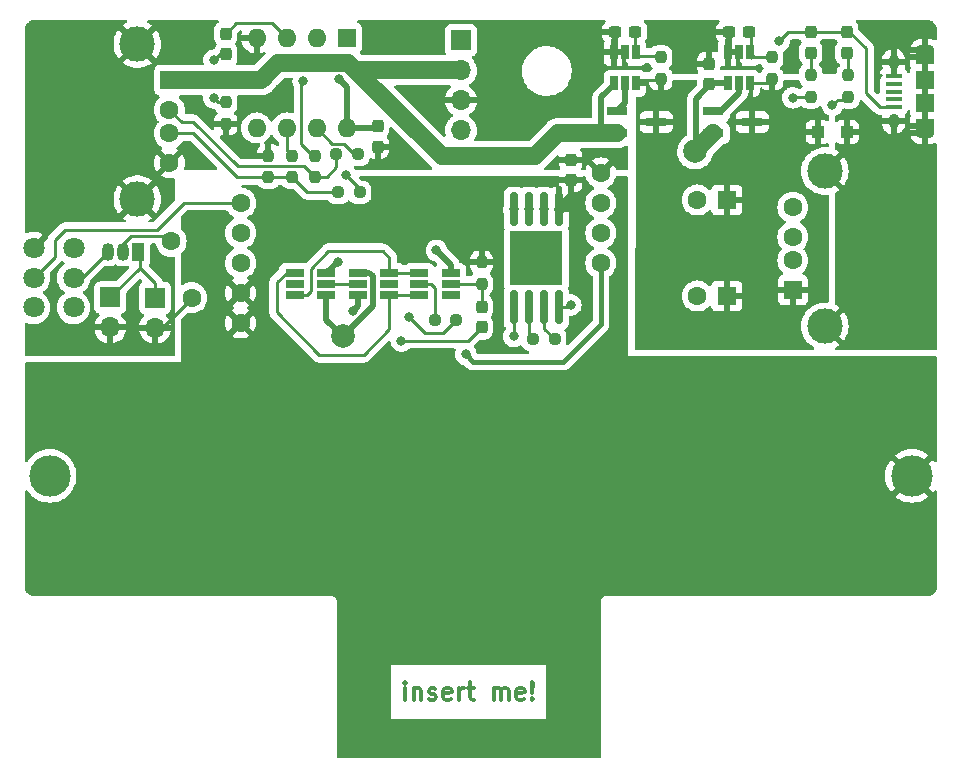
<source format=gbr>
%TF.GenerationSoftware,KiCad,Pcbnew,(5.99.0-12305-g62f7a09290)*%
%TF.CreationDate,2021-10-11T18:46:27-07:00*%
%TF.ProjectId,vive_ups,76697665-5f75-4707-932e-6b696361645f,rev?*%
%TF.SameCoordinates,Original*%
%TF.FileFunction,Copper,L1,Top*%
%TF.FilePolarity,Positive*%
%FSLAX46Y46*%
G04 Gerber Fmt 4.6, Leading zero omitted, Abs format (unit mm)*
G04 Created by KiCad (PCBNEW (5.99.0-12305-g62f7a09290)) date 2021-10-11 18:46:27*
%MOMM*%
%LPD*%
G01*
G04 APERTURE LIST*
G04 Aperture macros list*
%AMRoundRect*
0 Rectangle with rounded corners*
0 $1 Rounding radius*
0 $2 $3 $4 $5 $6 $7 $8 $9 X,Y pos of 4 corners*
0 Add a 4 corners polygon primitive as box body*
4,1,4,$2,$3,$4,$5,$6,$7,$8,$9,$2,$3,0*
0 Add four circle primitives for the rounded corners*
1,1,$1+$1,$2,$3*
1,1,$1+$1,$4,$5*
1,1,$1+$1,$6,$7*
1,1,$1+$1,$8,$9*
0 Add four rect primitives between the rounded corners*
20,1,$1+$1,$2,$3,$4,$5,0*
20,1,$1+$1,$4,$5,$6,$7,0*
20,1,$1+$1,$6,$7,$8,$9,0*
20,1,$1+$1,$8,$9,$2,$3,0*%
%AMHorizOval*
0 Thick line with rounded ends*
0 $1 width*
0 $2 $3 position (X,Y) of the first rounded end (center of the circle)*
0 $4 $5 position (X,Y) of the second rounded end (center of the circle)*
0 Add line between two ends*
20,1,$1,$2,$3,$4,$5,0*
0 Add two circle primitives to create the rounded ends*
1,1,$1,$2,$3*
1,1,$1,$4,$5*%
G04 Aperture macros list end*
%ADD10C,0.300000*%
%TA.AperFunction,NonConductor*%
%ADD11C,0.300000*%
%TD*%
%TA.AperFunction,ComponentPad*%
%ADD12R,1.700000X1.700000*%
%TD*%
%TA.AperFunction,ComponentPad*%
%ADD13O,1.700000X1.700000*%
%TD*%
%TA.AperFunction,ComponentPad*%
%ADD14O,1.050000X1.500000*%
%TD*%
%TA.AperFunction,ComponentPad*%
%ADD15R,1.050000X1.500000*%
%TD*%
%TA.AperFunction,ComponentPad*%
%ADD16HorizOval,1.600000X0.000000X0.000000X0.000000X0.000000X0*%
%TD*%
%TA.AperFunction,ComponentPad*%
%ADD17C,1.600000*%
%TD*%
%TA.AperFunction,SMDPad,CuDef*%
%ADD18RoundRect,0.237500X0.237500X-0.300000X0.237500X0.300000X-0.237500X0.300000X-0.237500X-0.300000X0*%
%TD*%
%TA.AperFunction,SMDPad,CuDef*%
%ADD19RoundRect,0.237500X-0.237500X0.250000X-0.237500X-0.250000X0.237500X-0.250000X0.237500X0.250000X0*%
%TD*%
%TA.AperFunction,SMDPad,CuDef*%
%ADD20R,1.000000X1.000000*%
%TD*%
%TA.AperFunction,SMDPad,CuDef*%
%ADD21RoundRect,0.237500X0.237500X-0.287500X0.237500X0.287500X-0.237500X0.287500X-0.237500X-0.287500X0*%
%TD*%
%TA.AperFunction,ComponentPad*%
%ADD22C,0.810000*%
%TD*%
%TA.AperFunction,SMDPad,CuDef*%
%ADD23R,4.450001X4.570001*%
%TD*%
%TA.AperFunction,SMDPad,CuDef*%
%ADD24RoundRect,0.175000X0.175000X-1.250000X0.175000X1.250000X-0.175000X1.250000X-0.175000X-1.250000X0*%
%TD*%
%TA.AperFunction,ComponentPad*%
%ADD25R,1.600000X1.600000*%
%TD*%
%TA.AperFunction,ComponentPad*%
%ADD26C,1.800000*%
%TD*%
%TA.AperFunction,SMDPad,CuDef*%
%ADD27RoundRect,0.237500X-0.250000X-0.237500X0.250000X-0.237500X0.250000X0.237500X-0.250000X0.237500X0*%
%TD*%
%TA.AperFunction,ComponentPad*%
%ADD28O,1.550000X0.890000*%
%TD*%
%TA.AperFunction,SMDPad,CuDef*%
%ADD29R,1.550000X1.200000*%
%TD*%
%TA.AperFunction,SMDPad,CuDef*%
%ADD30R,1.550000X1.500000*%
%TD*%
%TA.AperFunction,ComponentPad*%
%ADD31O,0.950000X1.250000*%
%TD*%
%TA.AperFunction,SMDPad,CuDef*%
%ADD32R,1.350000X0.400000*%
%TD*%
%TA.AperFunction,ComponentPad*%
%ADD33C,3.500000*%
%TD*%
%TA.AperFunction,SMDPad,CuDef*%
%ADD34R,1.560000X0.650000*%
%TD*%
%TA.AperFunction,SMDPad,CuDef*%
%ADD35RoundRect,0.237500X0.237500X-0.250000X0.237500X0.250000X-0.237500X0.250000X-0.237500X-0.250000X0*%
%TD*%
%TA.AperFunction,ComponentPad*%
%ADD36R,1.500000X1.600000*%
%TD*%
%TA.AperFunction,ComponentPad*%
%ADD37C,3.000000*%
%TD*%
%TA.AperFunction,ComponentPad*%
%ADD38O,1.600000X1.600000*%
%TD*%
%TA.AperFunction,SMDPad,CuDef*%
%ADD39R,0.650000X1.220000*%
%TD*%
%TA.AperFunction,SMDPad,CuDef*%
%ADD40RoundRect,0.237500X0.250000X0.237500X-0.250000X0.237500X-0.250000X-0.237500X0.250000X-0.237500X0*%
%TD*%
%TA.AperFunction,SMDPad,CuDef*%
%ADD41R,1.800000X0.800000*%
%TD*%
%TA.AperFunction,SMDPad,CuDef*%
%ADD42RoundRect,0.237500X0.300000X0.237500X-0.300000X0.237500X-0.300000X-0.237500X0.300000X-0.237500X0*%
%TD*%
%TA.AperFunction,SMDPad,CuDef*%
%ADD43RoundRect,0.237500X-0.237500X0.300000X-0.237500X-0.300000X0.237500X-0.300000X0.237500X0.300000X0*%
%TD*%
%TA.AperFunction,ViaPad*%
%ADD44C,0.800000*%
%TD*%
%TA.AperFunction,ViaPad*%
%ADD45C,2.000000*%
%TD*%
%TA.AperFunction,Conductor*%
%ADD46C,0.250000*%
%TD*%
%TA.AperFunction,Conductor*%
%ADD47C,0.254000*%
%TD*%
%TA.AperFunction,Conductor*%
%ADD48C,0.381000*%
%TD*%
%TA.AperFunction,Conductor*%
%ADD49C,0.508000*%
%TD*%
%TA.AperFunction,Conductor*%
%ADD50C,0.889000*%
%TD*%
%TA.AperFunction,Conductor*%
%ADD51C,1.524000*%
%TD*%
G04 APERTURE END LIST*
D10*
D11*
X96715142Y-152062571D02*
X96715142Y-151062571D01*
X96715142Y-150562571D02*
X96643714Y-150634000D01*
X96715142Y-150705428D01*
X96786571Y-150634000D01*
X96715142Y-150562571D01*
X96715142Y-150705428D01*
X97429428Y-151062571D02*
X97429428Y-152062571D01*
X97429428Y-151205428D02*
X97500857Y-151134000D01*
X97643714Y-151062571D01*
X97858000Y-151062571D01*
X98000857Y-151134000D01*
X98072285Y-151276857D01*
X98072285Y-152062571D01*
X98715142Y-151991142D02*
X98858000Y-152062571D01*
X99143714Y-152062571D01*
X99286571Y-151991142D01*
X99358000Y-151848285D01*
X99358000Y-151776857D01*
X99286571Y-151634000D01*
X99143714Y-151562571D01*
X98929428Y-151562571D01*
X98786571Y-151491142D01*
X98715142Y-151348285D01*
X98715142Y-151276857D01*
X98786571Y-151134000D01*
X98929428Y-151062571D01*
X99143714Y-151062571D01*
X99286571Y-151134000D01*
X100572285Y-151991142D02*
X100429428Y-152062571D01*
X100143714Y-152062571D01*
X100000857Y-151991142D01*
X99929428Y-151848285D01*
X99929428Y-151276857D01*
X100000857Y-151134000D01*
X100143714Y-151062571D01*
X100429428Y-151062571D01*
X100572285Y-151134000D01*
X100643714Y-151276857D01*
X100643714Y-151419714D01*
X99929428Y-151562571D01*
X101286571Y-152062571D02*
X101286571Y-151062571D01*
X101286571Y-151348285D02*
X101358000Y-151205428D01*
X101429428Y-151134000D01*
X101572285Y-151062571D01*
X101715142Y-151062571D01*
X102000857Y-151062571D02*
X102572285Y-151062571D01*
X102215142Y-150562571D02*
X102215142Y-151848285D01*
X102286571Y-151991142D01*
X102429428Y-152062571D01*
X102572285Y-152062571D01*
X104215142Y-152062571D02*
X104215142Y-151062571D01*
X104215142Y-151205428D02*
X104286571Y-151134000D01*
X104429428Y-151062571D01*
X104643714Y-151062571D01*
X104786571Y-151134000D01*
X104858000Y-151276857D01*
X104858000Y-152062571D01*
X104858000Y-151276857D02*
X104929428Y-151134000D01*
X105072285Y-151062571D01*
X105286571Y-151062571D01*
X105429428Y-151134000D01*
X105500857Y-151276857D01*
X105500857Y-152062571D01*
X106786571Y-151991142D02*
X106643714Y-152062571D01*
X106358000Y-152062571D01*
X106215142Y-151991142D01*
X106143714Y-151848285D01*
X106143714Y-151276857D01*
X106215142Y-151134000D01*
X106358000Y-151062571D01*
X106643714Y-151062571D01*
X106786571Y-151134000D01*
X106858000Y-151276857D01*
X106858000Y-151419714D01*
X106143714Y-151562571D01*
X107500857Y-151919714D02*
X107572285Y-151991142D01*
X107500857Y-152062571D01*
X107429428Y-151991142D01*
X107500857Y-151919714D01*
X107500857Y-152062571D01*
X107500857Y-151491142D02*
X107429428Y-150634000D01*
X107500857Y-150562571D01*
X107572285Y-150634000D01*
X107500857Y-151491142D01*
X107500857Y-150562571D01*
D12*
%TO.P,BZ1,1,-*%
%TO.N,Net-(BZ1-Pad1)*%
X71755000Y-117983000D03*
D13*
%TO.P,BZ1,2,+*%
%TO.N,GND*%
X71755000Y-120523000D03*
%TD*%
D14*
%TO.P,Q1,2,G*%
%TO.N,/USB_Vin*%
X72847200Y-114096800D03*
%TO.P,Q1,3,S*%
%TO.N,/buzzer_VDD*%
X71577200Y-114096800D03*
D15*
%TO.P,Q1,1,D*%
%TO.N,Net-(BZ1-Pad1)*%
X74117200Y-114096800D03*
%TD*%
D16*
%TO.P,R13,2*%
%TO.N,GND*%
X78648662Y-118006839D03*
D17*
%TO.P,R13,1*%
%TO.N,/USB_Vin*%
X76911200Y-113233200D03*
%TD*%
D18*
%TO.P,C1,2*%
%TO.N,+3V3*%
X94386400Y-103480700D03*
%TO.P,C1,1*%
%TO.N,GND*%
X94386400Y-105205700D03*
%TD*%
D13*
%TO.P,J3,4,Pin_4*%
%TO.N,+3V3*%
X101447600Y-103835200D03*
%TO.P,J3,3,Pin_3*%
%TO.N,GND*%
X101447600Y-101295200D03*
%TO.P,J3,2,Pin_2*%
%TO.N,/USB_Vin*%
X101447600Y-98755200D03*
D12*
%TO.P,J3,1,Pin_1*%
%TO.N,unconnected-(J3-Pad1)*%
X101447600Y-96215200D03*
%TD*%
D19*
%TO.P,R14,2*%
%TO.N,GND*%
X81534000Y-103274500D03*
%TO.P,R14,1*%
%TO.N,Net-(D1-Pad1)*%
X81534000Y-101449500D03*
%TD*%
D20*
%TO.P,D4,2,A*%
%TO.N,GND*%
X134142800Y-103987600D03*
%TO.P,D4,1,K*%
%TO.N,+12V*%
X131642800Y-103987600D03*
%TD*%
D21*
%TO.P,D1,2,A*%
%TO.N,Net-(D1-Pad2)*%
X81534000Y-95645000D03*
%TO.P,D1,1,K*%
%TO.N,Net-(D1-Pad1)*%
X81534000Y-97395000D03*
%TD*%
D22*
%TO.P,U5,9,THERMAL*%
%TO.N,GND*%
X109093000Y-113411000D03*
X109093000Y-115951000D03*
X107823000Y-113411000D03*
X107823000Y-115951000D03*
X106553000Y-113411000D03*
X106553000Y-115951000D03*
D23*
X107823000Y-114681000D03*
D24*
%TO.P,U5,8,CE*%
%TO.N,/5V_Charge*%
X105918000Y-110531000D03*
%TO.P,U5,7,CHRG*%
%TO.N,Net-(R4-Pad1)*%
X107188000Y-110531000D03*
%TO.P,U5,6,STDBY*%
%TO.N,Net-(R3-Pad2)*%
X108458000Y-110531000D03*
%TO.P,U5,5,BAT*%
%TO.N,/3.7V_Batt*%
X109728000Y-110531000D03*
%TO.P,U5,4,VCC*%
%TO.N,/5V_Charge*%
X109728000Y-118831000D03*
%TO.P,U5,3,GND*%
%TO.N,GND*%
X108458000Y-118831000D03*
%TO.P,U5,2,PROG*%
%TO.N,Net-(R5-Pad1)*%
X107188000Y-118831000D03*
%TO.P,U5,1,TEMP*%
%TO.N,GND*%
X105918000Y-118831000D03*
%TD*%
D17*
%TO.P,C5,2*%
%TO.N,GND*%
X121452000Y-109728000D03*
D25*
%TO.P,C5,1*%
%TO.N,+12V*%
X123952000Y-109728000D03*
%TD*%
D17*
%TO.P,U9,9,VOUT*%
%TO.N,/12V_Backup*%
X113294000Y-115062000D03*
%TO.P,U9,8,VOUT*%
X113294000Y-112522000D03*
%TO.P,U9,7,GND*%
%TO.N,GND*%
X113294000Y-109982000D03*
%TO.P,U9,6,GND*%
X113294000Y-107442000D03*
%TO.P,U9,5,VIN*%
%TO.N,/3.7V_Batt*%
X82794000Y-120142000D03*
%TO.P,U9,4,VIN*%
X82794000Y-117602000D03*
%TO.P,U9,3,GND*%
%TO.N,GND*%
X82794000Y-115062000D03*
%TO.P,U9,2,GND*%
X82794000Y-112522000D03*
%TO.P,U9,1,ENABLE*%
%TO.N,/stepup_EN*%
X82794000Y-109982000D03*
%TD*%
D13*
%TO.P,C3,2,+*%
%TO.N,GND*%
X75539600Y-120548400D03*
D12*
%TO.P,C3,1,-*%
%TO.N,Net-(BZ1-Pad1)*%
X75539600Y-118008400D03*
%TD*%
D26*
%TO.P,SW1,6,C*%
%TO.N,GND*%
X65254400Y-113832000D03*
%TO.P,SW1,5,B*%
%TO.N,/stepup_EN*%
X65254400Y-116332000D03*
%TO.P,SW1,4,A*%
%TO.N,unconnected-(SW1-Pad4)*%
X65254400Y-118832000D03*
%TO.P,SW1,3,C*%
%TO.N,GND*%
X68654400Y-113832000D03*
%TO.P,SW1,2,B*%
%TO.N,/buzzer_VDD*%
X68654400Y-116332000D03*
%TO.P,SW1,1,A*%
%TO.N,/12V_Backup*%
X68654400Y-118832000D03*
%TD*%
D27*
%TO.P,R10,2*%
%TO.N,/QC3_DmGnd*%
X92720800Y-105867200D03*
%TO.P,R10,1*%
%TO.N,/USB_IN_D-*%
X90895800Y-105867200D03*
%TD*%
D28*
%TO.P,J2,6,Shield*%
%TO.N,GND*%
X140771400Y-97058600D03*
X140771400Y-104058600D03*
D29*
X140771400Y-97658600D03*
X140771400Y-103458600D03*
D30*
X140771400Y-99558600D03*
X140771400Y-101558600D03*
D31*
X138071400Y-98058600D03*
X138071400Y-103058600D03*
D32*
%TO.P,J2,5,GND*%
X138071400Y-99258600D03*
%TO.P,J2,4,ID*%
%TO.N,unconnected-(J2-Pad4)*%
X138071400Y-99908600D03*
%TO.P,J2,3,D+*%
%TO.N,unconnected-(J2-Pad3)*%
X138071400Y-100558600D03*
%TO.P,J2,2,D-*%
%TO.N,unconnected-(J2-Pad2)*%
X138071400Y-101208600D03*
%TO.P,J2,1,VBUS*%
%TO.N,/5V_Charge*%
X138071400Y-101858600D03*
%TD*%
D33*
%TO.P,BT1,1,+*%
%TO.N,/3.7V_Batt*%
X139624000Y-133096000D03*
%TO.P,BT1,2,-*%
%TO.N,Net-(BT1-Pad2)*%
X66624000Y-133096000D03*
%TD*%
D17*
%TO.P,C9,2*%
%TO.N,GND*%
X121452000Y-117856000D03*
D25*
%TO.P,C9,1*%
%TO.N,+12V*%
X123952000Y-117856000D03*
%TD*%
D34*
%TO.P,U2,5,VDD*%
%TO.N,Net-(C2-Pad1)*%
X100600500Y-116840000D03*
%TO.P,U2,6,GND*%
%TO.N,GND*%
X100600500Y-115890000D03*
%TO.P,U2,4,TD*%
%TO.N,unconnected-(U2-Pad4)*%
X100600500Y-117790000D03*
%TO.P,U2,3,OC*%
%TO.N,Net-(U2-Pad3)*%
X97900500Y-117790000D03*
%TO.P,U2,2,CS*%
%TO.N,Net-(R2-Pad1)*%
X97900500Y-116840000D03*
%TO.P,U2,1,OD*%
%TO.N,Net-(U2-Pad1)*%
X97900500Y-115890000D03*
%TD*%
D27*
%TO.P,R5,2*%
%TO.N,GND*%
X109370500Y-121539000D03*
%TO.P,R5,1*%
%TO.N,Net-(R5-Pad1)*%
X107545500Y-121539000D03*
%TD*%
D35*
%TO.P,R4,2*%
%TO.N,Net-(D3-Pad1)*%
X131064000Y-99163500D03*
%TO.P,R4,1*%
%TO.N,Net-(R4-Pad1)*%
X131064000Y-100988500D03*
%TD*%
D19*
%TO.P,R3,2*%
%TO.N,Net-(R3-Pad2)*%
X134239000Y-100988500D03*
%TO.P,R3,1*%
%TO.N,Net-(D2-Pad1)*%
X134239000Y-99163500D03*
%TD*%
D21*
%TO.P,D3,2,A*%
%TO.N,/5V_Charge*%
X131064000Y-95504000D03*
%TO.P,D3,1,K*%
%TO.N,Net-(D3-Pad1)*%
X131064000Y-97254000D03*
%TD*%
%TO.P,D2,2,A*%
%TO.N,/5V_Charge*%
X134112000Y-95504000D03*
%TO.P,D2,1,K*%
%TO.N,Net-(D2-Pad1)*%
X134112000Y-97254000D03*
%TD*%
D18*
%TO.P,C4,2*%
%TO.N,GND*%
X110744000Y-106325500D03*
%TO.P,C4,1*%
%TO.N,/3.7V_Batt*%
X110744000Y-108050500D03*
%TD*%
D34*
%TO.P,U3,5*%
%TO.N,N/C*%
X95393500Y-116840000D03*
%TO.P,U3,6,G1*%
%TO.N,Net-(U2-Pad1)*%
X95393500Y-115890000D03*
%TO.P,U3,4,G2*%
%TO.N,Net-(U2-Pad3)*%
X95393500Y-117790000D03*
%TO.P,U3,3,S2*%
%TO.N,GND*%
X92693500Y-117790000D03*
%TO.P,U3,2,D12*%
%TO.N,Net-(U3-Pad2)*%
X92693500Y-116840000D03*
%TO.P,U3,1,S1*%
%TO.N,Net-(BT1-Pad2)*%
X92693500Y-115890000D03*
%TD*%
D17*
%TO.P,J4,4,GND*%
%TO.N,GND*%
X129540000Y-110348000D03*
%TO.P,J4,3,D+*%
%TO.N,unconnected-(J4-Pad3)*%
X129540000Y-112848000D03*
%TO.P,J4,2,D-*%
%TO.N,unconnected-(J4-Pad2)*%
X129540000Y-114848000D03*
D36*
%TO.P,J4,1,VBUS*%
%TO.N,+12V*%
X129540000Y-117348000D03*
D37*
%TO.P,J4,5,Shield*%
%TO.N,GND*%
X132250000Y-107278000D03*
X132250000Y-120418000D03*
%TD*%
D17*
%TO.P,J1,4,GND*%
%TO.N,GND*%
X76751000Y-106590000D03*
%TO.P,J1,3,D+*%
%TO.N,/USB_IN_D+*%
X76751000Y-104090000D03*
%TO.P,J1,2,D-*%
%TO.N,/USB_IN_D-*%
X76751000Y-102090000D03*
D36*
%TO.P,J1,1,VBUS*%
%TO.N,/USB_Vin*%
X76751000Y-99590000D03*
D37*
%TO.P,J1,5,Shield*%
%TO.N,GND*%
X74041000Y-109660000D03*
X74041000Y-96520000D03*
%TD*%
D38*
%TO.P,U8,8,VCC*%
%TO.N,+3V3*%
X91757500Y-103632000D03*
%TO.P,U8,4,GND*%
%TO.N,GND*%
X84137500Y-96012000D03*
%TO.P,U8,7,PB2*%
%TO.N,/QC3_DmGnd*%
X89217500Y-103632000D03*
%TO.P,U8,3,PB4*%
%TO.N,Net-(D1-Pad2)*%
X86677500Y-96012000D03*
%TO.P,U8,6,PB1*%
%TO.N,/QC3_Dp*%
X86677500Y-103632000D03*
%TO.P,U8,2,PB3*%
%TO.N,/QC3_Dm*%
X89217500Y-96012000D03*
%TO.P,U8,5,PB0*%
%TO.N,unconnected-(U8-Pad5)*%
X84137500Y-103632000D03*
D25*
%TO.P,U8,1,~{RESET}/PB5*%
%TO.N,+3V3*%
X91757500Y-96012000D03*
%TD*%
D39*
%TO.P,U7,6,OUT*%
%TO.N,+12V*%
X125918000Y-99862000D03*
%TO.P,U7,5,GATE*%
%TO.N,Net-(Q3-Pad1)*%
X124968000Y-99862000D03*
%TO.P,U7,4,IN*%
%TO.N,/12V_Backup*%
X124018000Y-99862000D03*
%TO.P,U7,3,OFF*%
%TO.N,GND*%
X124018000Y-97242000D03*
%TO.P,U7,2,GND*%
X124968000Y-97242000D03*
%TO.P,U7,1,VS*%
%TO.N,Net-(C8-Pad1)*%
X125918000Y-97242000D03*
%TD*%
%TO.P,U6,6,OUT*%
%TO.N,+12V*%
X116266000Y-99862000D03*
%TO.P,U6,5,GATE*%
%TO.N,Net-(Q2-Pad1)*%
X115316000Y-99862000D03*
%TO.P,U6,4,IN*%
%TO.N,/USB_Vin*%
X114366000Y-99862000D03*
%TO.P,U6,3,OFF*%
%TO.N,GND*%
X114366000Y-97242000D03*
%TO.P,U6,2,GND*%
X115316000Y-97242000D03*
%TO.P,U6,1,VS*%
%TO.N,Net-(C7-Pad1)*%
X116266000Y-97242000D03*
%TD*%
D34*
%TO.P,U4,5*%
%TO.N,N/C*%
X87359500Y-116840000D03*
%TO.P,U4,6,G1*%
%TO.N,Net-(U2-Pad1)*%
X87359500Y-117790000D03*
%TO.P,U4,4,G2*%
%TO.N,Net-(U2-Pad3)*%
X87359500Y-115890000D03*
%TO.P,U4,3,S2*%
%TO.N,GND*%
X90059500Y-115890000D03*
%TO.P,U4,2,D12*%
%TO.N,Net-(U3-Pad2)*%
X90059500Y-116840000D03*
%TO.P,U4,1,S1*%
%TO.N,Net-(BT1-Pad2)*%
X90059500Y-117790000D03*
%TD*%
D35*
%TO.P,R12,2*%
%TO.N,Net-(C8-Pad1)*%
X127762000Y-97639500D03*
%TO.P,R12,1*%
%TO.N,+12V*%
X127762000Y-99464500D03*
%TD*%
%TO.P,R11,2*%
%TO.N,Net-(C7-Pad1)*%
X118364000Y-97639500D03*
%TO.P,R11,1*%
%TO.N,+12V*%
X118364000Y-99464500D03*
%TD*%
D19*
%TO.P,R9,2*%
%TO.N,/USB_IN_D-*%
X89077800Y-107795700D03*
%TO.P,R9,1*%
%TO.N,/QC3_Dm*%
X89077800Y-105970700D03*
%TD*%
%TO.P,R8,2*%
%TO.N,/USB_IN_D+*%
X87172800Y-107795700D03*
%TO.P,R8,1*%
%TO.N,/QC3_Dp*%
X87172800Y-105970700D03*
%TD*%
D35*
%TO.P,R7,2*%
%TO.N,GND*%
X85140800Y-105970700D03*
%TO.P,R7,1*%
%TO.N,/USB_IN_D+*%
X85140800Y-107795700D03*
%TD*%
D40*
%TO.P,R6,2*%
%TO.N,/USB_IN_D+*%
X91035500Y-109067600D03*
%TO.P,R6,1*%
%TO.N,+3V3*%
X92860500Y-109067600D03*
%TD*%
D27*
%TO.P,R2,2*%
%TO.N,GND*%
X101052000Y-119888000D03*
%TO.P,R2,1*%
%TO.N,Net-(R2-Pad1)*%
X99227000Y-119888000D03*
%TD*%
D19*
%TO.P,R1,2*%
%TO.N,Net-(C2-Pad1)*%
X103187500Y-116840000D03*
%TO.P,R1,1*%
%TO.N,/3.7V_Batt*%
X103187500Y-115015000D03*
%TD*%
D41*
%TO.P,Q3,3,D*%
%TO.N,+12V*%
X126110000Y-103124000D03*
%TO.P,Q3,2,S*%
%TO.N,/12V_Backup*%
X122810000Y-104074000D03*
%TO.P,Q3,1,G*%
%TO.N,Net-(Q3-Pad1)*%
X122810000Y-102174000D03*
%TD*%
%TO.P,Q2,3,D*%
%TO.N,+12V*%
X117982000Y-103124000D03*
%TO.P,Q2,2,S*%
%TO.N,/USB_Vin*%
X114682000Y-104074000D03*
%TO.P,Q2,1,G*%
%TO.N,Net-(Q2-Pad1)*%
X114682000Y-102174000D03*
%TD*%
D42*
%TO.P,C8,2*%
%TO.N,GND*%
X124105500Y-95504000D03*
%TO.P,C8,1*%
%TO.N,Net-(C8-Pad1)*%
X125830500Y-95504000D03*
%TD*%
%TO.P,C7,2*%
%TO.N,GND*%
X114453500Y-95504000D03*
%TO.P,C7,1*%
%TO.N,Net-(C7-Pad1)*%
X116178500Y-95504000D03*
%TD*%
D18*
%TO.P,C6,2*%
%TO.N,GND*%
X122428000Y-98197500D03*
%TO.P,C6,1*%
%TO.N,/12V_Backup*%
X122428000Y-99922500D03*
%TD*%
D43*
%TO.P,C2,2*%
%TO.N,Net-(BT1-Pad2)*%
X103187500Y-120496500D03*
%TO.P,C2,1*%
%TO.N,Net-(C2-Pad1)*%
X103187500Y-118771500D03*
%TD*%
D44*
%TO.N,GND*%
X132588000Y-98044000D03*
X129413000Y-98044000D03*
%TO.N,/12V_Backup*%
X101854000Y-122809000D03*
%TO.N,GND*%
X92265500Y-119126000D03*
X112776000Y-95504000D03*
X122428000Y-95123000D03*
X82600800Y-104902000D03*
X119176800Y-95504000D03*
X104444800Y-95300800D03*
X111252000Y-102108000D03*
X97028000Y-119634000D03*
X105918000Y-121285004D03*
X78689200Y-102057200D03*
X115011200Y-105765600D03*
X96367600Y-105511600D03*
X95859600Y-96570800D03*
X104698800Y-102412800D03*
X78333600Y-95961200D03*
X109370500Y-121539000D03*
X91011350Y-114938150D03*
X99364800Y-113995202D03*
X76809600Y-115925600D03*
D45*
%TO.N,/12V_Backup*%
X121259600Y-105613194D03*
D44*
%TO.N,/QC3_Dm*%
X88087200Y-99695000D03*
D45*
%TO.N,Net-(BT1-Pad2)*%
X91440000Y-121285000D03*
D44*
X96393000Y-121666000D03*
%TO.N,/5V_Charge*%
X105918000Y-110531000D03*
X128397000Y-96266000D03*
X110744000Y-118618000D03*
%TO.N,Net-(R3-Pad2)*%
X108458000Y-110531000D03*
X132892800Y-101701600D03*
%TO.N,Net-(R4-Pad1)*%
X107188000Y-110490000D03*
X129540001Y-101076190D03*
%TO.N,+3V3*%
X91694000Y-107645200D03*
X91135200Y-99517200D03*
%TO.N,Net-(D1-Pad1)*%
X80518000Y-97891600D03*
X80518000Y-101092000D03*
%TD*%
D46*
%TO.N,GND*%
X108458000Y-118831000D02*
X108458000Y-120626500D01*
X108458000Y-120626500D02*
X109370500Y-121539000D01*
%TO.N,Net-(BZ1-Pad1)*%
X74269600Y-115468400D02*
X71755000Y-117983000D01*
%TO.N,/USB_Vin*%
X73513978Y-112776000D02*
X76454000Y-112776000D01*
X72847200Y-113442778D02*
X73513978Y-112776000D01*
X76454000Y-112776000D02*
X76911200Y-113233200D01*
X72847200Y-114096800D02*
X72847200Y-113442778D01*
D47*
%TO.N,/5V_Charge*%
X135763000Y-96901000D02*
X135763000Y-100711000D01*
X134507000Y-95645000D02*
X135763000Y-96901000D01*
X134112000Y-95645000D02*
X134507000Y-95645000D01*
X135763000Y-100711000D02*
X136910600Y-101858600D01*
X136910600Y-101858600D02*
X138071400Y-101858600D01*
X110531000Y-118831000D02*
X110744000Y-118618000D01*
X109728000Y-118831000D02*
X110531000Y-118831000D01*
X129159000Y-95504000D02*
X130923000Y-95504000D01*
X130923000Y-95504000D02*
X131064000Y-95645000D01*
X128397000Y-96266000D02*
X129159000Y-95504000D01*
D48*
%TO.N,/12V_Backup*%
X110109000Y-123444000D02*
X113294000Y-120259000D01*
X113294000Y-120259000D02*
X113294000Y-115062000D01*
X102489000Y-123444000D02*
X110109000Y-123444000D01*
X101854000Y-122809000D02*
X102489000Y-123444000D01*
D47*
%TO.N,Net-(BT1-Pad2)*%
X102018000Y-121666000D02*
X96393000Y-121666000D01*
X103187500Y-120496500D02*
X102018000Y-121666000D01*
%TO.N,GND*%
X99909000Y-121031000D02*
X101052000Y-119888000D01*
X98425000Y-121031000D02*
X99909000Y-121031000D01*
X97028000Y-119634000D02*
X98425000Y-121031000D01*
D49*
X92693500Y-118698000D02*
X92265500Y-119126000D01*
X92693500Y-117790000D02*
X92693500Y-118698000D01*
X124105500Y-95504000D02*
X124105500Y-96379500D01*
X124105500Y-97154500D02*
X124018000Y-97242000D01*
X124105500Y-96379500D02*
X124105500Y-97154500D01*
X114453500Y-97154500D02*
X114366000Y-97242000D01*
X114453500Y-95504000D02*
X114453500Y-97154500D01*
X115316000Y-97242000D02*
X114366000Y-97242000D01*
X124018000Y-97242000D02*
X124968000Y-97242000D01*
D47*
X114453500Y-95504000D02*
X112776000Y-95504000D01*
X138071400Y-98058600D02*
X138071400Y-99258600D01*
X112177500Y-106325500D02*
X113294000Y-107442000D01*
X110744000Y-106325500D02*
X112177500Y-106325500D01*
X124105500Y-95504000D02*
X122809000Y-95504000D01*
X122809000Y-95504000D02*
X122428000Y-95123000D01*
X105918000Y-118831000D02*
X105918000Y-121285004D01*
D49*
X90059500Y-115890000D02*
X91011350Y-114938150D01*
X100600500Y-115890000D02*
X100600500Y-115230902D01*
X100600500Y-115230902D02*
X99364800Y-113995202D01*
D47*
X76149200Y-120548400D02*
X78496262Y-118201338D01*
X75539600Y-120548400D02*
X76149200Y-120548400D01*
D46*
%TO.N,Net-(BZ1-Pad1)*%
X75539600Y-116738400D02*
X75539600Y-118008400D01*
X74269600Y-115468400D02*
X75539600Y-116738400D01*
D47*
X74269600Y-114096800D02*
X74269600Y-115468400D01*
%TO.N,+12V*%
X116560000Y-99568000D02*
X116266000Y-99862000D01*
X118260500Y-99568000D02*
X116560000Y-99568000D01*
X118364000Y-99464500D02*
X118260500Y-99568000D01*
X125958000Y-99822000D02*
X125918000Y-99862000D01*
X127404500Y-99822000D02*
X125958000Y-99822000D01*
X127762000Y-99464500D02*
X127404500Y-99822000D01*
%TO.N,Net-(C2-Pad1)*%
X103187500Y-116840000D02*
X103187500Y-118771500D01*
X103187500Y-116840000D02*
X100727500Y-116840000D01*
%TO.N,/3.7V_Batt*%
X110744000Y-107796500D02*
X110744000Y-109347000D01*
X110744000Y-109347000D02*
X110744000Y-110531000D01*
X110744000Y-110531000D02*
X110617000Y-110658000D01*
D50*
X109728000Y-110531000D02*
X110744000Y-109515000D01*
D47*
%TO.N,/12V_Backup*%
X122428000Y-99922500D02*
X122581500Y-100076000D01*
D51*
X121270806Y-105613194D02*
X121259600Y-105613194D01*
X122810000Y-104074000D02*
X121270806Y-105613194D01*
D49*
X121361200Y-105511594D02*
X121259600Y-105613194D01*
X121361200Y-101142800D02*
X121361200Y-105511594D01*
X122642000Y-99862000D02*
X121361200Y-101142800D01*
X124018000Y-99862000D02*
X122642000Y-99862000D01*
D47*
%TO.N,Net-(C7-Pad1)*%
X116178500Y-97154500D02*
X116266000Y-97242000D01*
X116178500Y-95504000D02*
X116178500Y-97154500D01*
X116560000Y-97536000D02*
X116266000Y-97242000D01*
X118260500Y-97536000D02*
X116560000Y-97536000D01*
X118364000Y-97639500D02*
X118260500Y-97536000D01*
%TO.N,Net-(C8-Pad1)*%
X125981500Y-95655000D02*
X125830500Y-95504000D01*
X125981500Y-97750000D02*
X125981500Y-95655000D01*
X127722000Y-97599500D02*
X127762000Y-97639500D01*
X126275500Y-97599500D02*
X127722000Y-97599500D01*
X125918000Y-97242000D02*
X126275500Y-97599500D01*
D51*
%TO.N,/USB_Vin*%
X85953600Y-98094800D02*
X91897200Y-98094800D01*
X84683600Y-99364800D02*
X85953600Y-98094800D01*
X84734400Y-99364800D02*
X84683600Y-99364800D01*
X84509200Y-99590000D02*
X84734400Y-99364800D01*
X76751000Y-99590000D02*
X84509200Y-99590000D01*
X101447600Y-98755200D02*
X92557600Y-98755200D01*
X107670600Y-106045000D02*
X109641600Y-104074000D01*
X99847400Y-106045000D02*
X107670600Y-106045000D01*
X91897200Y-98094800D02*
X99847400Y-106045000D01*
D49*
X114366000Y-99862000D02*
X114366000Y-100010000D01*
X113327999Y-103588001D02*
X112842000Y-104074000D01*
X113327999Y-101048001D02*
X113327999Y-103588001D01*
X114366000Y-100010000D02*
X113327999Y-101048001D01*
D51*
X112842000Y-104074000D02*
X114682000Y-104074000D01*
X109641600Y-104074000D02*
X112842000Y-104074000D01*
D47*
%TO.N,/USB_IN_D-*%
X88165300Y-106883200D02*
X89077800Y-107795700D01*
X82550000Y-106883200D02*
X88165300Y-106883200D01*
X78790800Y-103124000D02*
X82550000Y-106883200D01*
X77785000Y-103124000D02*
X78790800Y-103124000D01*
X76751000Y-102090000D02*
X77785000Y-103124000D01*
X90895800Y-106970200D02*
X90895800Y-105867200D01*
X90070300Y-107795700D02*
X90895800Y-106970200D01*
X89077800Y-107795700D02*
X90070300Y-107795700D01*
%TO.N,/USB_IN_D+*%
X87172800Y-107795700D02*
X85140800Y-107795700D01*
X88444700Y-109067600D02*
X91035500Y-109067600D01*
X87172800Y-107795700D02*
X88444700Y-109067600D01*
X82497300Y-107795700D02*
X84836000Y-107795700D01*
X78791600Y-104090000D02*
X82497300Y-107795700D01*
X76751000Y-104090000D02*
X78791600Y-104090000D01*
%TO.N,Net-(R2-Pad1)*%
X98869500Y-116840000D02*
X98027500Y-116840000D01*
X99227000Y-117197500D02*
X98869500Y-116840000D01*
X99227000Y-119888000D02*
X99227000Y-117197500D01*
%TO.N,Net-(R5-Pad1)*%
X107188000Y-121181500D02*
X107545500Y-121539000D01*
X107188000Y-118831000D02*
X107188000Y-121181500D01*
%TO.N,/QC3_Dp*%
X86677500Y-105475400D02*
X87172800Y-105970700D01*
X86677500Y-103632000D02*
X86677500Y-105475400D01*
%TO.N,/QC3_Dm*%
X88901900Y-105970700D02*
X87934800Y-105003600D01*
X89077800Y-105970700D02*
X88901900Y-105970700D01*
X87934800Y-99847400D02*
X88087200Y-99695000D01*
X87934800Y-105003600D02*
X87934800Y-99847400D01*
%TO.N,/QC3_DmGnd*%
X92720800Y-105867200D02*
X92354400Y-105867200D01*
X90538300Y-104952800D02*
X89217500Y-103632000D01*
X92416000Y-105867200D02*
X91501600Y-104952800D01*
X91501600Y-104952800D02*
X90538300Y-104952800D01*
%TO.N,Net-(U2-Pad3)*%
X98027500Y-117790000D02*
X95393500Y-117790000D01*
X93220962Y-122866002D02*
X95393500Y-120693464D01*
X89465002Y-122866002D02*
X93220962Y-122866002D01*
X85852000Y-116713000D02*
X85852000Y-119253000D01*
X95393500Y-120693464D02*
X95393500Y-117790000D01*
X86675000Y-115890000D02*
X85852000Y-116713000D01*
X85852000Y-119253000D02*
X89465002Y-122866002D01*
X87359500Y-115890000D02*
X86675000Y-115890000D01*
%TO.N,Net-(U2-Pad1)*%
X98027500Y-115890000D02*
X95393500Y-115890000D01*
X95393500Y-114634000D02*
X95393500Y-115890000D01*
X94805500Y-114046000D02*
X95393500Y-114634000D01*
X90209898Y-114046000D02*
X94805500Y-114046000D01*
X88709500Y-115546398D02*
X90209898Y-114046000D01*
X88709500Y-117474000D02*
X88709500Y-115546398D01*
X88393500Y-117790000D02*
X88709500Y-117474000D01*
X87359500Y-117790000D02*
X88393500Y-117790000D01*
%TO.N,Net-(U3-Pad2)*%
X92693500Y-116840000D02*
X90059500Y-116840000D01*
D49*
%TO.N,Net-(BT1-Pad2)*%
X90059500Y-119904500D02*
X91440000Y-121285000D01*
X92693500Y-115890000D02*
X93665702Y-115890000D01*
X93665702Y-115890000D02*
X93980000Y-116204298D01*
X93980000Y-116204298D02*
X93980000Y-118745000D01*
X90059500Y-117790000D02*
X90059500Y-119904500D01*
X93980000Y-118745000D02*
X91440000Y-121285000D01*
D47*
%TO.N,/5V_Charge*%
X131064000Y-95504000D02*
X134112000Y-95504000D01*
%TO.N,Net-(D2-Pad1)*%
X134239000Y-99417500D02*
X134239000Y-97649000D01*
%TO.N,Net-(D3-Pad1)*%
X131064000Y-97254000D02*
X131064000Y-99163500D01*
%TO.N,Net-(R3-Pad2)*%
X134239000Y-101242500D02*
X133351900Y-101242500D01*
X133351900Y-101242500D02*
X132892800Y-101701600D01*
%TO.N,Net-(R4-Pad1)*%
X107188000Y-110531000D02*
X107188000Y-110490000D01*
X129627691Y-100988500D02*
X129540001Y-101076190D01*
X131064000Y-100988500D02*
X129627691Y-100988500D01*
D46*
%TO.N,/buzzer_VDD*%
X69342000Y-116332000D02*
X71577200Y-114096800D01*
X68654400Y-116332000D02*
X69342000Y-116332000D01*
D47*
%TO.N,/stepup_EN*%
X67056000Y-113157000D02*
X67056000Y-114530400D01*
X67945000Y-112268000D02*
X67056000Y-113157000D01*
X75666600Y-112268000D02*
X67945000Y-112268000D01*
X67056000Y-114530400D02*
X65254400Y-116332000D01*
X77952600Y-109982000D02*
X75666600Y-112268000D01*
X82794000Y-109982000D02*
X77952600Y-109982000D01*
%TO.N,Net-(D1-Pad2)*%
X85407500Y-94742000D02*
X86677500Y-96012000D01*
X82437000Y-94742000D02*
X85407500Y-94742000D01*
X81534000Y-95645000D02*
X82437000Y-94742000D01*
D49*
%TO.N,Net-(Q2-Pad1)*%
X115316000Y-101540000D02*
X114682000Y-102174000D01*
X115316000Y-99862000D02*
X115316000Y-101540000D01*
%TO.N,Net-(Q3-Pad1)*%
X124968000Y-100685600D02*
X124968000Y-99862000D01*
X123479600Y-102174000D02*
X124968000Y-100685600D01*
X122810000Y-102174000D02*
X123479600Y-102174000D01*
%TO.N,+3V3*%
X91757500Y-103632000D02*
X94387500Y-103632000D01*
D47*
X92860500Y-109067600D02*
X92860500Y-108811700D01*
X92860500Y-108811700D02*
X91694000Y-107645200D01*
D49*
X91757500Y-103632000D02*
X91757500Y-100139500D01*
X91757500Y-100139500D02*
X91135200Y-99517200D01*
D47*
%TO.N,Net-(D1-Pad1)*%
X81534000Y-97395000D02*
X81014600Y-97395000D01*
X81014600Y-97395000D02*
X80518000Y-97891600D01*
X80875500Y-101449500D02*
X80518000Y-101092000D01*
X81534000Y-101449500D02*
X80875500Y-101449500D01*
%TD*%
%TA.AperFunction,Conductor*%
%TO.N,/3.7V_Batt*%
G36*
X109710608Y-107716002D02*
G01*
X109757101Y-107769658D01*
X109763383Y-107786501D01*
X109765475Y-107793624D01*
X109766865Y-107794829D01*
X109774548Y-107796500D01*
X111708885Y-107796500D01*
X111724124Y-107792025D01*
X111729399Y-107785938D01*
X111758357Y-107732905D01*
X111820669Y-107698880D01*
X111847453Y-107696000D01*
X111910717Y-107696000D01*
X111978838Y-107716002D01*
X112025331Y-107769658D01*
X112032424Y-107789389D01*
X112035014Y-107799053D01*
X112059716Y-107891243D01*
X112062041Y-107896228D01*
X112154151Y-108093762D01*
X112154154Y-108093767D01*
X112156477Y-108098749D01*
X112190324Y-108147087D01*
X112280429Y-108275770D01*
X112287802Y-108286300D01*
X112449700Y-108448198D01*
X112454208Y-108451355D01*
X112454211Y-108451357D01*
X112514706Y-108493716D01*
X112637251Y-108579523D01*
X112642233Y-108581846D01*
X112642238Y-108581849D01*
X112676457Y-108597805D01*
X112729742Y-108644722D01*
X112749203Y-108712999D01*
X112728661Y-108780959D01*
X112676457Y-108826195D01*
X112642238Y-108842151D01*
X112642233Y-108842154D01*
X112637251Y-108844477D01*
X112581235Y-108883700D01*
X112454211Y-108972643D01*
X112454208Y-108972645D01*
X112449700Y-108975802D01*
X112287802Y-109137700D01*
X112284645Y-109142208D01*
X112284643Y-109142211D01*
X112270588Y-109162284D01*
X112156477Y-109325251D01*
X112154154Y-109330233D01*
X112154151Y-109330238D01*
X112063780Y-109524041D01*
X112059716Y-109532757D01*
X112058294Y-109538065D01*
X112058293Y-109538067D01*
X112008713Y-109723102D01*
X112000457Y-109753913D01*
X111980502Y-109982000D01*
X112000457Y-110210087D01*
X112001881Y-110215400D01*
X112001881Y-110215402D01*
X112035555Y-110341072D01*
X112059716Y-110431243D01*
X112062039Y-110436224D01*
X112062039Y-110436225D01*
X112154151Y-110633762D01*
X112154154Y-110633767D01*
X112156477Y-110638749D01*
X112170657Y-110659000D01*
X112271568Y-110803115D01*
X112287802Y-110826300D01*
X112449700Y-110988198D01*
X112454208Y-110991355D01*
X112454211Y-110991357D01*
X112473337Y-111004749D01*
X112637251Y-111119523D01*
X112642233Y-111121846D01*
X112642238Y-111121849D01*
X112676457Y-111137805D01*
X112729742Y-111184722D01*
X112749203Y-111252999D01*
X112728661Y-111320959D01*
X112676457Y-111366195D01*
X112642238Y-111382151D01*
X112642233Y-111382154D01*
X112637251Y-111384477D01*
X112566191Y-111434234D01*
X112454211Y-111512643D01*
X112454208Y-111512645D01*
X112449700Y-111515802D01*
X112287802Y-111677700D01*
X112156477Y-111865251D01*
X112154154Y-111870233D01*
X112154151Y-111870238D01*
X112067120Y-112056879D01*
X112059716Y-112072757D01*
X112058294Y-112078065D01*
X112058293Y-112078067D01*
X112002662Y-112285684D01*
X112000457Y-112293913D01*
X111980502Y-112522000D01*
X112000457Y-112750087D01*
X112001881Y-112755400D01*
X112001881Y-112755402D01*
X112044497Y-112914444D01*
X112059716Y-112971243D01*
X112062039Y-112976224D01*
X112062039Y-112976225D01*
X112154151Y-113173762D01*
X112154154Y-113173767D01*
X112156477Y-113178749D01*
X112287802Y-113366300D01*
X112449700Y-113528198D01*
X112454208Y-113531355D01*
X112454211Y-113531357D01*
X112532389Y-113586098D01*
X112637251Y-113659523D01*
X112642233Y-113661846D01*
X112642238Y-113661849D01*
X112676457Y-113677805D01*
X112729742Y-113724722D01*
X112749203Y-113792999D01*
X112728661Y-113860959D01*
X112676457Y-113906195D01*
X112642238Y-113922151D01*
X112642233Y-113922154D01*
X112637251Y-113924477D01*
X112545621Y-113988637D01*
X112454211Y-114052643D01*
X112454208Y-114052645D01*
X112449700Y-114055802D01*
X112287802Y-114217700D01*
X112284645Y-114222208D01*
X112284643Y-114222211D01*
X112266425Y-114248229D01*
X112156477Y-114405251D01*
X112154154Y-114410233D01*
X112154151Y-114410238D01*
X112066605Y-114597983D01*
X112059716Y-114612757D01*
X112058294Y-114618065D01*
X112058293Y-114618067D01*
X112012490Y-114789005D01*
X112000457Y-114833913D01*
X111980502Y-115062000D01*
X112000457Y-115290087D01*
X112001881Y-115295400D01*
X112001881Y-115295402D01*
X112036615Y-115425028D01*
X112059716Y-115511243D01*
X112062039Y-115516224D01*
X112062039Y-115516225D01*
X112154151Y-115713762D01*
X112154154Y-115713767D01*
X112156477Y-115718749D01*
X112287802Y-115906300D01*
X112449700Y-116068198D01*
X112454208Y-116071355D01*
X112454211Y-116071357D01*
X112541271Y-116132317D01*
X112585599Y-116187774D01*
X112595000Y-116235530D01*
X112595000Y-119917274D01*
X112574998Y-119985395D01*
X112558095Y-120006369D01*
X111210977Y-121353488D01*
X110574602Y-121989863D01*
X110512290Y-122023888D01*
X110441475Y-122018824D01*
X110384639Y-121976277D01*
X110359828Y-121909757D01*
X110360163Y-121887926D01*
X110364247Y-121848064D01*
X110366500Y-121826072D01*
X110366500Y-121251928D01*
X110366163Y-121248678D01*
X110356419Y-121154765D01*
X110356418Y-121154761D01*
X110355707Y-121147907D01*
X110300654Y-120982893D01*
X110212930Y-120841132D01*
X110194092Y-120772681D01*
X110215253Y-120704911D01*
X110254802Y-120667055D01*
X110327842Y-120622821D01*
X110444821Y-120505842D01*
X110472486Y-120460161D01*
X110526583Y-120370836D01*
X110526584Y-120370833D01*
X110530519Y-120364336D01*
X110547333Y-120310682D01*
X110577991Y-120212856D01*
X110577992Y-120212853D01*
X110579991Y-120206473D01*
X110586500Y-120135634D01*
X110586500Y-119652500D01*
X110606502Y-119584379D01*
X110660158Y-119537886D01*
X110712500Y-119526500D01*
X110839487Y-119526500D01*
X110845939Y-119525128D01*
X110845944Y-119525128D01*
X110946446Y-119503765D01*
X111026288Y-119486794D01*
X111065722Y-119469237D01*
X111194722Y-119411803D01*
X111194724Y-119411802D01*
X111200752Y-119409118D01*
X111355253Y-119296866D01*
X111386247Y-119262444D01*
X111478621Y-119159852D01*
X111478622Y-119159851D01*
X111483040Y-119154944D01*
X111565710Y-119011756D01*
X111575223Y-118995279D01*
X111575224Y-118995278D01*
X111578527Y-118989556D01*
X111637542Y-118807928D01*
X111638879Y-118795213D01*
X111656814Y-118624565D01*
X111657504Y-118618000D01*
X111653379Y-118578752D01*
X111638232Y-118434635D01*
X111638232Y-118434633D01*
X111637542Y-118428072D01*
X111578527Y-118246444D01*
X111483040Y-118081056D01*
X111421145Y-118012314D01*
X111359675Y-117944045D01*
X111359674Y-117944044D01*
X111355253Y-117939134D01*
X111240829Y-117856000D01*
X111206094Y-117830763D01*
X111206093Y-117830762D01*
X111200752Y-117826882D01*
X111194724Y-117824198D01*
X111194722Y-117824197D01*
X111032319Y-117751891D01*
X111032318Y-117751891D01*
X111026288Y-117749206D01*
X110932887Y-117729353D01*
X110845944Y-117710872D01*
X110845939Y-117710872D01*
X110839487Y-117709500D01*
X110712500Y-117709500D01*
X110644379Y-117689498D01*
X110597886Y-117635842D01*
X110586500Y-117583500D01*
X110586500Y-117526366D01*
X110579991Y-117455527D01*
X110566868Y-117413650D01*
X110532791Y-117304914D01*
X110530519Y-117297664D01*
X110522799Y-117284916D01*
X110504621Y-117216287D01*
X110512594Y-117175418D01*
X110546971Y-117083718D01*
X110546973Y-117083712D01*
X110549745Y-117076316D01*
X110556500Y-117014134D01*
X110556500Y-112347866D01*
X110549745Y-112285684D01*
X110512370Y-112185986D01*
X110507187Y-112115180D01*
X110522575Y-112076487D01*
X110526126Y-112070624D01*
X110532332Y-112056879D01*
X110577494Y-111912765D01*
X110580107Y-111899718D01*
X110585734Y-111838479D01*
X110586000Y-111832690D01*
X110586000Y-110803115D01*
X110581525Y-110787876D01*
X110580135Y-110786671D01*
X110572452Y-110785000D01*
X109600000Y-110785000D01*
X109531879Y-110764998D01*
X109485386Y-110711342D01*
X109474000Y-110659000D01*
X109474000Y-108618358D01*
X109469729Y-108603813D01*
X109457595Y-108601750D01*
X109434283Y-108603893D01*
X109421234Y-108606506D01*
X109277121Y-108651668D01*
X109263375Y-108657875D01*
X109158754Y-108721235D01*
X109090124Y-108739414D01*
X109028213Y-108721235D01*
X108973298Y-108687978D01*
X108922836Y-108657417D01*
X108922833Y-108657416D01*
X108916336Y-108653481D01*
X108857776Y-108635129D01*
X108764856Y-108606009D01*
X108764853Y-108606008D01*
X108758473Y-108604009D01*
X108687634Y-108597500D01*
X108228366Y-108597500D01*
X108157527Y-108604009D01*
X108151147Y-108606008D01*
X108151144Y-108606009D01*
X108058224Y-108635129D01*
X107999664Y-108653481D01*
X107993167Y-108657416D01*
X107993164Y-108657417D01*
X107888271Y-108720942D01*
X107819641Y-108739121D01*
X107757729Y-108720942D01*
X107652836Y-108657417D01*
X107652833Y-108657416D01*
X107646336Y-108653481D01*
X107587776Y-108635129D01*
X107494856Y-108606009D01*
X107494853Y-108606008D01*
X107488473Y-108604009D01*
X107417634Y-108597500D01*
X106958366Y-108597500D01*
X106887527Y-108604009D01*
X106881147Y-108606008D01*
X106881144Y-108606009D01*
X106788224Y-108635129D01*
X106729664Y-108653481D01*
X106723167Y-108657416D01*
X106723164Y-108657417D01*
X106618271Y-108720942D01*
X106549641Y-108739121D01*
X106487729Y-108720942D01*
X106382836Y-108657417D01*
X106382833Y-108657416D01*
X106376336Y-108653481D01*
X106317776Y-108635129D01*
X106224856Y-108606009D01*
X106224853Y-108606008D01*
X106218473Y-108604009D01*
X106147634Y-108597500D01*
X105688366Y-108597500D01*
X105617527Y-108604009D01*
X105611147Y-108606008D01*
X105611144Y-108606009D01*
X105518224Y-108635129D01*
X105459664Y-108653481D01*
X105453167Y-108657416D01*
X105453164Y-108657417D01*
X105364686Y-108711001D01*
X105318158Y-108739179D01*
X105201179Y-108856158D01*
X105197242Y-108862659D01*
X105126361Y-108979699D01*
X105115481Y-108997664D01*
X105113209Y-109004914D01*
X105071596Y-109137700D01*
X105066009Y-109155527D01*
X105059500Y-109226366D01*
X105059500Y-110213268D01*
X105053333Y-110252205D01*
X105024458Y-110341072D01*
X105023768Y-110347638D01*
X105023767Y-110347642D01*
X105019867Y-110384749D01*
X105004496Y-110531000D01*
X105005186Y-110537565D01*
X105020661Y-110684799D01*
X105024458Y-110720928D01*
X105053333Y-110809795D01*
X105059500Y-110848732D01*
X105059500Y-111835634D01*
X105066009Y-111906473D01*
X105068008Y-111912853D01*
X105068009Y-111912856D01*
X105105579Y-112032739D01*
X105115481Y-112064336D01*
X105119415Y-112070832D01*
X105119416Y-112070834D01*
X105123201Y-112077083D01*
X105141379Y-112145713D01*
X105133406Y-112186582D01*
X105099029Y-112278282D01*
X105099027Y-112278288D01*
X105096255Y-112285684D01*
X105089500Y-112347866D01*
X105089500Y-117014134D01*
X105096255Y-117076316D01*
X105099027Y-117083712D01*
X105099029Y-117083718D01*
X105133406Y-117175418D01*
X105138589Y-117246225D01*
X105123201Y-117284916D01*
X105115481Y-117297664D01*
X105113209Y-117304914D01*
X105079133Y-117413650D01*
X105066009Y-117455527D01*
X105059500Y-117526366D01*
X105059500Y-120135634D01*
X105066009Y-120206473D01*
X105068008Y-120212853D01*
X105068009Y-120212856D01*
X105098667Y-120310682D01*
X105115481Y-120364336D01*
X105119416Y-120370833D01*
X105119417Y-120370836D01*
X105173514Y-120460161D01*
X105201179Y-120505842D01*
X105219701Y-120524364D01*
X105253727Y-120586676D01*
X105248662Y-120657491D01*
X105224242Y-120697769D01*
X105187915Y-120738115D01*
X105178960Y-120748060D01*
X105150504Y-120797347D01*
X105112307Y-120863507D01*
X105083473Y-120913448D01*
X105024458Y-121095076D01*
X105023768Y-121101637D01*
X105023768Y-121101639D01*
X105010481Y-121228062D01*
X105004496Y-121285004D01*
X105005186Y-121291569D01*
X105020317Y-121435528D01*
X105024458Y-121474932D01*
X105083473Y-121656560D01*
X105086776Y-121662282D01*
X105086777Y-121662283D01*
X105105029Y-121693896D01*
X105178960Y-121821948D01*
X105183378Y-121826855D01*
X105183379Y-121826856D01*
X105275178Y-121928809D01*
X105306747Y-121963870D01*
X105461248Y-122076122D01*
X105467276Y-122078806D01*
X105467278Y-122078807D01*
X105623417Y-122148324D01*
X105635712Y-122153798D01*
X105729113Y-122173651D01*
X105816056Y-122192132D01*
X105816061Y-122192132D01*
X105822513Y-122193504D01*
X106013487Y-122193504D01*
X106019939Y-122192132D01*
X106019944Y-122192132D01*
X106106887Y-122173651D01*
X106200288Y-122153798D01*
X106212583Y-122148324D01*
X106368722Y-122078807D01*
X106368724Y-122078806D01*
X106374752Y-122076122D01*
X106415238Y-122046707D01*
X106424880Y-122039702D01*
X106491747Y-122015844D01*
X106560899Y-122031925D01*
X106613036Y-122088182D01*
X106615346Y-122095107D01*
X106619195Y-122101328D01*
X106619197Y-122101331D01*
X106686753Y-122210500D01*
X106706884Y-122243031D01*
X106712066Y-122248204D01*
X106824816Y-122360758D01*
X106824821Y-122360762D01*
X106829997Y-122365929D01*
X106978080Y-122457209D01*
X107105303Y-122499407D01*
X107163663Y-122539838D01*
X107190900Y-122605402D01*
X107178367Y-122675283D01*
X107130042Y-122727295D01*
X107065636Y-122745000D01*
X102874229Y-122745000D01*
X102806108Y-122724998D01*
X102759615Y-122671342D01*
X102748919Y-122632173D01*
X102748232Y-122625635D01*
X102748232Y-122625633D01*
X102747542Y-122619072D01*
X102688527Y-122437444D01*
X102593040Y-122272056D01*
X102539264Y-122212331D01*
X102508547Y-122148324D01*
X102517312Y-122077871D01*
X102543806Y-122038926D01*
X102765159Y-121817574D01*
X103003329Y-121579404D01*
X103065641Y-121545379D01*
X103092424Y-121542500D01*
X103474572Y-121542500D01*
X103477818Y-121542163D01*
X103477822Y-121542163D01*
X103571735Y-121532419D01*
X103571739Y-121532418D01*
X103578593Y-121531707D01*
X103585129Y-121529526D01*
X103585131Y-121529526D01*
X103736659Y-121478972D01*
X103743607Y-121476654D01*
X103891531Y-121385116D01*
X103923104Y-121353488D01*
X104009258Y-121267184D01*
X104009262Y-121267179D01*
X104014429Y-121262003D01*
X104022643Y-121248678D01*
X104101869Y-121120150D01*
X104101870Y-121120148D01*
X104105709Y-121113920D01*
X104160474Y-120948809D01*
X104171000Y-120846072D01*
X104171000Y-120146928D01*
X104169828Y-120135634D01*
X104160919Y-120049765D01*
X104160918Y-120049761D01*
X104160207Y-120042907D01*
X104156552Y-120031950D01*
X104107472Y-119884841D01*
X104105154Y-119877893D01*
X104040374Y-119773210D01*
X104017469Y-119736195D01*
X104017468Y-119736194D01*
X104013616Y-119729969D01*
X104006712Y-119723077D01*
X104005911Y-119721613D01*
X104003889Y-119719062D01*
X104004326Y-119718716D01*
X103972634Y-119660796D01*
X103977637Y-119589976D01*
X104006556Y-119544890D01*
X104009257Y-119542184D01*
X104014429Y-119537003D01*
X104034917Y-119503765D01*
X104101869Y-119395150D01*
X104101870Y-119395148D01*
X104105709Y-119388920D01*
X104160474Y-119223809D01*
X104163133Y-119197862D01*
X104169822Y-119132565D01*
X104171000Y-119121072D01*
X104171000Y-118421928D01*
X104170663Y-118418678D01*
X104160919Y-118324765D01*
X104160918Y-118324761D01*
X104160207Y-118317907D01*
X104148526Y-118282893D01*
X104107472Y-118159841D01*
X104105154Y-118152893D01*
X104013616Y-118004969D01*
X103890503Y-117882071D01*
X103885666Y-117879089D01*
X103844993Y-117821721D01*
X103841761Y-117750798D01*
X103877387Y-117689387D01*
X103885483Y-117682358D01*
X103891531Y-117678616D01*
X103896702Y-117673436D01*
X104009258Y-117560684D01*
X104009262Y-117560679D01*
X104014429Y-117555503D01*
X104026945Y-117535198D01*
X104101869Y-117413650D01*
X104101870Y-117413648D01*
X104105709Y-117407420D01*
X104160474Y-117242309D01*
X104161407Y-117233210D01*
X104170672Y-117142771D01*
X104171000Y-117139572D01*
X104171000Y-116540428D01*
X104170663Y-116537178D01*
X104160919Y-116443265D01*
X104160918Y-116443261D01*
X104160207Y-116436407D01*
X104125800Y-116333275D01*
X104107472Y-116278341D01*
X104105154Y-116271393D01*
X104013616Y-116123469D01*
X103906359Y-116016399D01*
X103872280Y-115954118D01*
X103877283Y-115883298D01*
X103906204Y-115838209D01*
X104008863Y-115735371D01*
X104017875Y-115723960D01*
X104101412Y-115588437D01*
X104107556Y-115575259D01*
X104157815Y-115423734D01*
X104160681Y-115410368D01*
X104170172Y-115317730D01*
X104170500Y-115311315D01*
X104170500Y-115287115D01*
X104166025Y-115271876D01*
X104164635Y-115270671D01*
X104156952Y-115269000D01*
X102222615Y-115269000D01*
X102207376Y-115273475D01*
X102206171Y-115274865D01*
X102204500Y-115282548D01*
X102204500Y-115311266D01*
X102204837Y-115317782D01*
X102214575Y-115411632D01*
X102217468Y-115425028D01*
X102267988Y-115576453D01*
X102274153Y-115589615D01*
X102357926Y-115724992D01*
X102366960Y-115736390D01*
X102468640Y-115837893D01*
X102502719Y-115900176D01*
X102497716Y-115970996D01*
X102468796Y-116016083D01*
X102360571Y-116124497D01*
X102356731Y-116130727D01*
X102348168Y-116144618D01*
X102295395Y-116192110D01*
X102240909Y-116204500D01*
X102015000Y-116204500D01*
X101946879Y-116184498D01*
X101900386Y-116130842D01*
X101889000Y-116078500D01*
X101889000Y-115516866D01*
X101882245Y-115454684D01*
X101831115Y-115318295D01*
X101743761Y-115201739D01*
X101627205Y-115114385D01*
X101490816Y-115063255D01*
X101430184Y-115056668D01*
X101430183Y-115056668D01*
X101428634Y-115056500D01*
X101428674Y-115056135D01*
X101363578Y-115033136D01*
X101320050Y-114977048D01*
X101317456Y-114969802D01*
X101300770Y-114918294D01*
X101298513Y-114911327D01*
X101294713Y-114905065D01*
X101292175Y-114899522D01*
X101289433Y-114894046D01*
X101286934Y-114887161D01*
X101257184Y-114841784D01*
X101246685Y-114825770D01*
X101244370Y-114822102D01*
X101206273Y-114759321D01*
X101198833Y-114750897D01*
X101198862Y-114750871D01*
X101196262Y-114747940D01*
X101193458Y-114744586D01*
X101189446Y-114738467D01*
X101168564Y-114718685D01*
X102204500Y-114718685D01*
X102204500Y-114742885D01*
X102208975Y-114758124D01*
X102210365Y-114759329D01*
X102218048Y-114761000D01*
X102915385Y-114761000D01*
X102930624Y-114756525D01*
X102931829Y-114755135D01*
X102933500Y-114747452D01*
X102933500Y-114037615D01*
X102932159Y-114033048D01*
X103441500Y-114033048D01*
X103441500Y-114742885D01*
X103445975Y-114758124D01*
X103447365Y-114759329D01*
X103455048Y-114761000D01*
X104152385Y-114761000D01*
X104167624Y-114756525D01*
X104168829Y-114755135D01*
X104170500Y-114747452D01*
X104170500Y-114718734D01*
X104170163Y-114712218D01*
X104160425Y-114618368D01*
X104157532Y-114604972D01*
X104107012Y-114453547D01*
X104100847Y-114440385D01*
X104017074Y-114305008D01*
X104008040Y-114293610D01*
X103895371Y-114181137D01*
X103883960Y-114172125D01*
X103748437Y-114088588D01*
X103735259Y-114082444D01*
X103583734Y-114032185D01*
X103570368Y-114029319D01*
X103477730Y-114019828D01*
X103471315Y-114019500D01*
X103459615Y-114019500D01*
X103444376Y-114023975D01*
X103443171Y-114025365D01*
X103441500Y-114033048D01*
X102932159Y-114033048D01*
X102929025Y-114022376D01*
X102927635Y-114021171D01*
X102919952Y-114019500D01*
X102903734Y-114019500D01*
X102897218Y-114019837D01*
X102803368Y-114029575D01*
X102789972Y-114032468D01*
X102638547Y-114082988D01*
X102625385Y-114089153D01*
X102490008Y-114172926D01*
X102478610Y-114181960D01*
X102366137Y-114294629D01*
X102357125Y-114306040D01*
X102273588Y-114441563D01*
X102267444Y-114454741D01*
X102217185Y-114606266D01*
X102214319Y-114619632D01*
X102204828Y-114712270D01*
X102204500Y-114718685D01*
X101168564Y-114718685D01*
X101132913Y-114684913D01*
X101130472Y-114682536D01*
X100282203Y-113834267D01*
X100251465Y-113784109D01*
X100208708Y-113652517D01*
X100199327Y-113623646D01*
X100179656Y-113589574D01*
X100136170Y-113514255D01*
X100103840Y-113458258D01*
X100079192Y-113430883D01*
X99980475Y-113321247D01*
X99980474Y-113321246D01*
X99976053Y-113316336D01*
X99821552Y-113204084D01*
X99815524Y-113201400D01*
X99815522Y-113201399D01*
X99653119Y-113129093D01*
X99653118Y-113129093D01*
X99647088Y-113126408D01*
X99553687Y-113106555D01*
X99466744Y-113088074D01*
X99466739Y-113088074D01*
X99460287Y-113086702D01*
X99269313Y-113086702D01*
X99262861Y-113088074D01*
X99262856Y-113088074D01*
X99175912Y-113106555D01*
X99082512Y-113126408D01*
X99076482Y-113129093D01*
X99076481Y-113129093D01*
X98914078Y-113201399D01*
X98914076Y-113201400D01*
X98908048Y-113204084D01*
X98753547Y-113316336D01*
X98749126Y-113321246D01*
X98749125Y-113321247D01*
X98650409Y-113430883D01*
X98625760Y-113458258D01*
X98593430Y-113514255D01*
X98549945Y-113589574D01*
X98530273Y-113623646D01*
X98471258Y-113805274D01*
X98470568Y-113811835D01*
X98470568Y-113811837D01*
X98460651Y-113906195D01*
X98451296Y-113995202D01*
X98451986Y-114001767D01*
X98468537Y-114159238D01*
X98471258Y-114185130D01*
X98530273Y-114366758D01*
X98625760Y-114532146D01*
X98630178Y-114537053D01*
X98630179Y-114537054D01*
X98708463Y-114623997D01*
X98753547Y-114674068D01*
X98908048Y-114786320D01*
X98914076Y-114789004D01*
X98914078Y-114789005D01*
X99076481Y-114861311D01*
X99082512Y-114863996D01*
X99088967Y-114865368D01*
X99088976Y-114865371D01*
X99138388Y-114875874D01*
X99201285Y-114910025D01*
X99395313Y-115104053D01*
X99429339Y-115166365D01*
X99424274Y-115237180D01*
X99407045Y-115268712D01*
X99402434Y-115274865D01*
X99369885Y-115318295D01*
X99366733Y-115326703D01*
X99362423Y-115334575D01*
X99360043Y-115333272D01*
X99325836Y-115378804D01*
X99259273Y-115403501D01*
X99189925Y-115388291D01*
X99139809Y-115338003D01*
X99136567Y-115330903D01*
X99134266Y-115326701D01*
X99131115Y-115318295D01*
X99043761Y-115201739D01*
X98927205Y-115114385D01*
X98790816Y-115063255D01*
X98728634Y-115056500D01*
X97072366Y-115056500D01*
X97010184Y-115063255D01*
X96873795Y-115114385D01*
X96757239Y-115201739D01*
X96751858Y-115208919D01*
X96745508Y-115215269D01*
X96743369Y-115213130D01*
X96698645Y-115246577D01*
X96654670Y-115254500D01*
X96639330Y-115254500D01*
X96571209Y-115234498D01*
X96549482Y-115214279D01*
X96548492Y-115215269D01*
X96542142Y-115208919D01*
X96536761Y-115201739D01*
X96420205Y-115114385D01*
X96283816Y-115063255D01*
X96221634Y-115056500D01*
X96155000Y-115056500D01*
X96086879Y-115036498D01*
X96040386Y-114982842D01*
X96029000Y-114930500D01*
X96029000Y-114713032D01*
X96029530Y-114701793D01*
X96031209Y-114694281D01*
X96030879Y-114683763D01*
X96029062Y-114625970D01*
X96029000Y-114622012D01*
X96029000Y-114594017D01*
X96028492Y-114589994D01*
X96027559Y-114578152D01*
X96026571Y-114546698D01*
X96026165Y-114533795D01*
X96020487Y-114514251D01*
X96016477Y-114494888D01*
X96014920Y-114482560D01*
X96014920Y-114482558D01*
X96013927Y-114474701D01*
X96011011Y-114467337D01*
X96011010Y-114467332D01*
X95997593Y-114433444D01*
X95993748Y-114422215D01*
X95988819Y-114405251D01*
X95981369Y-114379607D01*
X95971010Y-114362091D01*
X95962313Y-114344341D01*
X95954819Y-114325412D01*
X95928738Y-114289514D01*
X95922222Y-114279594D01*
X95903673Y-114248229D01*
X95903671Y-114248226D01*
X95899635Y-114241402D01*
X95885247Y-114227014D01*
X95872406Y-114211980D01*
X95865102Y-114201927D01*
X95860442Y-114195513D01*
X95826250Y-114167227D01*
X95817471Y-114159238D01*
X95310750Y-113652517D01*
X95303174Y-113644191D01*
X95299053Y-113637697D01*
X95249234Y-113590914D01*
X95246393Y-113588160D01*
X95226594Y-113568361D01*
X95223469Y-113565937D01*
X95223460Y-113565929D01*
X95223374Y-113565863D01*
X95214349Y-113558155D01*
X95187785Y-113533210D01*
X95182006Y-113527783D01*
X95164169Y-113517977D01*
X95147653Y-113507127D01*
X95131567Y-113494650D01*
X95090834Y-113477024D01*
X95080186Y-113471807D01*
X95051287Y-113455920D01*
X95041303Y-113450431D01*
X95033628Y-113448460D01*
X95033622Y-113448458D01*
X95021589Y-113445369D01*
X95002887Y-113438966D01*
X94984208Y-113430883D01*
X94944413Y-113424580D01*
X94940373Y-113423940D01*
X94928760Y-113421535D01*
X94885782Y-113410500D01*
X94865435Y-113410500D01*
X94845724Y-113408949D01*
X94833450Y-113407005D01*
X94825621Y-113405765D01*
X94817729Y-113406511D01*
X94781444Y-113409941D01*
X94769586Y-113410500D01*
X90288918Y-113410500D01*
X90277684Y-113409970D01*
X90270179Y-113408292D01*
X90202469Y-113410420D01*
X90201886Y-113410438D01*
X90197929Y-113410500D01*
X90169915Y-113410500D01*
X90165990Y-113410996D01*
X90165989Y-113410996D01*
X90165894Y-113411008D01*
X90154049Y-113411941D01*
X90124228Y-113412878D01*
X90117616Y-113413086D01*
X90117615Y-113413086D01*
X90109693Y-113413335D01*
X90090150Y-113419013D01*
X90070786Y-113423023D01*
X90058458Y-113424580D01*
X90058456Y-113424580D01*
X90050599Y-113425573D01*
X90043235Y-113428489D01*
X90043230Y-113428490D01*
X90009342Y-113441907D01*
X89998113Y-113445752D01*
X89988800Y-113448458D01*
X89955505Y-113458131D01*
X89948679Y-113462168D01*
X89937989Y-113468490D01*
X89920239Y-113477187D01*
X89901310Y-113484681D01*
X89894894Y-113489342D01*
X89894893Y-113489343D01*
X89865417Y-113510759D01*
X89855493Y-113517278D01*
X89824122Y-113535830D01*
X89824117Y-113535834D01*
X89817299Y-113539866D01*
X89802912Y-113554253D01*
X89787878Y-113567094D01*
X89771411Y-113579058D01*
X89766358Y-113585166D01*
X89743126Y-113613249D01*
X89735136Y-113622029D01*
X88332277Y-115024888D01*
X88269965Y-115058914D01*
X88229575Y-115061056D01*
X88191033Y-115056869D01*
X88191029Y-115056869D01*
X88187634Y-115056500D01*
X86531366Y-115056500D01*
X86469184Y-115063255D01*
X86332795Y-115114385D01*
X86216239Y-115201739D01*
X86128885Y-115318295D01*
X86077755Y-115454684D01*
X86071000Y-115516866D01*
X86071000Y-115543077D01*
X86050998Y-115611198D01*
X86034095Y-115632173D01*
X85740667Y-115925600D01*
X85458512Y-116207755D01*
X85450193Y-116215325D01*
X85443697Y-116219447D01*
X85438271Y-116225225D01*
X85438270Y-116225226D01*
X85396915Y-116269265D01*
X85394160Y-116272107D01*
X85374361Y-116291906D01*
X85371937Y-116295031D01*
X85371929Y-116295040D01*
X85371863Y-116295126D01*
X85364155Y-116304151D01*
X85333783Y-116336494D01*
X85329965Y-116343438D01*
X85329964Y-116343440D01*
X85323978Y-116354329D01*
X85313127Y-116370847D01*
X85300650Y-116386933D01*
X85283024Y-116427666D01*
X85277807Y-116438314D01*
X85256431Y-116477197D01*
X85254460Y-116484872D01*
X85254458Y-116484878D01*
X85251369Y-116496911D01*
X85244966Y-116515613D01*
X85236883Y-116534292D01*
X85235644Y-116542117D01*
X85229940Y-116578127D01*
X85227535Y-116589740D01*
X85216500Y-116632718D01*
X85216500Y-116653065D01*
X85214949Y-116672776D01*
X85211765Y-116692879D01*
X85212511Y-116700771D01*
X85215941Y-116737056D01*
X85216500Y-116748914D01*
X85216500Y-119173980D01*
X85215970Y-119185214D01*
X85214292Y-119192719D01*
X85215269Y-119223809D01*
X85216438Y-119261012D01*
X85216500Y-119264969D01*
X85216500Y-119292983D01*
X85216996Y-119296908D01*
X85216996Y-119296909D01*
X85217008Y-119297004D01*
X85217941Y-119308849D01*
X85219335Y-119353205D01*
X85221547Y-119360817D01*
X85225013Y-119372748D01*
X85229023Y-119392112D01*
X85231573Y-119412299D01*
X85234489Y-119419663D01*
X85234490Y-119419668D01*
X85247907Y-119453556D01*
X85251752Y-119464785D01*
X85264131Y-119507393D01*
X85268169Y-119514220D01*
X85268170Y-119514223D01*
X85274488Y-119524906D01*
X85283188Y-119542664D01*
X85287761Y-119554215D01*
X85287765Y-119554221D01*
X85290681Y-119561588D01*
X85295339Y-119567999D01*
X85295340Y-119568001D01*
X85316764Y-119597488D01*
X85323281Y-119607410D01*
X85341826Y-119638768D01*
X85341829Y-119638772D01*
X85345866Y-119645598D01*
X85360250Y-119659982D01*
X85373091Y-119675016D01*
X85378207Y-119682057D01*
X85385058Y-119691487D01*
X85391166Y-119696540D01*
X85419255Y-119719777D01*
X85428035Y-119727767D01*
X88959747Y-123259479D01*
X88967324Y-123267805D01*
X88971449Y-123274305D01*
X88977227Y-123279731D01*
X88977228Y-123279732D01*
X89021283Y-123321102D01*
X89024125Y-123323857D01*
X89043908Y-123343640D01*
X89047116Y-123346128D01*
X89056145Y-123353839D01*
X89088496Y-123384219D01*
X89095445Y-123388039D01*
X89106331Y-123394024D01*
X89122855Y-123404878D01*
X89138935Y-123417351D01*
X89146212Y-123420500D01*
X89179652Y-123434971D01*
X89190313Y-123440194D01*
X89222249Y-123457751D01*
X89222254Y-123457753D01*
X89229199Y-123461571D01*
X89236873Y-123463541D01*
X89236880Y-123463544D01*
X89248915Y-123466634D01*
X89267620Y-123473038D01*
X89279015Y-123477969D01*
X89286294Y-123481119D01*
X89301403Y-123483512D01*
X89330129Y-123488062D01*
X89341742Y-123490467D01*
X89384720Y-123501502D01*
X89405067Y-123501502D01*
X89424779Y-123503053D01*
X89444881Y-123506237D01*
X89452773Y-123505491D01*
X89489058Y-123502061D01*
X89500916Y-123501502D01*
X93141942Y-123501502D01*
X93153176Y-123502032D01*
X93160681Y-123503710D01*
X93228974Y-123501564D01*
X93232931Y-123501502D01*
X93260945Y-123501502D01*
X93264870Y-123501006D01*
X93264871Y-123501006D01*
X93264966Y-123500994D01*
X93276811Y-123500061D01*
X93306632Y-123499124D01*
X93313244Y-123498916D01*
X93313245Y-123498916D01*
X93321167Y-123498667D01*
X93340711Y-123492989D01*
X93360074Y-123488979D01*
X93372402Y-123487422D01*
X93372404Y-123487422D01*
X93380261Y-123486429D01*
X93387625Y-123483513D01*
X93387630Y-123483512D01*
X93421518Y-123470095D01*
X93432747Y-123466250D01*
X93449427Y-123461404D01*
X93475355Y-123453871D01*
X93482182Y-123449833D01*
X93482185Y-123449832D01*
X93492868Y-123443514D01*
X93510626Y-123434814D01*
X93522177Y-123430241D01*
X93522183Y-123430237D01*
X93529550Y-123427321D01*
X93538939Y-123420500D01*
X93565450Y-123401238D01*
X93575372Y-123394721D01*
X93606730Y-123376176D01*
X93606734Y-123376173D01*
X93613560Y-123372136D01*
X93627944Y-123357752D01*
X93642978Y-123344911D01*
X93653035Y-123337604D01*
X93659449Y-123332944D01*
X93687740Y-123298746D01*
X93695729Y-123289967D01*
X94590162Y-122395534D01*
X95277507Y-121708190D01*
X95339817Y-121674165D01*
X95410632Y-121679230D01*
X95467468Y-121721777D01*
X95491910Y-121784115D01*
X95495982Y-121822855D01*
X95499458Y-121855928D01*
X95558473Y-122037556D01*
X95653960Y-122202944D01*
X95658378Y-122207851D01*
X95658379Y-122207852D01*
X95746707Y-122305950D01*
X95781747Y-122344866D01*
X95833833Y-122382709D01*
X95920164Y-122445432D01*
X95936248Y-122457118D01*
X95942276Y-122459802D01*
X95942278Y-122459803D01*
X96031231Y-122499407D01*
X96110712Y-122534794D01*
X96204113Y-122554647D01*
X96291056Y-122573128D01*
X96291061Y-122573128D01*
X96297513Y-122574500D01*
X96488487Y-122574500D01*
X96494939Y-122573128D01*
X96494944Y-122573128D01*
X96581887Y-122554647D01*
X96675288Y-122534794D01*
X96754769Y-122499407D01*
X96843722Y-122459803D01*
X96843724Y-122459802D01*
X96849752Y-122457118D01*
X96865837Y-122445432D01*
X96983514Y-122359934D01*
X97004253Y-122344866D01*
X97008668Y-122339963D01*
X97013580Y-122335540D01*
X97015221Y-122337362D01*
X97066210Y-122305950D01*
X97099399Y-122301500D01*
X100890220Y-122301500D01*
X100958341Y-122321502D01*
X101004834Y-122375158D01*
X101014938Y-122445432D01*
X101010054Y-122466432D01*
X100960458Y-122619072D01*
X100940496Y-122809000D01*
X100960458Y-122998928D01*
X101019473Y-123180556D01*
X101114960Y-123345944D01*
X101119378Y-123350851D01*
X101119379Y-123350852D01*
X101164747Y-123401238D01*
X101242747Y-123487866D01*
X101397248Y-123600118D01*
X101403276Y-123602802D01*
X101403278Y-123602803D01*
X101565681Y-123675109D01*
X101571712Y-123677794D01*
X101741630Y-123713911D01*
X101804527Y-123748063D01*
X101974510Y-123918046D01*
X101980363Y-123924311D01*
X102017842Y-123967274D01*
X102069383Y-124003498D01*
X102074668Y-124007423D01*
X102115365Y-124039333D01*
X102124240Y-124046292D01*
X102131158Y-124049416D01*
X102134179Y-124051245D01*
X102146898Y-124058500D01*
X102150046Y-124060188D01*
X102156261Y-124064556D01*
X102214950Y-124087438D01*
X102220995Y-124089978D01*
X102278435Y-124115913D01*
X102285908Y-124117298D01*
X102289326Y-124118369D01*
X102303315Y-124122354D01*
X102306807Y-124123251D01*
X102313889Y-124126012D01*
X102321422Y-124127004D01*
X102321423Y-124127004D01*
X102376330Y-124134233D01*
X102382843Y-124135265D01*
X102437318Y-124145361D01*
X102437320Y-124145361D01*
X102444787Y-124146745D01*
X102452367Y-124146308D01*
X102452368Y-124146308D01*
X102506112Y-124143209D01*
X102513365Y-124143000D01*
X110080401Y-124143000D01*
X110088971Y-124143292D01*
X110138277Y-124146654D01*
X110138281Y-124146654D01*
X110145852Y-124147170D01*
X110153328Y-124145865D01*
X110153332Y-124145865D01*
X110207924Y-124136337D01*
X110214449Y-124135374D01*
X110269418Y-124128722D01*
X110269420Y-124128721D01*
X110276960Y-124127809D01*
X110284062Y-124125125D01*
X110287500Y-124124281D01*
X110301623Y-124120417D01*
X110305034Y-124119387D01*
X110312517Y-124118081D01*
X110370197Y-124092761D01*
X110376304Y-124090270D01*
X110428117Y-124070691D01*
X110428118Y-124070690D01*
X110435222Y-124068006D01*
X110441477Y-124063707D01*
X110444618Y-124062065D01*
X110457372Y-124054967D01*
X110460478Y-124053130D01*
X110467433Y-124050077D01*
X110473460Y-124045452D01*
X110473464Y-124045450D01*
X110517402Y-124011735D01*
X110522720Y-124007871D01*
X110574652Y-123972179D01*
X110615519Y-123926311D01*
X110620499Y-123921036D01*
X113768038Y-120773497D01*
X113774304Y-120767643D01*
X113811547Y-120735154D01*
X113817274Y-120730158D01*
X113853499Y-120678614D01*
X113857425Y-120673329D01*
X113891601Y-120629742D01*
X113891603Y-120629739D01*
X113896291Y-120623760D01*
X113899417Y-120616838D01*
X113901285Y-120613753D01*
X113908507Y-120601091D01*
X113910190Y-120597951D01*
X113914556Y-120591739D01*
X113937436Y-120533054D01*
X113939992Y-120526972D01*
X113941786Y-120523000D01*
X113965913Y-120469565D01*
X113967298Y-120462091D01*
X113968373Y-120458661D01*
X113972354Y-120444685D01*
X113973251Y-120441193D01*
X113976012Y-120434111D01*
X113980244Y-120401967D01*
X113984233Y-120371670D01*
X113985265Y-120365157D01*
X113995361Y-120310682D01*
X113995361Y-120310680D01*
X113996745Y-120303213D01*
X113996155Y-120292970D01*
X113993209Y-120241888D01*
X113993000Y-120234635D01*
X113993000Y-116235530D01*
X114013002Y-116167409D01*
X114046729Y-116132317D01*
X114133789Y-116071357D01*
X114133792Y-116071355D01*
X114138300Y-116068198D01*
X114300198Y-115906300D01*
X114431523Y-115718749D01*
X114433846Y-115713767D01*
X114433849Y-115713762D01*
X114525961Y-115516225D01*
X114525961Y-115516224D01*
X114528284Y-115511243D01*
X114551386Y-115425028D01*
X114586119Y-115295402D01*
X114586119Y-115295400D01*
X114587543Y-115290087D01*
X114607498Y-115062000D01*
X114587543Y-114833913D01*
X114575510Y-114789005D01*
X114529707Y-114618067D01*
X114529706Y-114618065D01*
X114528284Y-114612757D01*
X114521395Y-114597983D01*
X114433849Y-114410238D01*
X114433846Y-114410233D01*
X114431523Y-114405251D01*
X114321575Y-114248229D01*
X114303357Y-114222211D01*
X114303355Y-114222208D01*
X114300198Y-114217700D01*
X114138300Y-114055802D01*
X114133792Y-114052645D01*
X114133789Y-114052643D01*
X114042379Y-113988637D01*
X113950749Y-113924477D01*
X113945767Y-113922154D01*
X113945762Y-113922151D01*
X113911543Y-113906195D01*
X113858258Y-113859278D01*
X113838797Y-113791001D01*
X113859339Y-113723041D01*
X113911543Y-113677805D01*
X113945762Y-113661849D01*
X113945767Y-113661846D01*
X113950749Y-113659523D01*
X114055611Y-113586098D01*
X114133789Y-113531357D01*
X114133792Y-113531355D01*
X114138300Y-113528198D01*
X114300198Y-113366300D01*
X114431523Y-113178749D01*
X114433846Y-113173767D01*
X114433849Y-113173762D01*
X114525961Y-112976225D01*
X114525961Y-112976224D01*
X114528284Y-112971243D01*
X114543504Y-112914444D01*
X114586119Y-112755402D01*
X114586119Y-112755400D01*
X114587543Y-112750087D01*
X114607498Y-112522000D01*
X114587543Y-112293913D01*
X114585338Y-112285684D01*
X114529707Y-112078067D01*
X114529706Y-112078065D01*
X114528284Y-112072757D01*
X114520880Y-112056879D01*
X114433849Y-111870238D01*
X114433846Y-111870233D01*
X114431523Y-111865251D01*
X114300198Y-111677700D01*
X114138300Y-111515802D01*
X114133792Y-111512645D01*
X114133789Y-111512643D01*
X114021809Y-111434234D01*
X113950749Y-111384477D01*
X113945767Y-111382154D01*
X113945762Y-111382151D01*
X113911543Y-111366195D01*
X113858258Y-111319278D01*
X113838797Y-111251001D01*
X113859339Y-111183041D01*
X113911543Y-111137805D01*
X113945762Y-111121849D01*
X113945767Y-111121846D01*
X113950749Y-111119523D01*
X114114663Y-111004749D01*
X114133789Y-110991357D01*
X114133792Y-110991355D01*
X114138300Y-110988198D01*
X114300198Y-110826300D01*
X114316433Y-110803115D01*
X114417343Y-110659000D01*
X114431523Y-110638749D01*
X114433846Y-110633767D01*
X114433849Y-110633762D01*
X114525961Y-110436225D01*
X114525961Y-110436224D01*
X114528284Y-110431243D01*
X114552446Y-110341072D01*
X114586119Y-110215402D01*
X114586119Y-110215400D01*
X114587543Y-110210087D01*
X114607498Y-109982000D01*
X114587543Y-109753913D01*
X114579287Y-109723102D01*
X114529707Y-109538067D01*
X114529706Y-109538065D01*
X114528284Y-109532757D01*
X114524220Y-109524041D01*
X114433849Y-109330238D01*
X114433846Y-109330233D01*
X114431523Y-109325251D01*
X114317412Y-109162284D01*
X114303357Y-109142211D01*
X114303355Y-109142208D01*
X114300198Y-109137700D01*
X114138300Y-108975802D01*
X114133792Y-108972645D01*
X114133789Y-108972643D01*
X114006765Y-108883700D01*
X113950749Y-108844477D01*
X113945767Y-108842154D01*
X113945762Y-108842151D01*
X113911543Y-108826195D01*
X113858258Y-108779278D01*
X113838797Y-108711001D01*
X113859339Y-108643041D01*
X113911543Y-108597805D01*
X113945762Y-108581849D01*
X113945767Y-108581846D01*
X113950749Y-108579523D01*
X114073294Y-108493716D01*
X114133789Y-108451357D01*
X114133792Y-108451355D01*
X114138300Y-108448198D01*
X114300198Y-108286300D01*
X114307572Y-108275770D01*
X114397676Y-108147087D01*
X114431523Y-108098749D01*
X114433846Y-108093767D01*
X114433849Y-108093762D01*
X114525959Y-107896228D01*
X114528284Y-107891243D01*
X114552987Y-107799053D01*
X114555576Y-107789389D01*
X114592528Y-107728766D01*
X114656388Y-107697745D01*
X114677283Y-107696000D01*
X115444000Y-107696000D01*
X115512121Y-107716002D01*
X115558614Y-107769658D01*
X115570000Y-107822000D01*
X115570000Y-122936000D01*
X141606000Y-122936000D01*
X141674121Y-122956002D01*
X141720614Y-123009658D01*
X141732000Y-123062000D01*
X141732000Y-131771186D01*
X141711998Y-131839307D01*
X141658342Y-131885800D01*
X141588068Y-131895904D01*
X141523488Y-131866410D01*
X141501235Y-131841188D01*
X141421530Y-131721901D01*
X141416512Y-131715361D01*
X141403853Y-131700926D01*
X141390614Y-131692528D01*
X141380849Y-131698362D01*
X139996020Y-133083190D01*
X139988408Y-133097131D01*
X139988539Y-133098966D01*
X139992790Y-133105580D01*
X141379095Y-134491884D01*
X141392856Y-134499399D01*
X141402216Y-134492941D01*
X141416512Y-134476639D01*
X141421530Y-134470099D01*
X141501235Y-134350812D01*
X141555711Y-134305285D01*
X141626155Y-134296436D01*
X141690199Y-134327077D01*
X141727510Y-134387479D01*
X141732000Y-134420814D01*
X141732000Y-142444672D01*
X141730500Y-142464056D01*
X141726814Y-142487730D01*
X141728252Y-142498728D01*
X141728709Y-142527412D01*
X141718575Y-142630305D01*
X141713756Y-142654531D01*
X141677596Y-142773733D01*
X141668144Y-142796553D01*
X141609430Y-142906400D01*
X141595707Y-142926938D01*
X141516688Y-143023223D01*
X141499223Y-143040688D01*
X141402938Y-143119707D01*
X141382400Y-143133430D01*
X141272553Y-143192144D01*
X141249733Y-143201596D01*
X141130531Y-143237756D01*
X141106307Y-143242575D01*
X141010163Y-143252044D01*
X140994124Y-143251592D01*
X140994115Y-143252305D01*
X140985142Y-143252195D01*
X140976270Y-143250814D01*
X140967368Y-143251978D01*
X140967365Y-143251978D01*
X140944749Y-143254936D01*
X140928411Y-143256000D01*
X113800702Y-143256000D01*
X113799932Y-143255998D01*
X113799078Y-143255993D01*
X113722348Y-143255524D01*
X113713719Y-143257990D01*
X113713714Y-143257991D01*
X113693952Y-143263639D01*
X113677191Y-143267217D01*
X113656848Y-143270130D01*
X113656838Y-143270133D01*
X113647955Y-143271405D01*
X113624605Y-143282021D01*
X113607093Y-143288464D01*
X113599057Y-143290761D01*
X113582435Y-143295512D01*
X113557452Y-143311274D01*
X113542386Y-143319404D01*
X113515490Y-143331633D01*
X113496061Y-143348374D01*
X113481053Y-143359479D01*
X113459369Y-143373160D01*
X113453427Y-143379888D01*
X113439819Y-143395296D01*
X113427627Y-143407340D01*
X113405253Y-143426619D01*
X113400374Y-143434147D01*
X113400371Y-143434150D01*
X113391304Y-143448139D01*
X113380014Y-143463013D01*
X113363044Y-143482228D01*
X113350490Y-143508966D01*
X113342176Y-143523935D01*
X113326107Y-143548727D01*
X113323535Y-143557327D01*
X113318761Y-143573290D01*
X113312099Y-143590736D01*
X113301201Y-143613948D01*
X113296658Y-143643128D01*
X113292874Y-143659849D01*
X113286986Y-143679536D01*
X113286985Y-143679539D01*
X113284413Y-143688141D01*
X113284358Y-143697116D01*
X113284358Y-143697117D01*
X113284203Y-143722546D01*
X113284170Y-143723328D01*
X113284000Y-143724423D01*
X113284000Y-143755298D01*
X113283998Y-143756068D01*
X113283524Y-143833652D01*
X113283908Y-143834996D01*
X113284000Y-143836341D01*
X113284000Y-156846000D01*
X113263998Y-156914121D01*
X113210342Y-156960614D01*
X113158000Y-156972000D01*
X91058000Y-156972000D01*
X90989879Y-156951998D01*
X90943386Y-156898342D01*
X90932000Y-156846000D01*
X90932000Y-149068500D01*
X95550000Y-149068500D01*
X95550000Y-153699500D01*
X108666000Y-153699500D01*
X108666000Y-149068500D01*
X95550000Y-149068500D01*
X90932000Y-149068500D01*
X90932000Y-143772702D01*
X90932002Y-143771932D01*
X90932421Y-143703322D01*
X90932476Y-143694348D01*
X90930010Y-143685719D01*
X90930009Y-143685714D01*
X90924361Y-143665952D01*
X90920783Y-143649191D01*
X90917870Y-143628848D01*
X90917867Y-143628838D01*
X90916595Y-143619955D01*
X90905979Y-143596605D01*
X90899536Y-143579093D01*
X90894954Y-143563063D01*
X90892488Y-143554435D01*
X90876726Y-143529452D01*
X90868596Y-143514386D01*
X90856367Y-143487490D01*
X90839626Y-143468061D01*
X90828521Y-143453053D01*
X90819630Y-143438961D01*
X90814840Y-143431369D01*
X90792703Y-143411818D01*
X90780659Y-143399626D01*
X90767239Y-143384051D01*
X90767237Y-143384050D01*
X90761381Y-143377253D01*
X90753853Y-143372374D01*
X90753850Y-143372371D01*
X90739861Y-143363304D01*
X90724987Y-143352014D01*
X90712502Y-143340988D01*
X90705772Y-143335044D01*
X90697646Y-143331229D01*
X90697645Y-143331228D01*
X90691979Y-143328568D01*
X90679034Y-143322490D01*
X90664065Y-143314176D01*
X90639273Y-143298107D01*
X90614709Y-143290761D01*
X90597264Y-143284099D01*
X90592827Y-143282016D01*
X90574052Y-143273201D01*
X90544870Y-143268657D01*
X90528151Y-143264874D01*
X90508464Y-143258986D01*
X90508461Y-143258985D01*
X90499859Y-143256413D01*
X90490884Y-143256358D01*
X90490883Y-143256358D01*
X90484190Y-143256317D01*
X90465444Y-143256203D01*
X90464672Y-143256170D01*
X90463577Y-143256000D01*
X90432702Y-143256000D01*
X90431932Y-143255998D01*
X90358284Y-143255548D01*
X90358283Y-143255548D01*
X90354348Y-143255524D01*
X90353004Y-143255908D01*
X90351659Y-143256000D01*
X65327328Y-143256000D01*
X65307943Y-143254500D01*
X65293142Y-143252195D01*
X65293139Y-143252195D01*
X65284270Y-143250814D01*
X65273272Y-143252252D01*
X65244589Y-143252709D01*
X65141693Y-143242575D01*
X65117469Y-143237756D01*
X64998267Y-143201596D01*
X64975447Y-143192144D01*
X64865600Y-143133430D01*
X64845062Y-143119707D01*
X64748777Y-143040688D01*
X64731312Y-143023223D01*
X64652293Y-142926938D01*
X64638570Y-142906400D01*
X64579856Y-142796553D01*
X64570404Y-142773733D01*
X64534244Y-142654531D01*
X64529425Y-142630305D01*
X64519956Y-142534166D01*
X64520408Y-142518124D01*
X64519695Y-142518115D01*
X64519805Y-142509142D01*
X64521186Y-142500270D01*
X64519547Y-142487730D01*
X64517064Y-142468749D01*
X64516000Y-142452411D01*
X64516000Y-134421714D01*
X64536002Y-134353593D01*
X64589658Y-134307100D01*
X64659932Y-134296996D01*
X64724512Y-134326490D01*
X64746765Y-134351712D01*
X64825869Y-134470099D01*
X64828367Y-134473838D01*
X64831081Y-134476932D01*
X64831085Y-134476938D01*
X64845731Y-134493638D01*
X65023573Y-134696427D01*
X65026662Y-134699136D01*
X65243062Y-134888915D01*
X65243068Y-134888919D01*
X65246162Y-134891633D01*
X65249588Y-134893922D01*
X65249593Y-134893926D01*
X65433405Y-135016744D01*
X65492327Y-135056115D01*
X65496026Y-135057939D01*
X65496031Y-135057942D01*
X65632313Y-135125148D01*
X65757855Y-135187059D01*
X65761760Y-135188384D01*
X65761761Y-135188385D01*
X66034290Y-135280896D01*
X66034294Y-135280897D01*
X66038203Y-135282224D01*
X66042247Y-135283028D01*
X66042253Y-135283030D01*
X66324535Y-135339180D01*
X66324541Y-135339181D01*
X66328574Y-135339983D01*
X66332679Y-135340252D01*
X66332686Y-135340253D01*
X66619881Y-135359076D01*
X66624000Y-135359346D01*
X66628119Y-135359076D01*
X66915314Y-135340253D01*
X66915321Y-135340252D01*
X66919426Y-135339983D01*
X66923459Y-135339181D01*
X66923465Y-135339180D01*
X67205747Y-135283030D01*
X67205753Y-135283028D01*
X67209797Y-135282224D01*
X67213706Y-135280897D01*
X67213710Y-135280896D01*
X67486239Y-135188385D01*
X67486240Y-135188384D01*
X67490145Y-135187059D01*
X67615687Y-135125148D01*
X67751969Y-135057942D01*
X67751974Y-135057939D01*
X67755673Y-135056115D01*
X67814595Y-135016744D01*
X67998407Y-134893926D01*
X67998412Y-134893922D01*
X68001838Y-134891633D01*
X68004932Y-134888919D01*
X68004938Y-134888915D01*
X68032372Y-134864856D01*
X138220601Y-134864856D01*
X138227059Y-134874216D01*
X138243361Y-134888512D01*
X138249901Y-134893530D01*
X138489144Y-135053387D01*
X138496281Y-135057508D01*
X138754349Y-135184772D01*
X138761953Y-135187922D01*
X139034420Y-135280412D01*
X139042383Y-135282546D01*
X139324600Y-135338683D01*
X139332751Y-135339756D01*
X139619881Y-135358575D01*
X139628119Y-135358575D01*
X139915249Y-135339756D01*
X139923400Y-135338683D01*
X140205617Y-135282546D01*
X140213580Y-135280412D01*
X140486047Y-135187922D01*
X140493651Y-135184772D01*
X140751719Y-135057508D01*
X140758856Y-135053387D01*
X140998099Y-134893530D01*
X141004639Y-134888512D01*
X141019074Y-134875853D01*
X141027472Y-134862614D01*
X141021638Y-134852849D01*
X139636810Y-133468020D01*
X139622869Y-133460408D01*
X139621034Y-133460539D01*
X139614420Y-133464790D01*
X138228116Y-134851095D01*
X138220601Y-134864856D01*
X68032372Y-134864856D01*
X68221338Y-134699136D01*
X68224427Y-134696427D01*
X68402269Y-134493638D01*
X68416915Y-134476938D01*
X68416919Y-134476932D01*
X68419633Y-134473838D01*
X68422132Y-134470099D01*
X68581821Y-134231106D01*
X68584115Y-134227673D01*
X68586066Y-134223718D01*
X68713235Y-133965843D01*
X68715059Y-133962145D01*
X68810224Y-133681797D01*
X68811030Y-133677747D01*
X68867180Y-133395465D01*
X68867181Y-133395459D01*
X68867983Y-133391426D01*
X68887346Y-133096000D01*
X68887076Y-133091881D01*
X137361425Y-133091881D01*
X137361425Y-133100119D01*
X137380244Y-133387249D01*
X137381317Y-133395400D01*
X137437454Y-133677617D01*
X137439588Y-133685580D01*
X137532078Y-133958047D01*
X137535228Y-133965651D01*
X137662492Y-134223718D01*
X137666613Y-134230855D01*
X137826470Y-134470099D01*
X137831488Y-134476639D01*
X137844147Y-134491074D01*
X137857386Y-134499472D01*
X137867151Y-134493638D01*
X139251980Y-133108810D01*
X139259592Y-133094869D01*
X139259461Y-133093034D01*
X139255210Y-133086420D01*
X137868905Y-131700116D01*
X137855144Y-131692601D01*
X137845784Y-131699059D01*
X137831488Y-131715361D01*
X137826470Y-131721901D01*
X137666613Y-131961145D01*
X137662492Y-131968282D01*
X137535228Y-132226349D01*
X137532078Y-132233953D01*
X137439588Y-132506420D01*
X137437454Y-132514383D01*
X137381317Y-132796600D01*
X137380244Y-132804751D01*
X137361425Y-133091881D01*
X68887076Y-133091881D01*
X68867983Y-132800574D01*
X68854262Y-132731592D01*
X68811030Y-132514253D01*
X68811028Y-132514247D01*
X68810224Y-132510203D01*
X68715059Y-132229855D01*
X68653148Y-132104313D01*
X68585942Y-131968031D01*
X68585939Y-131968026D01*
X68584115Y-131964327D01*
X68501235Y-131840288D01*
X68421926Y-131721593D01*
X68421922Y-131721588D01*
X68419633Y-131718162D01*
X68416919Y-131715068D01*
X68416915Y-131715062D01*
X68227136Y-131498662D01*
X68224427Y-131495573D01*
X68034928Y-131329386D01*
X138220528Y-131329386D01*
X138226362Y-131339151D01*
X139611190Y-132723980D01*
X139625131Y-132731592D01*
X139626966Y-132731461D01*
X139633580Y-132727210D01*
X141019884Y-131340905D01*
X141027399Y-131327144D01*
X141020941Y-131317784D01*
X141004639Y-131303488D01*
X140998099Y-131298470D01*
X140758856Y-131138613D01*
X140751719Y-131134492D01*
X140493651Y-131007228D01*
X140486047Y-131004078D01*
X140213580Y-130911588D01*
X140205617Y-130909454D01*
X139923400Y-130853317D01*
X139915249Y-130852244D01*
X139628119Y-130833425D01*
X139619881Y-130833425D01*
X139332751Y-130852244D01*
X139324600Y-130853317D01*
X139042383Y-130909454D01*
X139034420Y-130911588D01*
X138761953Y-131004078D01*
X138754349Y-131007228D01*
X138496282Y-131134492D01*
X138489145Y-131138613D01*
X138249901Y-131298470D01*
X138243361Y-131303488D01*
X138228926Y-131316147D01*
X138220528Y-131329386D01*
X68034928Y-131329386D01*
X68004938Y-131303085D01*
X68004932Y-131303081D01*
X68001838Y-131300367D01*
X67998412Y-131298078D01*
X67998407Y-131298074D01*
X67759106Y-131138179D01*
X67755673Y-131135885D01*
X67751974Y-131134061D01*
X67751969Y-131134058D01*
X67615687Y-131066852D01*
X67490145Y-131004941D01*
X67486239Y-131003615D01*
X67213710Y-130911104D01*
X67213706Y-130911103D01*
X67209797Y-130909776D01*
X67205753Y-130908972D01*
X67205747Y-130908970D01*
X66923465Y-130852820D01*
X66923459Y-130852819D01*
X66919426Y-130852017D01*
X66915321Y-130851748D01*
X66915314Y-130851747D01*
X66628119Y-130832924D01*
X66624000Y-130832654D01*
X66619881Y-130832924D01*
X66332686Y-130851747D01*
X66332679Y-130851748D01*
X66328574Y-130852017D01*
X66324541Y-130852819D01*
X66324535Y-130852820D01*
X66042253Y-130908970D01*
X66042247Y-130908972D01*
X66038203Y-130909776D01*
X66034294Y-130911103D01*
X66034290Y-130911104D01*
X65761761Y-131003615D01*
X65757855Y-131004941D01*
X65632313Y-131066852D01*
X65496031Y-131134058D01*
X65496026Y-131134061D01*
X65492327Y-131135885D01*
X65488894Y-131138179D01*
X65249593Y-131298074D01*
X65249588Y-131298078D01*
X65246162Y-131300367D01*
X65243068Y-131303081D01*
X65243062Y-131303085D01*
X65213072Y-131329386D01*
X65023573Y-131495573D01*
X65020864Y-131498662D01*
X64831085Y-131715062D01*
X64831081Y-131715068D01*
X64828367Y-131718162D01*
X64826078Y-131721588D01*
X64826074Y-131721593D01*
X64746765Y-131840288D01*
X64692288Y-131885816D01*
X64621845Y-131894664D01*
X64557801Y-131864023D01*
X64520490Y-131803621D01*
X64516000Y-131770286D01*
X64516000Y-123570000D01*
X64536002Y-123501879D01*
X64589658Y-123455386D01*
X64642000Y-123444000D01*
X77724000Y-123444000D01*
X77724000Y-121228062D01*
X82072493Y-121228062D01*
X82081789Y-121240077D01*
X82132994Y-121275931D01*
X82142489Y-121281414D01*
X82339947Y-121373490D01*
X82350239Y-121377236D01*
X82560688Y-121433625D01*
X82571481Y-121435528D01*
X82788525Y-121454517D01*
X82799475Y-121454517D01*
X83016519Y-121435528D01*
X83027312Y-121433625D01*
X83237761Y-121377236D01*
X83248053Y-121373490D01*
X83445511Y-121281414D01*
X83455006Y-121275931D01*
X83507048Y-121239491D01*
X83515424Y-121229012D01*
X83508356Y-121215566D01*
X82806812Y-120514022D01*
X82792868Y-120506408D01*
X82791035Y-120506539D01*
X82784420Y-120510790D01*
X82078923Y-121216287D01*
X82072493Y-121228062D01*
X77724000Y-121228062D01*
X77724000Y-120136525D01*
X81481483Y-120136525D01*
X81481483Y-120147475D01*
X81500472Y-120364519D01*
X81502375Y-120375312D01*
X81558764Y-120585761D01*
X81562510Y-120596053D01*
X81654586Y-120793511D01*
X81660069Y-120803006D01*
X81696509Y-120855048D01*
X81706988Y-120863424D01*
X81720434Y-120856356D01*
X82421978Y-120154812D01*
X82428356Y-120143132D01*
X83158408Y-120143132D01*
X83158539Y-120144965D01*
X83162790Y-120151580D01*
X83868287Y-120857077D01*
X83880062Y-120863507D01*
X83892077Y-120854211D01*
X83927931Y-120803006D01*
X83933414Y-120793511D01*
X84025490Y-120596053D01*
X84029236Y-120585761D01*
X84085625Y-120375312D01*
X84087528Y-120364519D01*
X84106517Y-120147475D01*
X84106517Y-120136525D01*
X84087528Y-119919481D01*
X84085625Y-119908688D01*
X84029236Y-119698239D01*
X84025490Y-119687947D01*
X83933414Y-119490489D01*
X83927931Y-119480994D01*
X83891491Y-119428952D01*
X83881012Y-119420576D01*
X83867566Y-119427644D01*
X83166022Y-120129188D01*
X83158408Y-120143132D01*
X82428356Y-120143132D01*
X82429592Y-120140868D01*
X82429461Y-120139035D01*
X82425210Y-120132420D01*
X81719713Y-119426923D01*
X81707938Y-119420493D01*
X81695923Y-119429789D01*
X81660069Y-119480994D01*
X81654586Y-119490489D01*
X81562510Y-119687947D01*
X81558764Y-119698239D01*
X81502375Y-119908688D01*
X81500472Y-119919481D01*
X81481483Y-120136525D01*
X77724000Y-120136525D01*
X77724000Y-119924523D01*
X77744002Y-119856402D01*
X77760905Y-119835428D01*
X78270847Y-119325486D01*
X78333159Y-119291460D01*
X78392551Y-119292874D01*
X78415253Y-119298957D01*
X78415264Y-119298959D01*
X78420575Y-119300382D01*
X78648662Y-119320337D01*
X78876749Y-119300382D01*
X78882062Y-119298958D01*
X78882064Y-119298958D01*
X79092595Y-119242546D01*
X79092597Y-119242545D01*
X79097905Y-119241123D01*
X79123176Y-119229339D01*
X79300424Y-119146688D01*
X79300429Y-119146685D01*
X79305411Y-119144362D01*
X79416978Y-119066242D01*
X79488451Y-119016196D01*
X79488454Y-119016194D01*
X79492962Y-119013037D01*
X79654860Y-118851139D01*
X79668262Y-118832000D01*
X79737075Y-118733724D01*
X79769048Y-118688062D01*
X82072493Y-118688062D01*
X82081789Y-118700077D01*
X82132994Y-118735931D01*
X82142489Y-118741414D01*
X82177641Y-118757805D01*
X82230926Y-118804722D01*
X82250387Y-118872999D01*
X82229845Y-118940959D01*
X82177641Y-118986195D01*
X82142489Y-119002586D01*
X82132994Y-119008069D01*
X82080952Y-119044509D01*
X82072576Y-119054988D01*
X82079644Y-119068434D01*
X82781188Y-119769978D01*
X82795132Y-119777592D01*
X82796965Y-119777461D01*
X82803580Y-119773210D01*
X83509077Y-119067713D01*
X83515507Y-119055938D01*
X83506211Y-119043923D01*
X83455006Y-119008069D01*
X83445511Y-119002586D01*
X83410359Y-118986195D01*
X83357074Y-118939278D01*
X83337613Y-118871001D01*
X83358155Y-118803041D01*
X83410359Y-118757805D01*
X83445511Y-118741414D01*
X83455006Y-118735931D01*
X83507048Y-118699491D01*
X83515424Y-118689012D01*
X83508356Y-118675566D01*
X82806812Y-117974022D01*
X82792868Y-117966408D01*
X82791035Y-117966539D01*
X82784420Y-117970790D01*
X82078923Y-118676287D01*
X82072493Y-118688062D01*
X79769048Y-118688062D01*
X79786185Y-118663588D01*
X79788508Y-118658606D01*
X79788511Y-118658601D01*
X79880623Y-118461064D01*
X79880623Y-118461063D01*
X79882946Y-118456082D01*
X79891141Y-118425500D01*
X79940781Y-118240241D01*
X79940781Y-118240239D01*
X79942205Y-118234926D01*
X79962160Y-118006839D01*
X79942205Y-117778752D01*
X79934288Y-117749206D01*
X79893377Y-117596525D01*
X81481483Y-117596525D01*
X81481483Y-117607475D01*
X81500472Y-117824519D01*
X81502375Y-117835312D01*
X81558764Y-118045761D01*
X81562510Y-118056053D01*
X81654586Y-118253511D01*
X81660069Y-118263006D01*
X81696509Y-118315048D01*
X81706988Y-118323424D01*
X81720434Y-118316356D01*
X82421978Y-117614812D01*
X82428356Y-117603132D01*
X83158408Y-117603132D01*
X83158539Y-117604965D01*
X83162790Y-117611580D01*
X83868287Y-118317077D01*
X83880062Y-118323507D01*
X83892077Y-118314211D01*
X83927931Y-118263006D01*
X83933414Y-118253511D01*
X84025490Y-118056053D01*
X84029236Y-118045761D01*
X84085625Y-117835312D01*
X84087528Y-117824519D01*
X84106517Y-117607475D01*
X84106517Y-117596525D01*
X84087528Y-117379481D01*
X84085625Y-117368688D01*
X84029236Y-117158239D01*
X84025490Y-117147947D01*
X83933414Y-116950489D01*
X83927931Y-116940994D01*
X83891491Y-116888952D01*
X83881012Y-116880576D01*
X83867566Y-116887644D01*
X83166022Y-117589188D01*
X83158408Y-117603132D01*
X82428356Y-117603132D01*
X82429592Y-117600868D01*
X82429461Y-117599035D01*
X82425210Y-117592420D01*
X81719713Y-116886923D01*
X81707938Y-116880493D01*
X81695923Y-116889789D01*
X81660069Y-116940994D01*
X81654586Y-116950489D01*
X81562510Y-117147947D01*
X81558764Y-117158239D01*
X81502375Y-117368688D01*
X81500472Y-117379481D01*
X81481483Y-117596525D01*
X79893377Y-117596525D01*
X79884369Y-117562906D01*
X79884368Y-117562904D01*
X79882946Y-117557596D01*
X79879547Y-117550306D01*
X79788511Y-117355077D01*
X79788508Y-117355072D01*
X79786185Y-117350090D01*
X79704345Y-117233210D01*
X79658019Y-117167050D01*
X79658017Y-117167047D01*
X79654860Y-117162539D01*
X79492962Y-117000641D01*
X79488454Y-116997484D01*
X79488451Y-116997482D01*
X79329659Y-116886295D01*
X79305411Y-116869316D01*
X79300429Y-116866993D01*
X79300424Y-116866990D01*
X79102887Y-116774878D01*
X79102886Y-116774878D01*
X79097905Y-116772555D01*
X79092597Y-116771133D01*
X79092595Y-116771132D01*
X78882064Y-116714720D01*
X78882062Y-116714720D01*
X78876749Y-116713296D01*
X78648662Y-116693341D01*
X78420575Y-116713296D01*
X78415262Y-116714720D01*
X78415260Y-116714720D01*
X78204729Y-116771132D01*
X78204727Y-116771133D01*
X78199419Y-116772555D01*
X78194438Y-116774878D01*
X78194437Y-116774878D01*
X77996900Y-116866990D01*
X77996895Y-116866993D01*
X77991913Y-116869316D01*
X77967665Y-116886295D01*
X77922271Y-116918080D01*
X77854997Y-116940768D01*
X77786136Y-116923483D01*
X77737552Y-116871713D01*
X77724000Y-116814867D01*
X77724000Y-114323088D01*
X77744002Y-114254967D01*
X77760905Y-114233993D01*
X77917398Y-114077500D01*
X77929863Y-114059699D01*
X77979621Y-113988637D01*
X78048723Y-113889949D01*
X78051046Y-113884967D01*
X78051049Y-113884962D01*
X78143161Y-113687425D01*
X78143161Y-113687424D01*
X78145484Y-113682443D01*
X78151626Y-113659523D01*
X78203319Y-113466602D01*
X78203319Y-113466600D01*
X78204743Y-113461287D01*
X78224698Y-113233200D01*
X78204743Y-113005113D01*
X78197556Y-112978292D01*
X78146907Y-112789267D01*
X78146906Y-112789265D01*
X78145484Y-112783957D01*
X78127135Y-112744607D01*
X78051049Y-112581438D01*
X78051046Y-112581433D01*
X78048723Y-112576451D01*
X77917398Y-112388900D01*
X77760905Y-112232407D01*
X77726879Y-112170095D01*
X77724000Y-112143312D01*
X77724000Y-111161522D01*
X77744002Y-111093401D01*
X77760905Y-111072427D01*
X78178927Y-110654405D01*
X78241239Y-110620379D01*
X78268022Y-110617500D01*
X81576007Y-110617500D01*
X81644128Y-110637502D01*
X81679220Y-110671229D01*
X81771568Y-110803115D01*
X81787802Y-110826300D01*
X81949700Y-110988198D01*
X81954208Y-110991355D01*
X81954211Y-110991357D01*
X81973337Y-111004749D01*
X82137251Y-111119523D01*
X82142233Y-111121846D01*
X82142238Y-111121849D01*
X82176457Y-111137805D01*
X82229742Y-111184722D01*
X82249203Y-111252999D01*
X82228661Y-111320959D01*
X82176457Y-111366195D01*
X82142238Y-111382151D01*
X82142233Y-111382154D01*
X82137251Y-111384477D01*
X82066191Y-111434234D01*
X81954211Y-111512643D01*
X81954208Y-111512645D01*
X81949700Y-111515802D01*
X81787802Y-111677700D01*
X81656477Y-111865251D01*
X81654154Y-111870233D01*
X81654151Y-111870238D01*
X81567120Y-112056879D01*
X81559716Y-112072757D01*
X81558294Y-112078065D01*
X81558293Y-112078067D01*
X81502662Y-112285684D01*
X81500457Y-112293913D01*
X81480502Y-112522000D01*
X81500457Y-112750087D01*
X81501881Y-112755400D01*
X81501881Y-112755402D01*
X81544497Y-112914444D01*
X81559716Y-112971243D01*
X81562039Y-112976224D01*
X81562039Y-112976225D01*
X81654151Y-113173762D01*
X81654154Y-113173767D01*
X81656477Y-113178749D01*
X81787802Y-113366300D01*
X81949700Y-113528198D01*
X81954208Y-113531355D01*
X81954211Y-113531357D01*
X82032389Y-113586098D01*
X82137251Y-113659523D01*
X82142233Y-113661846D01*
X82142238Y-113661849D01*
X82176457Y-113677805D01*
X82229742Y-113724722D01*
X82249203Y-113792999D01*
X82228661Y-113860959D01*
X82176457Y-113906195D01*
X82142238Y-113922151D01*
X82142233Y-113922154D01*
X82137251Y-113924477D01*
X82045621Y-113988637D01*
X81954211Y-114052643D01*
X81954208Y-114052645D01*
X81949700Y-114055802D01*
X81787802Y-114217700D01*
X81784645Y-114222208D01*
X81784643Y-114222211D01*
X81766425Y-114248229D01*
X81656477Y-114405251D01*
X81654154Y-114410233D01*
X81654151Y-114410238D01*
X81566605Y-114597983D01*
X81559716Y-114612757D01*
X81558294Y-114618065D01*
X81558293Y-114618067D01*
X81512490Y-114789005D01*
X81500457Y-114833913D01*
X81480502Y-115062000D01*
X81500457Y-115290087D01*
X81501881Y-115295400D01*
X81501881Y-115295402D01*
X81536615Y-115425028D01*
X81559716Y-115511243D01*
X81562039Y-115516224D01*
X81562039Y-115516225D01*
X81654151Y-115713762D01*
X81654154Y-115713767D01*
X81656477Y-115718749D01*
X81787802Y-115906300D01*
X81949700Y-116068198D01*
X81954208Y-116071355D01*
X81954211Y-116071357D01*
X81991383Y-116097385D01*
X82137251Y-116199523D01*
X82142233Y-116201846D01*
X82142238Y-116201849D01*
X82177049Y-116218081D01*
X82230334Y-116264998D01*
X82249795Y-116333275D01*
X82229253Y-116401235D01*
X82177049Y-116446471D01*
X82142489Y-116462586D01*
X82132994Y-116468069D01*
X82080952Y-116504509D01*
X82072576Y-116514988D01*
X82079644Y-116528434D01*
X82781188Y-117229978D01*
X82795132Y-117237592D01*
X82796965Y-117237461D01*
X82803580Y-117233210D01*
X83509077Y-116527713D01*
X83515507Y-116515938D01*
X83506211Y-116503923D01*
X83455006Y-116468069D01*
X83445511Y-116462586D01*
X83410951Y-116446471D01*
X83357666Y-116399554D01*
X83338205Y-116331277D01*
X83358747Y-116263317D01*
X83410951Y-116218081D01*
X83445762Y-116201849D01*
X83445767Y-116201846D01*
X83450749Y-116199523D01*
X83596617Y-116097385D01*
X83633789Y-116071357D01*
X83633792Y-116071355D01*
X83638300Y-116068198D01*
X83800198Y-115906300D01*
X83931523Y-115718749D01*
X83933846Y-115713767D01*
X83933849Y-115713762D01*
X84025961Y-115516225D01*
X84025961Y-115516224D01*
X84028284Y-115511243D01*
X84051386Y-115425028D01*
X84086119Y-115295402D01*
X84086119Y-115295400D01*
X84087543Y-115290087D01*
X84107498Y-115062000D01*
X84087543Y-114833913D01*
X84075510Y-114789005D01*
X84029707Y-114618067D01*
X84029706Y-114618065D01*
X84028284Y-114612757D01*
X84021395Y-114597983D01*
X83933849Y-114410238D01*
X83933846Y-114410233D01*
X83931523Y-114405251D01*
X83821575Y-114248229D01*
X83803357Y-114222211D01*
X83803355Y-114222208D01*
X83800198Y-114217700D01*
X83638300Y-114055802D01*
X83633792Y-114052645D01*
X83633789Y-114052643D01*
X83542379Y-113988637D01*
X83450749Y-113924477D01*
X83445767Y-113922154D01*
X83445762Y-113922151D01*
X83411543Y-113906195D01*
X83358258Y-113859278D01*
X83338797Y-113791001D01*
X83359339Y-113723041D01*
X83411543Y-113677805D01*
X83445762Y-113661849D01*
X83445767Y-113661846D01*
X83450749Y-113659523D01*
X83555611Y-113586098D01*
X83633789Y-113531357D01*
X83633792Y-113531355D01*
X83638300Y-113528198D01*
X83800198Y-113366300D01*
X83931523Y-113178749D01*
X83933846Y-113173767D01*
X83933849Y-113173762D01*
X84025961Y-112976225D01*
X84025961Y-112976224D01*
X84028284Y-112971243D01*
X84043504Y-112914444D01*
X84086119Y-112755402D01*
X84086119Y-112755400D01*
X84087543Y-112750087D01*
X84107498Y-112522000D01*
X84087543Y-112293913D01*
X84085338Y-112285684D01*
X84029707Y-112078067D01*
X84029706Y-112078065D01*
X84028284Y-112072757D01*
X84020880Y-112056879D01*
X83933849Y-111870238D01*
X83933846Y-111870233D01*
X83931523Y-111865251D01*
X83800198Y-111677700D01*
X83638300Y-111515802D01*
X83633792Y-111512645D01*
X83633789Y-111512643D01*
X83521809Y-111434234D01*
X83450749Y-111384477D01*
X83445767Y-111382154D01*
X83445762Y-111382151D01*
X83411543Y-111366195D01*
X83358258Y-111319278D01*
X83338797Y-111251001D01*
X83359339Y-111183041D01*
X83411543Y-111137805D01*
X83445762Y-111121849D01*
X83445767Y-111121846D01*
X83450749Y-111119523D01*
X83614663Y-111004749D01*
X83633789Y-110991357D01*
X83633792Y-110991355D01*
X83638300Y-110988198D01*
X83800198Y-110826300D01*
X83816433Y-110803115D01*
X83917343Y-110659000D01*
X83931523Y-110638749D01*
X83933846Y-110633767D01*
X83933849Y-110633762D01*
X84025961Y-110436225D01*
X84025961Y-110436224D01*
X84028284Y-110431243D01*
X84052446Y-110341072D01*
X84086119Y-110215402D01*
X84086119Y-110215400D01*
X84087543Y-110210087D01*
X84107498Y-109982000D01*
X84087543Y-109753913D01*
X84079287Y-109723102D01*
X84029707Y-109538067D01*
X84029706Y-109538065D01*
X84028284Y-109532757D01*
X84024220Y-109524041D01*
X83933849Y-109330238D01*
X83933846Y-109330233D01*
X83931523Y-109325251D01*
X83817412Y-109162284D01*
X83803357Y-109142211D01*
X83803355Y-109142208D01*
X83800198Y-109137700D01*
X83638300Y-108975802D01*
X83633792Y-108972645D01*
X83633789Y-108972643D01*
X83506765Y-108883700D01*
X83450749Y-108844477D01*
X83445767Y-108842154D01*
X83445762Y-108842151D01*
X83248225Y-108750039D01*
X83248224Y-108750039D01*
X83243243Y-108747716D01*
X83237935Y-108746294D01*
X83237933Y-108746293D01*
X83027402Y-108689881D01*
X83027400Y-108689881D01*
X83022087Y-108688457D01*
X82956524Y-108682721D01*
X82890406Y-108656857D01*
X82848767Y-108599354D01*
X82844826Y-108528467D01*
X82879835Y-108466702D01*
X82942680Y-108433670D01*
X82967506Y-108431200D01*
X84194338Y-108431200D01*
X84262459Y-108451202D01*
X84301483Y-108490898D01*
X84314684Y-108512231D01*
X84319865Y-108517403D01*
X84432616Y-108629958D01*
X84432621Y-108629962D01*
X84437797Y-108635129D01*
X84444027Y-108638969D01*
X84444028Y-108638970D01*
X84560884Y-108711001D01*
X84585880Y-108726409D01*
X84750991Y-108781174D01*
X84757827Y-108781874D01*
X84757830Y-108781875D01*
X84809326Y-108787151D01*
X84853728Y-108791700D01*
X85427872Y-108791700D01*
X85431118Y-108791363D01*
X85431122Y-108791363D01*
X85525035Y-108781619D01*
X85525039Y-108781618D01*
X85531893Y-108780907D01*
X85538429Y-108778726D01*
X85538431Y-108778726D01*
X85681354Y-108731043D01*
X85696907Y-108725854D01*
X85844831Y-108634316D01*
X85862005Y-108617112D01*
X85962558Y-108516384D01*
X85962562Y-108516379D01*
X85967729Y-108511203D01*
X85980132Y-108491082D01*
X86032905Y-108443590D01*
X86087391Y-108431200D01*
X86226338Y-108431200D01*
X86294459Y-108451202D01*
X86333483Y-108490898D01*
X86346684Y-108512231D01*
X86351865Y-108517403D01*
X86464616Y-108629958D01*
X86464621Y-108629962D01*
X86469797Y-108635129D01*
X86476027Y-108638969D01*
X86476028Y-108638970D01*
X86592884Y-108711001D01*
X86617880Y-108726409D01*
X86782991Y-108781174D01*
X86789827Y-108781874D01*
X86789830Y-108781875D01*
X86841326Y-108787151D01*
X86885728Y-108791700D01*
X87217878Y-108791700D01*
X87285999Y-108811702D01*
X87306973Y-108828605D01*
X87939445Y-109461077D01*
X87947022Y-109469403D01*
X87951147Y-109475903D01*
X87956925Y-109481329D01*
X87956926Y-109481330D01*
X88000981Y-109522700D01*
X88003823Y-109525455D01*
X88023606Y-109545238D01*
X88026814Y-109547726D01*
X88035843Y-109555437D01*
X88068194Y-109585817D01*
X88075143Y-109589637D01*
X88086029Y-109595622D01*
X88102553Y-109606476D01*
X88118633Y-109618949D01*
X88125910Y-109622098D01*
X88159350Y-109636569D01*
X88170011Y-109641792D01*
X88201947Y-109659349D01*
X88201952Y-109659351D01*
X88208897Y-109663169D01*
X88216571Y-109665139D01*
X88216578Y-109665142D01*
X88228613Y-109668232D01*
X88247318Y-109674636D01*
X88258713Y-109679567D01*
X88265992Y-109682717D01*
X88293042Y-109687001D01*
X88309827Y-109689660D01*
X88321440Y-109692065D01*
X88364418Y-109703100D01*
X88384765Y-109703100D01*
X88404477Y-109704651D01*
X88424579Y-109707835D01*
X88432471Y-109707089D01*
X88468756Y-109703659D01*
X88480614Y-109703100D01*
X90084272Y-109703100D01*
X90152393Y-109723102D01*
X90188403Y-109759731D01*
X90188483Y-109759668D01*
X90189075Y-109760414D01*
X90191414Y-109762794D01*
X90193029Y-109765403D01*
X90193034Y-109765409D01*
X90196884Y-109771631D01*
X90202062Y-109776800D01*
X90314816Y-109889358D01*
X90314821Y-109889362D01*
X90319997Y-109894529D01*
X90326227Y-109898369D01*
X90326228Y-109898370D01*
X90453019Y-109976525D01*
X90468080Y-109985809D01*
X90633191Y-110040574D01*
X90640027Y-110041274D01*
X90640030Y-110041275D01*
X90691526Y-110046551D01*
X90735928Y-110051100D01*
X91335072Y-110051100D01*
X91338318Y-110050763D01*
X91338322Y-110050763D01*
X91432235Y-110041019D01*
X91432239Y-110041018D01*
X91439093Y-110040307D01*
X91445629Y-110038126D01*
X91445631Y-110038126D01*
X91578395Y-109993832D01*
X91604107Y-109985254D01*
X91752031Y-109893716D01*
X91757204Y-109888534D01*
X91858747Y-109786814D01*
X91921030Y-109752735D01*
X91991850Y-109757738D01*
X92036937Y-109786659D01*
X92139812Y-109889354D01*
X92139817Y-109889358D01*
X92144997Y-109894529D01*
X92151227Y-109898369D01*
X92151228Y-109898370D01*
X92278019Y-109976525D01*
X92293080Y-109985809D01*
X92458191Y-110040574D01*
X92465027Y-110041274D01*
X92465030Y-110041275D01*
X92516526Y-110046551D01*
X92560928Y-110051100D01*
X93160072Y-110051100D01*
X93163318Y-110050763D01*
X93163322Y-110050763D01*
X93257235Y-110041019D01*
X93257239Y-110041018D01*
X93264093Y-110040307D01*
X93270629Y-110038126D01*
X93270631Y-110038126D01*
X93403395Y-109993832D01*
X93429107Y-109985254D01*
X93577031Y-109893716D01*
X93582204Y-109888534D01*
X93694758Y-109775784D01*
X93694762Y-109775779D01*
X93699929Y-109770603D01*
X93706631Y-109759731D01*
X93787369Y-109628750D01*
X93787370Y-109628748D01*
X93791209Y-109622520D01*
X93845974Y-109457409D01*
X93856500Y-109354672D01*
X93856500Y-108780528D01*
X93853337Y-108750039D01*
X93846419Y-108683365D01*
X93846418Y-108683361D01*
X93845707Y-108676507D01*
X93843037Y-108668502D01*
X93792972Y-108518441D01*
X93790654Y-108511493D01*
X93699116Y-108363569D01*
X93677701Y-108342191D01*
X93653516Y-108318048D01*
X109761000Y-108318048D01*
X109761000Y-108396766D01*
X109761337Y-108403282D01*
X109771075Y-108497132D01*
X109773968Y-108510528D01*
X109784073Y-108540817D01*
X109793140Y-108553856D01*
X109803166Y-108558000D01*
X109856000Y-108558000D01*
X109924121Y-108578002D01*
X109970614Y-108631658D01*
X109982000Y-108684000D01*
X109982000Y-110258885D01*
X109986475Y-110274124D01*
X109987865Y-110275329D01*
X109995548Y-110277000D01*
X110567885Y-110277000D01*
X110583124Y-110272525D01*
X110584329Y-110271135D01*
X110586000Y-110263452D01*
X110586000Y-109229310D01*
X110585734Y-109223521D01*
X110580107Y-109162284D01*
X110578110Y-109152308D01*
X110569937Y-109140083D01*
X110565738Y-109138256D01*
X110511251Y-109092740D01*
X110490000Y-109022715D01*
X110490000Y-108322615D01*
X110488659Y-108318048D01*
X110998000Y-108318048D01*
X110998000Y-109077885D01*
X111002475Y-109093124D01*
X111003865Y-109094329D01*
X111011548Y-109096000D01*
X111027766Y-109096000D01*
X111034282Y-109095663D01*
X111128132Y-109085925D01*
X111141528Y-109083032D01*
X111292953Y-109032512D01*
X111306115Y-109026347D01*
X111441492Y-108942574D01*
X111452890Y-108933540D01*
X111565363Y-108820871D01*
X111574375Y-108809460D01*
X111657912Y-108673937D01*
X111664056Y-108660759D01*
X111714315Y-108509234D01*
X111717181Y-108495868D01*
X111726672Y-108403230D01*
X111727000Y-108396815D01*
X111727000Y-108322615D01*
X111722525Y-108307376D01*
X111721135Y-108306171D01*
X111713452Y-108304500D01*
X111016115Y-108304500D01*
X111000876Y-108308975D01*
X110999671Y-108310365D01*
X110998000Y-108318048D01*
X110488659Y-108318048D01*
X110485525Y-108307376D01*
X110484135Y-108306171D01*
X110476452Y-108304500D01*
X109779115Y-108304500D01*
X109763876Y-108308975D01*
X109762671Y-108310365D01*
X109761000Y-108318048D01*
X93653516Y-108318048D01*
X93581184Y-108245842D01*
X93581179Y-108245838D01*
X93576003Y-108240671D01*
X93516517Y-108204003D01*
X93434150Y-108153231D01*
X93434148Y-108153230D01*
X93427920Y-108149391D01*
X93262809Y-108094626D01*
X93255973Y-108093926D01*
X93255970Y-108093925D01*
X93204474Y-108088649D01*
X93160072Y-108084100D01*
X93083822Y-108084100D01*
X93015701Y-108064098D01*
X92994727Y-108047195D01*
X92858627Y-107911095D01*
X92824601Y-107848783D01*
X92829666Y-107777968D01*
X92872213Y-107721132D01*
X92938733Y-107696321D01*
X92947722Y-107696000D01*
X109642487Y-107696000D01*
X109710608Y-107716002D01*
G37*
%TD.AperFunction*%
%TD*%
%TA.AperFunction,Conductor*%
%TO.N,GND*%
G36*
X75575218Y-113429502D02*
G01*
X75621711Y-113483158D01*
X75628804Y-113502888D01*
X75676916Y-113682443D01*
X75679239Y-113687424D01*
X75679239Y-113687425D01*
X75771351Y-113884962D01*
X75771354Y-113884967D01*
X75773677Y-113889949D01*
X75795486Y-113921095D01*
X75853327Y-114003700D01*
X75905002Y-114077500D01*
X76066900Y-114239398D01*
X76071408Y-114242555D01*
X76071411Y-114242557D01*
X76131611Y-114284709D01*
X76254451Y-114370723D01*
X76259433Y-114373046D01*
X76259438Y-114373049D01*
X76419272Y-114447580D01*
X76461957Y-114467484D01*
X76467265Y-114468906D01*
X76467267Y-114468907D01*
X76677798Y-114525319D01*
X76677800Y-114525319D01*
X76683113Y-114526743D01*
X76911200Y-114546698D01*
X76916675Y-114546219D01*
X76916676Y-114546219D01*
X77079019Y-114532016D01*
X77148623Y-114546005D01*
X77199616Y-114595405D01*
X77216000Y-114657537D01*
X77216000Y-122810000D01*
X77195998Y-122878121D01*
X77142342Y-122924614D01*
X77090000Y-122936000D01*
X64642000Y-122936000D01*
X64573879Y-122915998D01*
X64527386Y-122862342D01*
X64516000Y-122810000D01*
X64516000Y-120790966D01*
X70423257Y-120790966D01*
X70453565Y-120925446D01*
X70456645Y-120935275D01*
X70536770Y-121132603D01*
X70541413Y-121141794D01*
X70652694Y-121323388D01*
X70658777Y-121331699D01*
X70798213Y-121492667D01*
X70805580Y-121499883D01*
X70969434Y-121635916D01*
X70977881Y-121641831D01*
X71161756Y-121749279D01*
X71171042Y-121753729D01*
X71370001Y-121829703D01*
X71379899Y-121832579D01*
X71483250Y-121853606D01*
X71497299Y-121852410D01*
X71501000Y-121842065D01*
X71501000Y-120795115D01*
X71499659Y-120790548D01*
X72009000Y-120790548D01*
X72009000Y-121841517D01*
X72013064Y-121855359D01*
X72026478Y-121857393D01*
X72033184Y-121856534D01*
X72043262Y-121854392D01*
X72247255Y-121793191D01*
X72256842Y-121789433D01*
X72448095Y-121695739D01*
X72456945Y-121690464D01*
X72630328Y-121566792D01*
X72638200Y-121560139D01*
X72789052Y-121409812D01*
X72795730Y-121401965D01*
X72920003Y-121229020D01*
X72925313Y-121220183D01*
X73019670Y-121029267D01*
X73023469Y-121019672D01*
X73085238Y-120816366D01*
X74207857Y-120816366D01*
X74238165Y-120950846D01*
X74241245Y-120960675D01*
X74321370Y-121158003D01*
X74326013Y-121167194D01*
X74437294Y-121348788D01*
X74443377Y-121357099D01*
X74582813Y-121518067D01*
X74590180Y-121525283D01*
X74754034Y-121661316D01*
X74762481Y-121667231D01*
X74946356Y-121774679D01*
X74955642Y-121779129D01*
X75154601Y-121855103D01*
X75164499Y-121857979D01*
X75267850Y-121879006D01*
X75281899Y-121877810D01*
X75285600Y-121867465D01*
X75285600Y-120820515D01*
X75284259Y-120815948D01*
X75793600Y-120815948D01*
X75793600Y-121866917D01*
X75797664Y-121880759D01*
X75811078Y-121882793D01*
X75817784Y-121881934D01*
X75827862Y-121879792D01*
X76031855Y-121818591D01*
X76041442Y-121814833D01*
X76232695Y-121721139D01*
X76241545Y-121715864D01*
X76414928Y-121592192D01*
X76422800Y-121585539D01*
X76573652Y-121435212D01*
X76580330Y-121427365D01*
X76704603Y-121254420D01*
X76709913Y-121245583D01*
X76804270Y-121054667D01*
X76808069Y-121045072D01*
X76869977Y-120841310D01*
X76872155Y-120831237D01*
X76873586Y-120820362D01*
X76871375Y-120806178D01*
X76858217Y-120802400D01*
X75811715Y-120802400D01*
X75796476Y-120806875D01*
X75795271Y-120808265D01*
X75793600Y-120815948D01*
X75284259Y-120815948D01*
X75281125Y-120805276D01*
X75279735Y-120804071D01*
X75272052Y-120802400D01*
X74222825Y-120802400D01*
X74209294Y-120806373D01*
X74207857Y-120816366D01*
X73085238Y-120816366D01*
X73085377Y-120815910D01*
X73087555Y-120805837D01*
X73088986Y-120794962D01*
X73086775Y-120780778D01*
X73073617Y-120777000D01*
X72027115Y-120777000D01*
X72011876Y-120781475D01*
X72010671Y-120782865D01*
X72009000Y-120790548D01*
X71499659Y-120790548D01*
X71496525Y-120779876D01*
X71495135Y-120778671D01*
X71487452Y-120777000D01*
X70438225Y-120777000D01*
X70424694Y-120780973D01*
X70423257Y-120790966D01*
X64516000Y-120790966D01*
X64516000Y-120240801D01*
X64536002Y-120172680D01*
X64589658Y-120126187D01*
X64659932Y-120116083D01*
X64686950Y-120123091D01*
X64860094Y-120189209D01*
X64865160Y-120190240D01*
X64865161Y-120190240D01*
X64918246Y-120201040D01*
X65087056Y-120235385D01*
X65217724Y-120240176D01*
X65313349Y-120243683D01*
X65313353Y-120243683D01*
X65318513Y-120243872D01*
X65323633Y-120243216D01*
X65323635Y-120243216D01*
X65396670Y-120233860D01*
X65548247Y-120214442D01*
X65553195Y-120212957D01*
X65553202Y-120212956D01*
X65765147Y-120149369D01*
X65770090Y-120147886D01*
X65784863Y-120140649D01*
X65973449Y-120048262D01*
X65973452Y-120048260D01*
X65978084Y-120045991D01*
X66166643Y-119911494D01*
X66330703Y-119748005D01*
X66342925Y-119730997D01*
X66355988Y-119712817D01*
X66465858Y-119559917D01*
X66479281Y-119532759D01*
X66566184Y-119356922D01*
X66566185Y-119356920D01*
X66568478Y-119352280D01*
X66635808Y-119130671D01*
X66666040Y-118901041D01*
X66666122Y-118897691D01*
X66667645Y-118835365D01*
X66667645Y-118835361D01*
X66667727Y-118832000D01*
X66659647Y-118733724D01*
X66649173Y-118606318D01*
X66649172Y-118606312D01*
X66648749Y-118601167D01*
X66609849Y-118446300D01*
X66593584Y-118381544D01*
X66593583Y-118381540D01*
X66592325Y-118376533D01*
X66590266Y-118371797D01*
X66502030Y-118168868D01*
X66502028Y-118168865D01*
X66499970Y-118164131D01*
X66374164Y-117969665D01*
X66218287Y-117798358D01*
X66214236Y-117795159D01*
X66214232Y-117795155D01*
X66068090Y-117679740D01*
X66027027Y-117621823D01*
X66023795Y-117550900D01*
X66059420Y-117489489D01*
X66073013Y-117478279D01*
X66076909Y-117475500D01*
X66166643Y-117411494D01*
X66330703Y-117248005D01*
X66465858Y-117059917D01*
X66476108Y-117039179D01*
X66566184Y-116856922D01*
X66566185Y-116856920D01*
X66568478Y-116852280D01*
X66635808Y-116630671D01*
X66666040Y-116401041D01*
X66666385Y-116386933D01*
X66667645Y-116335365D01*
X66667645Y-116335361D01*
X66667727Y-116332000D01*
X66661432Y-116255434D01*
X66649173Y-116106318D01*
X66649172Y-116106312D01*
X66648749Y-116101167D01*
X66612994Y-115958820D01*
X66615798Y-115887879D01*
X66646103Y-115839029D01*
X67030449Y-115454684D01*
X67449488Y-115035645D01*
X67457807Y-115028075D01*
X67464303Y-115023953D01*
X67498982Y-114987024D01*
X67511085Y-114974135D01*
X67513840Y-114971293D01*
X67533639Y-114951494D01*
X67536068Y-114948363D01*
X67536072Y-114948358D01*
X67536139Y-114948272D01*
X67543847Y-114939247D01*
X67567794Y-114913746D01*
X67629007Y-114877781D01*
X67699946Y-114880618D01*
X67740128Y-114903054D01*
X67841272Y-114987024D01*
X67880908Y-115045927D01*
X67882407Y-115116907D01*
X67845292Y-115177430D01*
X67836447Y-115184724D01*
X67770605Y-115234159D01*
X67746618Y-115252170D01*
X67716055Y-115275117D01*
X67556039Y-115442564D01*
X67425519Y-115633899D01*
X67328002Y-115843981D01*
X67266107Y-116067169D01*
X67241495Y-116297469D01*
X67241792Y-116302622D01*
X67241792Y-116302625D01*
X67253165Y-116499866D01*
X67254827Y-116528697D01*
X67255964Y-116533743D01*
X67255965Y-116533749D01*
X67279574Y-116638510D01*
X67305746Y-116754642D01*
X67307688Y-116759424D01*
X67307689Y-116759428D01*
X67372933Y-116920103D01*
X67392884Y-116969237D01*
X67513901Y-117166719D01*
X67665547Y-117341784D01*
X67826609Y-117475500D01*
X67840862Y-117487333D01*
X67880497Y-117546235D01*
X67881995Y-117617216D01*
X67844881Y-117677739D01*
X67836030Y-117685037D01*
X67803449Y-117709500D01*
X67716055Y-117775117D01*
X67712483Y-117778855D01*
X67613071Y-117882884D01*
X67556039Y-117942564D01*
X67553125Y-117946836D01*
X67553124Y-117946837D01*
X67537552Y-117969665D01*
X67425519Y-118133899D01*
X67328002Y-118343981D01*
X67266107Y-118567169D01*
X67241495Y-118797469D01*
X67241792Y-118802622D01*
X67241792Y-118802625D01*
X67253849Y-119011741D01*
X67254827Y-119028697D01*
X67255964Y-119033743D01*
X67255965Y-119033749D01*
X67278964Y-119135802D01*
X67305746Y-119254642D01*
X67307688Y-119259424D01*
X67307689Y-119259428D01*
X67379765Y-119436929D01*
X67392884Y-119469237D01*
X67513901Y-119666719D01*
X67665547Y-119841784D01*
X67843749Y-119989730D01*
X68043722Y-120106584D01*
X68048547Y-120108426D01*
X68048548Y-120108427D01*
X68068597Y-120116083D01*
X68260094Y-120189209D01*
X68265160Y-120190240D01*
X68265161Y-120190240D01*
X68318246Y-120201040D01*
X68487056Y-120235385D01*
X68617724Y-120240176D01*
X68713349Y-120243683D01*
X68713353Y-120243683D01*
X68718513Y-120243872D01*
X68723633Y-120243216D01*
X68723635Y-120243216D01*
X68796670Y-120233860D01*
X68948247Y-120214442D01*
X68953195Y-120212957D01*
X68953202Y-120212956D01*
X69165147Y-120149369D01*
X69170090Y-120147886D01*
X69184863Y-120140649D01*
X69373449Y-120048262D01*
X69373452Y-120048260D01*
X69378084Y-120045991D01*
X69566643Y-119911494D01*
X69730703Y-119748005D01*
X69742925Y-119730997D01*
X69755988Y-119712817D01*
X69865858Y-119559917D01*
X69879281Y-119532759D01*
X69966184Y-119356922D01*
X69966185Y-119356920D01*
X69968478Y-119352280D01*
X70035808Y-119130671D01*
X70066040Y-118901041D01*
X70066122Y-118897691D01*
X70067645Y-118835365D01*
X70067645Y-118835361D01*
X70067727Y-118832000D01*
X70059647Y-118733724D01*
X70049173Y-118606318D01*
X70049172Y-118606312D01*
X70048749Y-118601167D01*
X70009849Y-118446300D01*
X69993584Y-118381544D01*
X69993583Y-118381540D01*
X69992325Y-118376533D01*
X69990266Y-118371797D01*
X69902030Y-118168868D01*
X69902028Y-118168865D01*
X69899970Y-118164131D01*
X69774164Y-117969665D01*
X69618287Y-117798358D01*
X69614236Y-117795159D01*
X69614232Y-117795155D01*
X69468090Y-117679740D01*
X69427027Y-117621823D01*
X69423795Y-117550900D01*
X69459420Y-117489489D01*
X69473013Y-117478279D01*
X69476909Y-117475500D01*
X69566643Y-117411494D01*
X69730703Y-117248005D01*
X69865858Y-117059917D01*
X69876108Y-117039179D01*
X69966184Y-116856922D01*
X69966185Y-116856920D01*
X69968478Y-116852280D01*
X70027071Y-116659429D01*
X70034306Y-116635615D01*
X70034306Y-116635614D01*
X70035808Y-116630671D01*
X70036621Y-116624500D01*
X70044867Y-116561859D01*
X70073589Y-116496932D01*
X70080694Y-116489210D01*
X71209586Y-115360318D01*
X71271898Y-115326292D01*
X71335940Y-115329048D01*
X71368380Y-115339090D01*
X71374505Y-115339734D01*
X71374506Y-115339734D01*
X71563822Y-115359632D01*
X71563823Y-115359632D01*
X71569950Y-115360276D01*
X71653214Y-115352698D01*
X71765657Y-115342465D01*
X71765660Y-115342464D01*
X71771796Y-115341906D01*
X71777702Y-115340168D01*
X71777706Y-115340167D01*
X71960320Y-115286420D01*
X71960319Y-115286420D01*
X71966229Y-115284681D01*
X71971686Y-115281828D01*
X71971689Y-115281827D01*
X72057741Y-115236840D01*
X72145660Y-115190877D01*
X72145662Y-115190877D01*
X72145845Y-115190781D01*
X72145863Y-115190816D01*
X72211641Y-115170911D01*
X72272609Y-115186071D01*
X72444765Y-115279156D01*
X72512938Y-115300259D01*
X72632493Y-115337268D01*
X72632496Y-115337269D01*
X72638380Y-115339090D01*
X72644505Y-115339734D01*
X72644506Y-115339734D01*
X72833822Y-115359632D01*
X72833823Y-115359632D01*
X72839950Y-115360276D01*
X72923214Y-115352698D01*
X73035657Y-115342465D01*
X73035660Y-115342464D01*
X73041796Y-115341906D01*
X73047705Y-115340167D01*
X73047715Y-115340165D01*
X73217164Y-115290293D01*
X73288160Y-115290247D01*
X73347911Y-115328593D01*
X73377445Y-115393155D01*
X73367386Y-115463435D01*
X73341834Y-115500261D01*
X72254500Y-116587595D01*
X72192188Y-116621621D01*
X72165405Y-116624500D01*
X70856866Y-116624500D01*
X70794684Y-116631255D01*
X70658295Y-116682385D01*
X70541739Y-116769739D01*
X70454385Y-116886295D01*
X70403255Y-117022684D01*
X70396500Y-117084866D01*
X70396500Y-118881134D01*
X70403255Y-118943316D01*
X70454385Y-119079705D01*
X70541739Y-119196261D01*
X70658295Y-119283615D01*
X70666704Y-119286767D01*
X70666705Y-119286768D01*
X70775960Y-119327726D01*
X70832725Y-119370367D01*
X70857425Y-119436929D01*
X70842218Y-119506278D01*
X70822825Y-119532759D01*
X70699590Y-119661717D01*
X70693104Y-119669727D01*
X70573098Y-119845649D01*
X70568000Y-119854623D01*
X70478338Y-120047783D01*
X70474775Y-120057470D01*
X70419389Y-120257183D01*
X70420912Y-120265607D01*
X70433292Y-120269000D01*
X73073344Y-120269000D01*
X73086875Y-120265027D01*
X73088180Y-120255947D01*
X73046214Y-120088875D01*
X73042894Y-120079124D01*
X72957972Y-119883814D01*
X72953105Y-119874739D01*
X72837426Y-119695926D01*
X72831136Y-119687757D01*
X72687293Y-119529677D01*
X72656241Y-119465831D01*
X72664635Y-119395333D01*
X72709812Y-119340564D01*
X72736256Y-119326895D01*
X72843297Y-119286767D01*
X72851705Y-119283615D01*
X72968261Y-119196261D01*
X73055615Y-119079705D01*
X73106745Y-118943316D01*
X73113500Y-118881134D01*
X73113500Y-117572594D01*
X73133502Y-117504473D01*
X73150405Y-117483499D01*
X74180505Y-116453399D01*
X74242817Y-116419373D01*
X74313632Y-116424438D01*
X74358695Y-116453399D01*
X74437411Y-116532115D01*
X74471437Y-116594427D01*
X74466372Y-116665242D01*
X74423884Y-116722033D01*
X74326339Y-116795139D01*
X74238985Y-116911695D01*
X74187855Y-117048084D01*
X74181100Y-117110266D01*
X74181100Y-118906534D01*
X74187855Y-118968716D01*
X74238985Y-119105105D01*
X74326339Y-119221661D01*
X74442895Y-119309015D01*
X74451304Y-119312167D01*
X74451305Y-119312168D01*
X74560560Y-119353126D01*
X74617325Y-119395767D01*
X74642025Y-119462329D01*
X74626818Y-119531678D01*
X74607425Y-119558159D01*
X74484190Y-119687117D01*
X74477704Y-119695127D01*
X74357698Y-119871049D01*
X74352600Y-119880023D01*
X74262938Y-120073183D01*
X74259375Y-120082870D01*
X74203989Y-120282583D01*
X74205512Y-120291007D01*
X74217892Y-120294400D01*
X76857944Y-120294400D01*
X76871475Y-120290427D01*
X76872780Y-120281347D01*
X76830814Y-120114275D01*
X76827494Y-120104524D01*
X76742572Y-119909214D01*
X76737705Y-119900139D01*
X76622026Y-119721326D01*
X76615736Y-119713157D01*
X76471893Y-119555077D01*
X76440841Y-119491231D01*
X76449235Y-119420733D01*
X76494412Y-119365964D01*
X76520856Y-119352295D01*
X76627897Y-119312167D01*
X76636305Y-119309015D01*
X76752861Y-119221661D01*
X76840215Y-119105105D01*
X76891345Y-118968716D01*
X76898100Y-118906534D01*
X76898100Y-117110266D01*
X76891345Y-117048084D01*
X76840215Y-116911695D01*
X76752861Y-116795139D01*
X76636305Y-116707785D01*
X76499916Y-116656655D01*
X76437734Y-116649900D01*
X76271536Y-116649900D01*
X76203415Y-116629898D01*
X76154384Y-116570283D01*
X76141797Y-116538492D01*
X76137955Y-116527270D01*
X76129993Y-116499866D01*
X76125618Y-116484807D01*
X76121584Y-116477985D01*
X76121581Y-116477979D01*
X76115306Y-116467368D01*
X76106610Y-116449618D01*
X76102072Y-116438156D01*
X76102069Y-116438151D01*
X76099152Y-116430783D01*
X76079954Y-116404359D01*
X76073173Y-116395025D01*
X76066657Y-116385107D01*
X76053591Y-116363014D01*
X76044142Y-116347037D01*
X76029818Y-116332713D01*
X76016976Y-116317678D01*
X76005072Y-116301293D01*
X75971006Y-116273111D01*
X75962227Y-116265122D01*
X75040597Y-115343492D01*
X75006571Y-115281180D01*
X75011636Y-115210365D01*
X75028866Y-115178832D01*
X75066674Y-115128385D01*
X75092815Y-115093505D01*
X75143945Y-114957116D01*
X75150700Y-114894934D01*
X75150700Y-113535500D01*
X75170702Y-113467379D01*
X75224358Y-113420886D01*
X75276700Y-113409500D01*
X75507097Y-113409500D01*
X75575218Y-113429502D01*
G37*
%TD.AperFunction*%
%TA.AperFunction,Conductor*%
G36*
X140940057Y-94489500D02*
G01*
X140954858Y-94491805D01*
X140954861Y-94491805D01*
X140963730Y-94493186D01*
X140974728Y-94491748D01*
X141003411Y-94491291D01*
X141106307Y-94501425D01*
X141130531Y-94506244D01*
X141249733Y-94542404D01*
X141272553Y-94551856D01*
X141382400Y-94610570D01*
X141402938Y-94624293D01*
X141499223Y-94703312D01*
X141516688Y-94720777D01*
X141595707Y-94817062D01*
X141609430Y-94837600D01*
X141668144Y-94947447D01*
X141677596Y-94970267D01*
X141713756Y-95089469D01*
X141718575Y-95113693D01*
X141727587Y-95205191D01*
X141728044Y-95209834D01*
X141727592Y-95225876D01*
X141728305Y-95225885D01*
X141728195Y-95234858D01*
X141726814Y-95243730D01*
X141727978Y-95252632D01*
X141727978Y-95252635D01*
X141730936Y-95275251D01*
X141732000Y-95291589D01*
X141732000Y-96101252D01*
X141711998Y-96169373D01*
X141658342Y-96215866D01*
X141588068Y-96225970D01*
X141555959Y-96216889D01*
X141396905Y-96148060D01*
X141384793Y-96144218D01*
X141206266Y-96106923D01*
X141196734Y-96105685D01*
X141193511Y-96105600D01*
X141043515Y-96105600D01*
X141028276Y-96110075D01*
X141027071Y-96111465D01*
X141025400Y-96119148D01*
X141025400Y-104993485D01*
X141029875Y-105008724D01*
X141031265Y-105009929D01*
X141038948Y-105011600D01*
X141146592Y-105011600D01*
X141152967Y-105011277D01*
X141287667Y-104997595D01*
X141300107Y-104995041D01*
X141472664Y-104940965D01*
X141484352Y-104935956D01*
X141544914Y-104902386D01*
X141614191Y-104886855D01*
X141680867Y-104911243D01*
X141723774Y-104967807D01*
X141732000Y-105012588D01*
X141732000Y-122302000D01*
X141711998Y-122370121D01*
X141658342Y-122416614D01*
X141606000Y-122428000D01*
X133255682Y-122428000D01*
X133187561Y-122407998D01*
X133141068Y-122354342D01*
X133130964Y-122284068D01*
X133160458Y-122219488D01*
X133192111Y-122193212D01*
X133377598Y-122084822D01*
X133384679Y-122080009D01*
X133464655Y-122017301D01*
X133473125Y-122005442D01*
X133466608Y-121993818D01*
X133096000Y-121623210D01*
X133096000Y-120904790D01*
X133825730Y-121634520D01*
X133837939Y-121641187D01*
X133849439Y-121632497D01*
X133946831Y-121499913D01*
X133951418Y-121492685D01*
X134077962Y-121259621D01*
X134081530Y-121251827D01*
X134175271Y-121003750D01*
X134177748Y-120995544D01*
X134236954Y-120737038D01*
X134238294Y-120728577D01*
X134262031Y-120462616D01*
X134262277Y-120457677D01*
X134262666Y-120420485D01*
X134262523Y-120415519D01*
X134244362Y-120149123D01*
X134243201Y-120140649D01*
X134189419Y-119880944D01*
X134187120Y-119872709D01*
X134098588Y-119622705D01*
X134095191Y-119614854D01*
X133973550Y-119379178D01*
X133969122Y-119371866D01*
X133850031Y-119202417D01*
X133839509Y-119194037D01*
X133826121Y-119201089D01*
X133096000Y-119931210D01*
X133096000Y-119212790D01*
X133466604Y-118842186D01*
X133473795Y-118829017D01*
X133466473Y-118818780D01*
X133419233Y-118780115D01*
X133412261Y-118775160D01*
X133186122Y-118636582D01*
X133178552Y-118632624D01*
X133171355Y-118629465D01*
X133117019Y-118583769D01*
X133096000Y-118514091D01*
X133096000Y-109181682D01*
X133116002Y-109113561D01*
X133158429Y-109072894D01*
X133377598Y-108944822D01*
X133384679Y-108940009D01*
X133464655Y-108877301D01*
X133473125Y-108865442D01*
X133466608Y-108853818D01*
X133096000Y-108483210D01*
X133096000Y-107764790D01*
X133825730Y-108494520D01*
X133837939Y-108501187D01*
X133849439Y-108492497D01*
X133946831Y-108359913D01*
X133951418Y-108352685D01*
X134077962Y-108119621D01*
X134081530Y-108111827D01*
X134175271Y-107863750D01*
X134177748Y-107855544D01*
X134236954Y-107597038D01*
X134238294Y-107588577D01*
X134262031Y-107322616D01*
X134262277Y-107317677D01*
X134262666Y-107280485D01*
X134262523Y-107275519D01*
X134244362Y-107009123D01*
X134243201Y-107000649D01*
X134189419Y-106740944D01*
X134187120Y-106732709D01*
X134098588Y-106482705D01*
X134095191Y-106474854D01*
X133973550Y-106239178D01*
X133969122Y-106231866D01*
X133850031Y-106062417D01*
X133839509Y-106054037D01*
X133826121Y-106061089D01*
X133096000Y-106791210D01*
X133096000Y-106072790D01*
X133466604Y-105702186D01*
X133473795Y-105689017D01*
X133466473Y-105678780D01*
X133419233Y-105640115D01*
X133412261Y-105635160D01*
X133186122Y-105496582D01*
X133178552Y-105492624D01*
X133171355Y-105489465D01*
X133117019Y-105443769D01*
X133096000Y-105374091D01*
X133096000Y-104964572D01*
X133116002Y-104896451D01*
X133169658Y-104849958D01*
X133239932Y-104839854D01*
X133297565Y-104863746D01*
X133389151Y-104932386D01*
X133404746Y-104940924D01*
X133525194Y-104986078D01*
X133540449Y-104989705D01*
X133591314Y-104995231D01*
X133598128Y-104995600D01*
X133870685Y-104995600D01*
X133885924Y-104991125D01*
X133887129Y-104989735D01*
X133888800Y-104982052D01*
X133888800Y-104255148D01*
X134396800Y-104255148D01*
X134396800Y-104977484D01*
X134401275Y-104992723D01*
X134402665Y-104993928D01*
X134410348Y-104995599D01*
X134687469Y-104995599D01*
X134694290Y-104995229D01*
X134745152Y-104989705D01*
X134760404Y-104986079D01*
X134880854Y-104940924D01*
X134896449Y-104932386D01*
X134998524Y-104855885D01*
X135011085Y-104843324D01*
X135087586Y-104741249D01*
X135096124Y-104725654D01*
X135141278Y-104605206D01*
X135144905Y-104589951D01*
X135150431Y-104539086D01*
X135150800Y-104532272D01*
X135150800Y-104322675D01*
X139523091Y-104322675D01*
X139578230Y-104472536D01*
X139583792Y-104483942D01*
X139679091Y-104637644D01*
X139686840Y-104647705D01*
X139811090Y-104779096D01*
X139820710Y-104787399D01*
X139968843Y-104891123D01*
X139979931Y-104897320D01*
X140145895Y-104969140D01*
X140158007Y-104972982D01*
X140336534Y-105010277D01*
X140346066Y-105011515D01*
X140349289Y-105011600D01*
X140499285Y-105011600D01*
X140514524Y-105007125D01*
X140515729Y-105005735D01*
X140517400Y-104998052D01*
X140517400Y-104330715D01*
X140512925Y-104315476D01*
X140511535Y-104314271D01*
X140503852Y-104312600D01*
X139537499Y-104312600D01*
X139523968Y-104316573D01*
X139523091Y-104322675D01*
X135150800Y-104322675D01*
X135150800Y-104259715D01*
X135146325Y-104244476D01*
X135144935Y-104243271D01*
X135137252Y-104241600D01*
X134414915Y-104241600D01*
X134399676Y-104246075D01*
X134398471Y-104247465D01*
X134396800Y-104255148D01*
X133888800Y-104255148D01*
X133888800Y-102997716D01*
X133887459Y-102993148D01*
X134396800Y-102993148D01*
X134396800Y-103715485D01*
X134401275Y-103730724D01*
X134402665Y-103731929D01*
X134410348Y-103733600D01*
X135132684Y-103733600D01*
X135147923Y-103729125D01*
X135149128Y-103727735D01*
X135150799Y-103720052D01*
X135150799Y-103442931D01*
X135150429Y-103436110D01*
X135144905Y-103385248D01*
X135141279Y-103369996D01*
X135126021Y-103329295D01*
X137095591Y-103329295D01*
X137102867Y-103400931D01*
X137105421Y-103413370D01*
X137161320Y-103591743D01*
X137166329Y-103603431D01*
X137256953Y-103766920D01*
X137264204Y-103777353D01*
X137385856Y-103919288D01*
X137395047Y-103928041D01*
X137542764Y-104042621D01*
X137553524Y-104049345D01*
X137721260Y-104131881D01*
X137733167Y-104136309D01*
X137799869Y-104153683D01*
X137813964Y-104153249D01*
X137817400Y-104145068D01*
X137817400Y-103330715D01*
X137816059Y-103326148D01*
X138325400Y-103326148D01*
X138325400Y-104144467D01*
X138329373Y-104157998D01*
X138335475Y-104158875D01*
X138498545Y-104098877D01*
X138509973Y-104093303D01*
X138668840Y-103994801D01*
X138678904Y-103987051D01*
X138814722Y-103858614D01*
X138823025Y-103848994D01*
X138909043Y-103726148D01*
X139488401Y-103726148D01*
X139488401Y-103786485D01*
X139492876Y-103801724D01*
X139494266Y-103802929D01*
X139501949Y-103804600D01*
X140499285Y-103804600D01*
X140514524Y-103800125D01*
X140515729Y-103798735D01*
X140517400Y-103791052D01*
X140517400Y-103730715D01*
X140512925Y-103715476D01*
X140511535Y-103714271D01*
X140503852Y-103712600D01*
X139506516Y-103712600D01*
X139491277Y-103717075D01*
X139490072Y-103718465D01*
X139488401Y-103726148D01*
X138909043Y-103726148D01*
X138930245Y-103695869D01*
X138936442Y-103684780D01*
X139010684Y-103513218D01*
X139014523Y-103501115D01*
X139050201Y-103330336D01*
X139049078Y-103316275D01*
X139038971Y-103312600D01*
X138343515Y-103312600D01*
X138328276Y-103317075D01*
X138327071Y-103318465D01*
X138325400Y-103326148D01*
X137816059Y-103326148D01*
X137812925Y-103315476D01*
X137811535Y-103314271D01*
X137803852Y-103312600D01*
X137112010Y-103312600D01*
X137097650Y-103316816D01*
X137095591Y-103329295D01*
X135126021Y-103329295D01*
X135096124Y-103249546D01*
X135087586Y-103233951D01*
X135011085Y-103131876D01*
X134998524Y-103119315D01*
X134896449Y-103042814D01*
X134880854Y-103034276D01*
X134760406Y-102989122D01*
X134745151Y-102985495D01*
X134694286Y-102979969D01*
X134687472Y-102979600D01*
X134414915Y-102979600D01*
X134399676Y-102984075D01*
X134398471Y-102985465D01*
X134396800Y-102993148D01*
X133887459Y-102993148D01*
X133884325Y-102982477D01*
X133882935Y-102981272D01*
X133875252Y-102979601D01*
X133598131Y-102979601D01*
X133591310Y-102979971D01*
X133540448Y-102985495D01*
X133525196Y-102989121D01*
X133404746Y-103034276D01*
X133389151Y-103042814D01*
X133297565Y-103111454D01*
X133231058Y-103136302D01*
X133161676Y-103121249D01*
X133111446Y-103071075D01*
X133096000Y-103010628D01*
X133096000Y-102686910D01*
X133116002Y-102618789D01*
X133169658Y-102572296D01*
X133173887Y-102570649D01*
X133175088Y-102570394D01*
X133313245Y-102508883D01*
X133343522Y-102495403D01*
X133343524Y-102495402D01*
X133349552Y-102492718D01*
X133357493Y-102486949D01*
X133429397Y-102434707D01*
X133504053Y-102380466D01*
X133555434Y-102323402D01*
X133627421Y-102243452D01*
X133627422Y-102243451D01*
X133631840Y-102238544D01*
X133707941Y-102106734D01*
X133724023Y-102078879D01*
X133724024Y-102078878D01*
X133727327Y-102073156D01*
X133729368Y-102066875D01*
X133729371Y-102066868D01*
X133730998Y-102061860D01*
X133771075Y-102003256D01*
X133836473Y-101975623D01*
X133863671Y-101975458D01*
X133928040Y-101982053D01*
X133951928Y-101984500D01*
X134526072Y-101984500D01*
X134529318Y-101984163D01*
X134529322Y-101984163D01*
X134623235Y-101974419D01*
X134623239Y-101974418D01*
X134630093Y-101973707D01*
X134636629Y-101971526D01*
X134636631Y-101971526D01*
X134788159Y-101920972D01*
X134795107Y-101918654D01*
X134943031Y-101827116D01*
X134968635Y-101801467D01*
X135060758Y-101709184D01*
X135060762Y-101709179D01*
X135065929Y-101704003D01*
X135090782Y-101663684D01*
X135153369Y-101562150D01*
X135153370Y-101562148D01*
X135157209Y-101555920D01*
X135211974Y-101390809D01*
X135215822Y-101353247D01*
X135242662Y-101287520D01*
X135300776Y-101246737D01*
X135371714Y-101243847D01*
X135430261Y-101276993D01*
X136405345Y-102252077D01*
X136412922Y-102260403D01*
X136417047Y-102266903D01*
X136422825Y-102272329D01*
X136422826Y-102272330D01*
X136466881Y-102313700D01*
X136469723Y-102316455D01*
X136489506Y-102336238D01*
X136492714Y-102338726D01*
X136501743Y-102346437D01*
X136534094Y-102376817D01*
X136541043Y-102380637D01*
X136551929Y-102386622D01*
X136568453Y-102397476D01*
X136571044Y-102399486D01*
X136584533Y-102409949D01*
X136591810Y-102413098D01*
X136625250Y-102427569D01*
X136635911Y-102432792D01*
X136667847Y-102450349D01*
X136667852Y-102450351D01*
X136674797Y-102454169D01*
X136682471Y-102456139D01*
X136682478Y-102456142D01*
X136694513Y-102459232D01*
X136713218Y-102465636D01*
X136713842Y-102465906D01*
X136731892Y-102473717D01*
X136758942Y-102478001D01*
X136775727Y-102480660D01*
X136787340Y-102483065D01*
X136830318Y-102494100D01*
X136850665Y-102494100D01*
X136870377Y-102495651D01*
X136890479Y-102498835D01*
X136898371Y-102498089D01*
X136934656Y-102494659D01*
X136946514Y-102494100D01*
X136998718Y-102494100D01*
X137066839Y-102514102D01*
X137113332Y-102567758D01*
X137123436Y-102638032D01*
X137122055Y-102645866D01*
X137092599Y-102786863D01*
X137093722Y-102800925D01*
X137103829Y-102804600D01*
X139030790Y-102804600D01*
X139045150Y-102800384D01*
X139047209Y-102787905D01*
X139039933Y-102716269D01*
X139037379Y-102703830D01*
X139006223Y-102604411D01*
X139004939Y-102533426D01*
X139042236Y-102473016D01*
X139050892Y-102465906D01*
X139095076Y-102432792D01*
X139109661Y-102421861D01*
X139197015Y-102305305D01*
X139208970Y-102273416D01*
X139244419Y-102178856D01*
X139287060Y-102122091D01*
X139353622Y-102097391D01*
X139422971Y-102112598D01*
X139473089Y-102162884D01*
X139488401Y-102223085D01*
X139488401Y-102353269D01*
X139488771Y-102360090D01*
X139494295Y-102410952D01*
X139497922Y-102426206D01*
X139540345Y-102539371D01*
X139545528Y-102610178D01*
X139540345Y-102627829D01*
X139497922Y-102740991D01*
X139494295Y-102756249D01*
X139488769Y-102807114D01*
X139488400Y-102813928D01*
X139488400Y-103186485D01*
X139492875Y-103201724D01*
X139494265Y-103202929D01*
X139501948Y-103204600D01*
X140499285Y-103204600D01*
X140514524Y-103200125D01*
X140515729Y-103198735D01*
X140517400Y-103191052D01*
X140517400Y-97930715D01*
X140512925Y-97915476D01*
X140511535Y-97914271D01*
X140503852Y-97912600D01*
X139506516Y-97912600D01*
X139491277Y-97917075D01*
X139490072Y-97918465D01*
X139488401Y-97926148D01*
X139488401Y-98303269D01*
X139488771Y-98310090D01*
X139494295Y-98360952D01*
X139497922Y-98376206D01*
X139540345Y-98489371D01*
X139545528Y-98560178D01*
X139540345Y-98577829D01*
X139497922Y-98690991D01*
X139494295Y-98706249D01*
X139488769Y-98757114D01*
X139488400Y-98763928D01*
X139488400Y-98895537D01*
X139468398Y-98963658D01*
X139414742Y-99010151D01*
X139344468Y-99020255D01*
X139279888Y-98990761D01*
X139244418Y-98939766D01*
X139199725Y-98820548D01*
X139191186Y-98804951D01*
X139114685Y-98702876D01*
X139102124Y-98690315D01*
X139054447Y-98654583D01*
X139011932Y-98597724D01*
X139006906Y-98526905D01*
X139009909Y-98515661D01*
X139014523Y-98501113D01*
X139050201Y-98330336D01*
X139049078Y-98316275D01*
X139038971Y-98312600D01*
X138343515Y-98312600D01*
X138328276Y-98317075D01*
X138327071Y-98318465D01*
X138325400Y-98326148D01*
X138325400Y-99074100D01*
X138305398Y-99142221D01*
X138251742Y-99188714D01*
X138199400Y-99200100D01*
X137940028Y-99200100D01*
X137871907Y-99180098D01*
X137825414Y-99126442D01*
X137815310Y-99056168D01*
X137816908Y-99047315D01*
X137817400Y-99045053D01*
X137817400Y-98330715D01*
X137812925Y-98315476D01*
X137811535Y-98314271D01*
X137803852Y-98312600D01*
X137112010Y-98312600D01*
X137097650Y-98316816D01*
X137095591Y-98329295D01*
X137102867Y-98400931D01*
X137105420Y-98413367D01*
X137136736Y-98513294D01*
X137138021Y-98584279D01*
X137100724Y-98644690D01*
X137092066Y-98651801D01*
X137040675Y-98690316D01*
X137028115Y-98702876D01*
X136951614Y-98804951D01*
X136943076Y-98820546D01*
X136897922Y-98940994D01*
X136894295Y-98956249D01*
X136888769Y-99007114D01*
X136888400Y-99013928D01*
X136888400Y-99040485D01*
X136892875Y-99055724D01*
X136894265Y-99056929D01*
X136901948Y-99058600D01*
X137037516Y-99058600D01*
X137105637Y-99078602D01*
X137152130Y-99132258D01*
X137162234Y-99202532D01*
X137132740Y-99267112D01*
X137113083Y-99285425D01*
X137033139Y-99345339D01*
X136997529Y-99392854D01*
X136985158Y-99409360D01*
X136928299Y-99451875D01*
X136919830Y-99454691D01*
X136891277Y-99463075D01*
X136890072Y-99464465D01*
X136888401Y-99472148D01*
X136888401Y-99503269D01*
X136888771Y-99510090D01*
X136895148Y-99568807D01*
X136892402Y-99569105D01*
X136892460Y-99598046D01*
X136894655Y-99598284D01*
X136887900Y-99660466D01*
X136887900Y-100156734D01*
X136888269Y-100160131D01*
X136894655Y-100218916D01*
X136892226Y-100219180D01*
X136892226Y-100248020D01*
X136894655Y-100248284D01*
X136887900Y-100310466D01*
X136887900Y-100632977D01*
X136867898Y-100701098D01*
X136814242Y-100747591D01*
X136743968Y-100757695D01*
X136679388Y-100728201D01*
X136672805Y-100722072D01*
X136435405Y-100484672D01*
X136401379Y-100422360D01*
X136398500Y-100395577D01*
X136398500Y-97786864D01*
X137092599Y-97786864D01*
X137093722Y-97800925D01*
X137103829Y-97804600D01*
X137799285Y-97804600D01*
X137814524Y-97800125D01*
X137815729Y-97798735D01*
X137817400Y-97791052D01*
X137817400Y-96972733D01*
X137817224Y-96972132D01*
X138325400Y-96972132D01*
X138325400Y-97786485D01*
X138329875Y-97801724D01*
X138331265Y-97802929D01*
X138338948Y-97804600D01*
X139030790Y-97804600D01*
X139045150Y-97800384D01*
X139047209Y-97787905D01*
X139039933Y-97716269D01*
X139037379Y-97703830D01*
X138981480Y-97525457D01*
X138976471Y-97513769D01*
X138885847Y-97350280D01*
X138878596Y-97339847D01*
X138866855Y-97326148D01*
X139488400Y-97326148D01*
X139488400Y-97386485D01*
X139492875Y-97401724D01*
X139494265Y-97402929D01*
X139501948Y-97404600D01*
X140499285Y-97404600D01*
X140514524Y-97400125D01*
X140515729Y-97398735D01*
X140517400Y-97391052D01*
X140517400Y-97330715D01*
X140512925Y-97315476D01*
X140511535Y-97314271D01*
X140503852Y-97312600D01*
X139506515Y-97312600D01*
X139491276Y-97317075D01*
X139490071Y-97318465D01*
X139488400Y-97326148D01*
X138866855Y-97326148D01*
X138756944Y-97197912D01*
X138747753Y-97189159D01*
X138600036Y-97074579D01*
X138589276Y-97067855D01*
X138421540Y-96985319D01*
X138409633Y-96980891D01*
X138342931Y-96963517D01*
X138328836Y-96963951D01*
X138325400Y-96972132D01*
X137817224Y-96972132D01*
X137813427Y-96959202D01*
X137807325Y-96958325D01*
X137644255Y-97018323D01*
X137632827Y-97023897D01*
X137473960Y-97122399D01*
X137463896Y-97130149D01*
X137328078Y-97258586D01*
X137319775Y-97268206D01*
X137212555Y-97421331D01*
X137206358Y-97432420D01*
X137132116Y-97603982D01*
X137128277Y-97616085D01*
X137092599Y-97786864D01*
X136398500Y-97786864D01*
X136398500Y-96980020D01*
X136399030Y-96968786D01*
X136400708Y-96961281D01*
X136398562Y-96892988D01*
X136398500Y-96889031D01*
X136398500Y-96861017D01*
X136397992Y-96856996D01*
X136397058Y-96845144D01*
X136396867Y-96839038D01*
X136395665Y-96800795D01*
X136391677Y-96787069D01*
X139527318Y-96787069D01*
X139527752Y-96801164D01*
X139535933Y-96804600D01*
X140499285Y-96804600D01*
X140514524Y-96800125D01*
X140515729Y-96798735D01*
X140517400Y-96791052D01*
X140517400Y-96123715D01*
X140512925Y-96108476D01*
X140511535Y-96107271D01*
X140503852Y-96105600D01*
X140396208Y-96105600D01*
X140389833Y-96105923D01*
X140255133Y-96119605D01*
X140242693Y-96122159D01*
X140070136Y-96176235D01*
X140058448Y-96181244D01*
X139900289Y-96268914D01*
X139889856Y-96276165D01*
X139752557Y-96393844D01*
X139743788Y-96403053D01*
X139632958Y-96545933D01*
X139626222Y-96556713D01*
X139546381Y-96718974D01*
X139541955Y-96730873D01*
X139527318Y-96787069D01*
X136391677Y-96787069D01*
X136389987Y-96781251D01*
X136385977Y-96761888D01*
X136384420Y-96749560D01*
X136384420Y-96749558D01*
X136383427Y-96741701D01*
X136380511Y-96734337D01*
X136380510Y-96734332D01*
X136367093Y-96700444D01*
X136363248Y-96689215D01*
X136355780Y-96663511D01*
X136350869Y-96646607D01*
X136340510Y-96629091D01*
X136331813Y-96611341D01*
X136324319Y-96592412D01*
X136312583Y-96576258D01*
X136303661Y-96563979D01*
X136298240Y-96556517D01*
X136291722Y-96546595D01*
X136273170Y-96515224D01*
X136273166Y-96515219D01*
X136269134Y-96508401D01*
X136254747Y-96494014D01*
X136241906Y-96478980D01*
X136234602Y-96468927D01*
X136229942Y-96462513D01*
X136195750Y-96434227D01*
X136186971Y-96426238D01*
X135132405Y-95371672D01*
X135098379Y-95309360D01*
X135095500Y-95282577D01*
X135095500Y-95166928D01*
X135091347Y-95126903D01*
X135085419Y-95069765D01*
X135085418Y-95069761D01*
X135084707Y-95062907D01*
X135079410Y-95047028D01*
X135031972Y-94904841D01*
X135029654Y-94897893D01*
X134938116Y-94749969D01*
X134932934Y-94744796D01*
X134932930Y-94744791D01*
X134891239Y-94703173D01*
X134857159Y-94640891D01*
X134862162Y-94570071D01*
X134904659Y-94513198D01*
X134971157Y-94488329D01*
X134980256Y-94488000D01*
X140920672Y-94488000D01*
X140940057Y-94489500D01*
G37*
%TD.AperFunction*%
%TA.AperFunction,Conductor*%
G36*
X73139625Y-94508002D02*
G01*
X73186118Y-94561658D01*
X73196222Y-94631932D01*
X73166728Y-94696512D01*
X73128709Y-94726266D01*
X73123571Y-94728884D01*
X72896013Y-94865075D01*
X72888981Y-94869962D01*
X72826053Y-94920377D01*
X72817584Y-94932500D01*
X72823980Y-94943770D01*
X74028188Y-96147978D01*
X74042132Y-96155592D01*
X74043965Y-96155461D01*
X74050580Y-96151210D01*
X75257604Y-94944186D01*
X75264795Y-94931017D01*
X75257473Y-94920780D01*
X75210233Y-94882115D01*
X75203261Y-94877160D01*
X74977122Y-94738582D01*
X74969545Y-94734620D01*
X74957591Y-94729373D01*
X74903255Y-94683676D01*
X74882251Y-94615858D01*
X74901246Y-94547450D01*
X74954210Y-94500171D01*
X75008237Y-94488000D01*
X80840813Y-94488000D01*
X80908934Y-94508002D01*
X80955427Y-94561658D01*
X80965531Y-94631932D01*
X80936037Y-94696512D01*
X80907116Y-94721144D01*
X80878937Y-94738582D01*
X80829969Y-94768884D01*
X80824796Y-94774066D01*
X80712242Y-94886816D01*
X80712238Y-94886821D01*
X80707071Y-94891997D01*
X80703231Y-94898227D01*
X80703230Y-94898228D01*
X80628622Y-95019265D01*
X80615791Y-95040080D01*
X80561026Y-95205191D01*
X80560326Y-95212027D01*
X80560325Y-95212030D01*
X80558906Y-95225885D01*
X80550500Y-95307928D01*
X80550500Y-95982072D01*
X80550837Y-95985318D01*
X80550837Y-95985322D01*
X80559602Y-96069794D01*
X80561293Y-96086093D01*
X80563474Y-96092629D01*
X80563474Y-96092631D01*
X80576133Y-96130574D01*
X80616346Y-96251107D01*
X80620202Y-96257338D01*
X80680214Y-96354316D01*
X80707884Y-96399031D01*
X80739787Y-96430879D01*
X80773866Y-96493159D01*
X80768863Y-96563979D01*
X80739943Y-96609067D01*
X80720094Y-96628951D01*
X80707071Y-96641997D01*
X80703231Y-96648227D01*
X80703230Y-96648228D01*
X80693655Y-96663762D01*
X80615791Y-96790080D01*
X80613486Y-96797028D01*
X80613485Y-96797031D01*
X80580404Y-96896767D01*
X80539973Y-96955127D01*
X80474409Y-96982364D01*
X80460811Y-96983100D01*
X80422513Y-96983100D01*
X80416061Y-96984472D01*
X80416056Y-96984472D01*
X80329112Y-97002953D01*
X80235712Y-97022806D01*
X80229682Y-97025491D01*
X80229681Y-97025491D01*
X80067278Y-97097797D01*
X80067276Y-97097798D01*
X80061248Y-97100482D01*
X80055907Y-97104362D01*
X80055906Y-97104363D01*
X80021789Y-97129151D01*
X79906747Y-97212734D01*
X79902326Y-97217644D01*
X79902325Y-97217645D01*
X79800517Y-97330715D01*
X79778960Y-97354656D01*
X79725186Y-97447795D01*
X79706892Y-97479482D01*
X79683473Y-97520044D01*
X79624458Y-97701672D01*
X79623768Y-97708233D01*
X79623768Y-97708235D01*
X79613640Y-97804600D01*
X79604496Y-97891600D01*
X79605186Y-97898165D01*
X79621728Y-98055549D01*
X79624458Y-98081528D01*
X79641758Y-98134772D01*
X79648189Y-98154564D01*
X79650217Y-98225531D01*
X79613554Y-98286329D01*
X79549842Y-98317655D01*
X79528356Y-98319500D01*
X77717503Y-98319500D01*
X77673274Y-98311482D01*
X77618711Y-98291027D01*
X77618709Y-98291027D01*
X77611316Y-98288255D01*
X77603468Y-98287402D01*
X77603466Y-98287402D01*
X77552531Y-98281869D01*
X77549134Y-98281500D01*
X75952866Y-98281500D01*
X75890684Y-98288255D01*
X75754295Y-98339385D01*
X75637739Y-98426739D01*
X75550385Y-98543295D01*
X75499255Y-98679684D01*
X75492500Y-98741866D01*
X75492500Y-99374448D01*
X75491148Y-99392854D01*
X75490358Y-99398201D01*
X75489050Y-99403651D01*
X75488727Y-99409245D01*
X75488727Y-99409248D01*
X75477841Y-99598046D01*
X75475994Y-99630069D01*
X75479673Y-99660466D01*
X75491587Y-99758919D01*
X75492500Y-99774057D01*
X75492500Y-100438134D01*
X75499255Y-100500316D01*
X75550385Y-100636705D01*
X75637739Y-100753261D01*
X75754295Y-100840615D01*
X75762704Y-100843767D01*
X75762705Y-100843768D01*
X75782861Y-100851324D01*
X75858777Y-100879783D01*
X75915541Y-100922424D01*
X75940241Y-100988985D01*
X75925034Y-101058334D01*
X75903642Y-101086860D01*
X75744802Y-101245700D01*
X75741645Y-101250208D01*
X75741643Y-101250211D01*
X75730505Y-101266118D01*
X75613477Y-101433251D01*
X75611154Y-101438233D01*
X75611151Y-101438238D01*
X75524891Y-101623226D01*
X75516716Y-101640757D01*
X75515294Y-101646065D01*
X75515293Y-101646067D01*
X75468169Y-101821934D01*
X75457457Y-101861913D01*
X75437502Y-102090000D01*
X75457457Y-102318087D01*
X75458881Y-102323400D01*
X75458881Y-102323402D01*
X75512463Y-102523369D01*
X75516716Y-102539243D01*
X75519039Y-102544224D01*
X75519039Y-102544225D01*
X75611151Y-102741762D01*
X75611154Y-102741767D01*
X75613477Y-102746749D01*
X75680222Y-102842070D01*
X75732532Y-102916776D01*
X75744802Y-102934300D01*
X75811407Y-103000905D01*
X75845433Y-103063217D01*
X75840368Y-103134032D01*
X75811407Y-103179095D01*
X75744802Y-103245700D01*
X75741645Y-103250208D01*
X75741643Y-103250211D01*
X75693851Y-103318465D01*
X75613477Y-103433251D01*
X75611154Y-103438233D01*
X75611151Y-103438238D01*
X75542759Y-103584907D01*
X75516716Y-103640757D01*
X75515294Y-103646065D01*
X75515293Y-103646067D01*
X75458881Y-103856598D01*
X75457457Y-103861913D01*
X75437502Y-104090000D01*
X75457457Y-104318087D01*
X75458881Y-104323400D01*
X75458881Y-104323402D01*
X75512132Y-104522134D01*
X75516716Y-104539243D01*
X75519039Y-104544224D01*
X75519039Y-104544225D01*
X75611151Y-104741762D01*
X75611154Y-104741767D01*
X75613477Y-104746749D01*
X75669469Y-104826713D01*
X75739006Y-104926022D01*
X75744802Y-104934300D01*
X75906700Y-105096198D01*
X75911208Y-105099355D01*
X75911211Y-105099357D01*
X75977253Y-105145600D01*
X76094251Y-105227523D01*
X76099235Y-105229847D01*
X76101528Y-105231171D01*
X76150521Y-105282553D01*
X76163957Y-105352267D01*
X76137571Y-105418178D01*
X76101528Y-105449409D01*
X76089998Y-105456066D01*
X76037952Y-105492509D01*
X76029576Y-105502988D01*
X76036644Y-105516434D01*
X76738188Y-106217978D01*
X76752132Y-106225592D01*
X76753965Y-106225461D01*
X76760580Y-106221210D01*
X77466077Y-105515713D01*
X77472507Y-105503938D01*
X77463211Y-105491923D01*
X77412002Y-105456066D01*
X77400472Y-105449409D01*
X77351479Y-105398027D01*
X77338042Y-105328313D01*
X77364429Y-105262402D01*
X77400472Y-105231171D01*
X77402765Y-105229847D01*
X77407749Y-105227523D01*
X77524747Y-105145600D01*
X77590789Y-105099357D01*
X77590792Y-105099355D01*
X77595300Y-105096198D01*
X77757198Y-104934300D01*
X77762995Y-104926022D01*
X77865780Y-104779229D01*
X77921237Y-104734901D01*
X77968993Y-104725500D01*
X78476178Y-104725500D01*
X78544299Y-104745502D01*
X78565273Y-104762405D01*
X80775773Y-106972905D01*
X80809799Y-107035217D01*
X80804734Y-107106032D01*
X80762187Y-107162868D01*
X80695667Y-107187679D01*
X80686678Y-107188000D01*
X78109114Y-107188000D01*
X78040993Y-107167998D01*
X77994500Y-107114342D01*
X77984396Y-107044068D01*
X77987407Y-107029389D01*
X78042625Y-106823312D01*
X78044528Y-106812519D01*
X78063517Y-106595475D01*
X78063517Y-106584525D01*
X78044528Y-106367481D01*
X78042625Y-106356688D01*
X77986236Y-106146239D01*
X77982490Y-106135947D01*
X77890414Y-105938489D01*
X77884931Y-105928994D01*
X77848491Y-105876952D01*
X77838012Y-105868576D01*
X77824566Y-105875644D01*
X76035923Y-107664287D01*
X76029493Y-107676062D01*
X76038789Y-107688077D01*
X76089994Y-107723931D01*
X76099489Y-107729414D01*
X76296947Y-107821490D01*
X76307239Y-107825236D01*
X76517688Y-107881625D01*
X76528481Y-107883528D01*
X76745525Y-107902517D01*
X76756475Y-107902517D01*
X76973519Y-107883528D01*
X76984320Y-107881624D01*
X77057388Y-107862045D01*
X77128365Y-107863734D01*
X77187161Y-107903528D01*
X77215109Y-107968792D01*
X77216000Y-107983751D01*
X77216000Y-109767677D01*
X77195998Y-109835798D01*
X77179095Y-109856772D01*
X75440272Y-111595595D01*
X75377960Y-111629621D01*
X75351177Y-111632500D01*
X75110856Y-111632500D01*
X75042735Y-111612498D01*
X74996242Y-111558842D01*
X74986138Y-111488568D01*
X75015632Y-111423988D01*
X75047285Y-111397712D01*
X75168598Y-111326822D01*
X75175679Y-111322009D01*
X75255655Y-111259301D01*
X75264125Y-111247442D01*
X75257608Y-111235818D01*
X74053812Y-110032022D01*
X74039868Y-110024408D01*
X74038035Y-110024539D01*
X74031420Y-110028790D01*
X72823910Y-111236300D01*
X72816618Y-111249654D01*
X72823673Y-111259627D01*
X72854679Y-111285551D01*
X72861608Y-111290586D01*
X73035652Y-111399763D01*
X73082730Y-111452906D01*
X73093602Y-111523065D01*
X73064818Y-111587965D01*
X73005516Y-111627000D01*
X72968696Y-111632500D01*
X68024032Y-111632500D01*
X68012793Y-111631970D01*
X68005281Y-111630291D01*
X67997356Y-111630540D01*
X67997355Y-111630540D01*
X67936970Y-111632438D01*
X67933012Y-111632500D01*
X67905017Y-111632500D01*
X67901083Y-111632997D01*
X67901081Y-111632997D01*
X67900994Y-111633008D01*
X67889160Y-111633940D01*
X67844795Y-111635335D01*
X67837182Y-111637547D01*
X67837181Y-111637547D01*
X67825252Y-111641013D01*
X67805888Y-111645023D01*
X67793560Y-111646580D01*
X67793558Y-111646580D01*
X67785701Y-111647573D01*
X67778337Y-111650489D01*
X67778332Y-111650490D01*
X67744444Y-111663907D01*
X67733215Y-111667752D01*
X67716535Y-111672598D01*
X67690607Y-111680131D01*
X67683780Y-111684169D01*
X67683777Y-111684170D01*
X67673094Y-111690488D01*
X67655336Y-111699188D01*
X67643785Y-111703761D01*
X67643779Y-111703765D01*
X67636412Y-111706681D01*
X67630001Y-111711339D01*
X67629999Y-111711340D01*
X67600512Y-111732764D01*
X67590590Y-111739281D01*
X67559232Y-111757826D01*
X67559228Y-111757829D01*
X67552402Y-111761866D01*
X67538018Y-111776250D01*
X67522984Y-111789091D01*
X67506513Y-111801058D01*
X67479870Y-111833264D01*
X67478227Y-111835250D01*
X67470237Y-111844031D01*
X66662512Y-112651755D01*
X66654193Y-112659325D01*
X66647697Y-112663447D01*
X66642271Y-112669225D01*
X66642270Y-112669226D01*
X66600915Y-112713265D01*
X66598160Y-112716107D01*
X66578361Y-112735906D01*
X66575937Y-112739031D01*
X66575929Y-112739040D01*
X66575863Y-112739126D01*
X66568155Y-112748151D01*
X66537783Y-112780494D01*
X66533965Y-112787438D01*
X66533964Y-112787440D01*
X66527978Y-112798329D01*
X66517127Y-112814847D01*
X66504650Y-112830933D01*
X66487024Y-112871666D01*
X66481807Y-112882314D01*
X66460431Y-112921197D01*
X66458460Y-112928872D01*
X66458458Y-112928878D01*
X66455369Y-112940911D01*
X66448966Y-112959613D01*
X66440883Y-112978292D01*
X66439983Y-112983974D01*
X66408639Y-113036972D01*
X65343495Y-114102115D01*
X65281183Y-114136141D01*
X65210367Y-114131076D01*
X65165305Y-114102115D01*
X64984285Y-113921095D01*
X64950259Y-113858783D01*
X64955324Y-113787968D01*
X64984285Y-113742905D01*
X66043390Y-112683799D01*
X66050410Y-112670943D01*
X66042637Y-112660274D01*
X66040302Y-112658430D01*
X66031720Y-112652729D01*
X65838078Y-112545833D01*
X65828672Y-112541606D01*
X65620172Y-112467772D01*
X65610209Y-112465140D01*
X65392447Y-112426350D01*
X65382196Y-112425381D01*
X65161016Y-112422679D01*
X65150732Y-112423399D01*
X64932093Y-112456855D01*
X64922066Y-112459244D01*
X64711826Y-112527961D01*
X64702318Y-112531958D01*
X64700175Y-112533073D01*
X64699215Y-112533262D01*
X64697557Y-112533959D01*
X64697413Y-112533617D01*
X64630515Y-112546782D01*
X64564501Y-112520654D01*
X64523092Y-112462984D01*
X64516000Y-112421307D01*
X64516000Y-109643204D01*
X72028665Y-109643204D01*
X72043932Y-109907969D01*
X72045005Y-109916470D01*
X72096065Y-110176722D01*
X72098276Y-110184974D01*
X72184184Y-110435894D01*
X72187499Y-110443779D01*
X72306664Y-110680713D01*
X72311020Y-110688079D01*
X72440347Y-110876250D01*
X72450601Y-110884594D01*
X72464342Y-110877448D01*
X73668978Y-109672812D01*
X73675356Y-109661132D01*
X74405408Y-109661132D01*
X74405539Y-109662965D01*
X74409790Y-109669580D01*
X75616730Y-110876520D01*
X75628939Y-110883187D01*
X75640439Y-110874497D01*
X75737831Y-110741913D01*
X75742418Y-110734685D01*
X75868962Y-110501621D01*
X75872530Y-110493827D01*
X75966271Y-110245750D01*
X75968748Y-110237544D01*
X76027954Y-109979038D01*
X76029294Y-109970577D01*
X76053031Y-109704616D01*
X76053277Y-109699677D01*
X76053666Y-109662485D01*
X76053523Y-109657519D01*
X76035362Y-109391123D01*
X76034201Y-109382649D01*
X75980419Y-109122944D01*
X75978120Y-109114709D01*
X75889588Y-108864705D01*
X75886191Y-108856854D01*
X75764550Y-108621178D01*
X75760122Y-108613866D01*
X75641031Y-108444417D01*
X75630509Y-108436037D01*
X75617121Y-108443089D01*
X74413022Y-109647188D01*
X74405408Y-109661132D01*
X73675356Y-109661132D01*
X73676592Y-109658868D01*
X73676461Y-109657035D01*
X73672210Y-109650420D01*
X72464814Y-108443024D01*
X72452804Y-108436466D01*
X72441064Y-108445434D01*
X72332935Y-108595911D01*
X72328418Y-108603196D01*
X72204325Y-108837567D01*
X72200839Y-108845395D01*
X72109700Y-109094446D01*
X72107311Y-109102670D01*
X72050812Y-109361795D01*
X72049563Y-109370250D01*
X72028754Y-109634653D01*
X72028665Y-109643204D01*
X64516000Y-109643204D01*
X64516000Y-108072500D01*
X72817584Y-108072500D01*
X72823980Y-108083770D01*
X74028188Y-109287978D01*
X74042132Y-109295592D01*
X74043965Y-109295461D01*
X74050580Y-109291210D01*
X75257604Y-108084186D01*
X75264795Y-108071017D01*
X75257473Y-108060780D01*
X75210233Y-108022115D01*
X75203261Y-108017160D01*
X74977122Y-107878582D01*
X74969552Y-107874624D01*
X74726704Y-107768022D01*
X74718644Y-107765120D01*
X74463592Y-107692467D01*
X74455214Y-107690685D01*
X74192656Y-107653318D01*
X74184111Y-107652691D01*
X73918908Y-107651302D01*
X73910374Y-107651839D01*
X73647433Y-107686456D01*
X73639035Y-107688149D01*
X73383238Y-107758127D01*
X73375143Y-107760946D01*
X73131199Y-107864997D01*
X73123577Y-107868881D01*
X72896013Y-108005075D01*
X72888981Y-108009962D01*
X72826053Y-108060377D01*
X72817584Y-108072500D01*
X64516000Y-108072500D01*
X64516000Y-106584525D01*
X75438483Y-106584525D01*
X75438483Y-106595475D01*
X75457472Y-106812519D01*
X75459375Y-106823312D01*
X75515764Y-107033761D01*
X75519510Y-107044053D01*
X75611586Y-107241511D01*
X75617069Y-107251006D01*
X75653509Y-107303048D01*
X75663988Y-107311424D01*
X75677434Y-107304356D01*
X76378978Y-106602812D01*
X76386592Y-106588868D01*
X76386461Y-106587035D01*
X76382210Y-106580420D01*
X75676713Y-105874923D01*
X75664938Y-105868493D01*
X75652923Y-105877789D01*
X75617069Y-105928994D01*
X75611586Y-105938489D01*
X75519510Y-106135947D01*
X75515764Y-106146239D01*
X75459375Y-106356688D01*
X75457472Y-106367481D01*
X75438483Y-106584525D01*
X64516000Y-106584525D01*
X64516000Y-98109654D01*
X72816618Y-98109654D01*
X72823673Y-98119627D01*
X72854679Y-98145551D01*
X72861598Y-98150579D01*
X73086272Y-98291515D01*
X73093807Y-98295556D01*
X73335520Y-98404694D01*
X73343551Y-98407680D01*
X73597832Y-98483002D01*
X73606184Y-98484869D01*
X73868340Y-98524984D01*
X73876874Y-98525700D01*
X74142045Y-98529867D01*
X74150596Y-98529418D01*
X74413883Y-98497557D01*
X74422284Y-98495955D01*
X74678824Y-98428653D01*
X74686926Y-98425926D01*
X74931949Y-98324434D01*
X74939617Y-98320628D01*
X75168598Y-98186822D01*
X75175679Y-98182009D01*
X75255655Y-98119301D01*
X75264125Y-98107442D01*
X75257608Y-98095818D01*
X74053812Y-96892022D01*
X74039868Y-96884408D01*
X74038035Y-96884539D01*
X74031420Y-96888790D01*
X72823910Y-98096300D01*
X72816618Y-98109654D01*
X64516000Y-98109654D01*
X64516000Y-96503204D01*
X72028665Y-96503204D01*
X72043932Y-96767969D01*
X72045005Y-96776470D01*
X72096065Y-97036722D01*
X72098276Y-97044974D01*
X72184184Y-97295894D01*
X72187499Y-97303779D01*
X72306664Y-97540713D01*
X72311020Y-97548079D01*
X72440347Y-97736250D01*
X72450601Y-97744594D01*
X72464342Y-97737448D01*
X73668978Y-96532812D01*
X73675356Y-96521132D01*
X74405408Y-96521132D01*
X74405539Y-96522965D01*
X74409790Y-96529580D01*
X75616730Y-97736520D01*
X75628939Y-97743187D01*
X75640439Y-97734497D01*
X75737831Y-97601913D01*
X75742418Y-97594685D01*
X75868962Y-97361621D01*
X75872530Y-97353827D01*
X75966271Y-97105750D01*
X75968748Y-97097544D01*
X76027954Y-96839038D01*
X76029294Y-96830577D01*
X76053031Y-96564616D01*
X76053277Y-96559677D01*
X76053666Y-96522485D01*
X76053522Y-96517500D01*
X76035362Y-96251123D01*
X76034201Y-96242649D01*
X75980419Y-95982944D01*
X75978120Y-95974709D01*
X75889588Y-95724705D01*
X75886191Y-95716854D01*
X75764550Y-95481178D01*
X75760122Y-95473866D01*
X75641031Y-95304417D01*
X75630509Y-95296037D01*
X75617121Y-95303089D01*
X74413022Y-96507188D01*
X74405408Y-96521132D01*
X73675356Y-96521132D01*
X73676592Y-96518868D01*
X73676461Y-96517035D01*
X73672210Y-96510420D01*
X72464814Y-95303024D01*
X72452804Y-95296466D01*
X72441064Y-95305434D01*
X72332935Y-95455911D01*
X72328418Y-95463196D01*
X72204325Y-95697567D01*
X72200839Y-95705395D01*
X72109700Y-95954446D01*
X72107311Y-95962670D01*
X72050812Y-96221795D01*
X72049563Y-96230250D01*
X72028754Y-96494653D01*
X72028665Y-96503204D01*
X64516000Y-96503204D01*
X64516000Y-95299328D01*
X64517500Y-95279943D01*
X64519805Y-95265142D01*
X64519805Y-95265139D01*
X64521186Y-95256270D01*
X64519748Y-95245272D01*
X64519291Y-95216588D01*
X64519956Y-95209834D01*
X64529425Y-95113693D01*
X64534244Y-95089469D01*
X64570404Y-94970267D01*
X64579856Y-94947447D01*
X64638570Y-94837600D01*
X64652293Y-94817062D01*
X64731312Y-94720777D01*
X64748777Y-94703312D01*
X64845062Y-94624293D01*
X64865600Y-94610570D01*
X64975447Y-94551856D01*
X64998267Y-94542404D01*
X65117469Y-94506244D01*
X65141693Y-94501425D01*
X65237837Y-94491956D01*
X65253876Y-94492408D01*
X65253885Y-94491695D01*
X65262858Y-94491805D01*
X65271730Y-94493186D01*
X65280632Y-94492022D01*
X65280635Y-94492022D01*
X65303251Y-94489064D01*
X65319589Y-94488000D01*
X73071504Y-94488000D01*
X73139625Y-94508002D01*
G37*
%TD.AperFunction*%
%TA.AperFunction,Conductor*%
G36*
X115506531Y-105136814D02*
G01*
X115555745Y-105187986D01*
X115570000Y-105246202D01*
X115570000Y-107062000D01*
X115549998Y-107130121D01*
X115496342Y-107176614D01*
X115444000Y-107188000D01*
X114676766Y-107188000D01*
X114608645Y-107167998D01*
X114562152Y-107114342D01*
X114555059Y-107094612D01*
X114529235Y-106998236D01*
X114525490Y-106987947D01*
X114433414Y-106790489D01*
X114427931Y-106780994D01*
X114391491Y-106728952D01*
X114381012Y-106720576D01*
X114367566Y-106727644D01*
X113907210Y-107188000D01*
X112680790Y-107188000D01*
X112219713Y-106726923D01*
X112207938Y-106720493D01*
X112195923Y-106729789D01*
X112160069Y-106780994D01*
X112154586Y-106790489D01*
X112062510Y-106987947D01*
X112058765Y-106998236D01*
X112032941Y-107094612D01*
X111995989Y-107155234D01*
X111932128Y-107186256D01*
X111911234Y-107188000D01*
X111736233Y-107188000D01*
X111668112Y-107167998D01*
X111621619Y-107114342D01*
X111611515Y-107044068D01*
X111628973Y-106995884D01*
X111657912Y-106948937D01*
X111664056Y-106935759D01*
X111714315Y-106784234D01*
X111717181Y-106770868D01*
X111726672Y-106678230D01*
X111727000Y-106671815D01*
X111727000Y-106597615D01*
X111722525Y-106582376D01*
X111721135Y-106581171D01*
X111713452Y-106579500D01*
X109779115Y-106579500D01*
X109763876Y-106583975D01*
X109762671Y-106585365D01*
X109761000Y-106593048D01*
X109761000Y-106671766D01*
X109761337Y-106678282D01*
X109771075Y-106772132D01*
X109773968Y-106785528D01*
X109824488Y-106936953D01*
X109830654Y-106950117D01*
X109858860Y-106995697D01*
X109877698Y-107064149D01*
X109856537Y-107131919D01*
X109802096Y-107177490D01*
X109751716Y-107188000D01*
X108629820Y-107188000D01*
X108561699Y-107167998D01*
X108515206Y-107114342D01*
X108505102Y-107044068D01*
X108539337Y-106974314D01*
X108540703Y-106972905D01*
X108579202Y-106933177D01*
X108580527Y-106931831D01*
X109157370Y-106354988D01*
X112572576Y-106354988D01*
X112579644Y-106368434D01*
X113281188Y-107069978D01*
X113295132Y-107077592D01*
X113296965Y-107077461D01*
X113303580Y-107073210D01*
X114009077Y-106367713D01*
X114015507Y-106355938D01*
X114006211Y-106343923D01*
X113955006Y-106308069D01*
X113945511Y-106302586D01*
X113748053Y-106210510D01*
X113737761Y-106206764D01*
X113527312Y-106150375D01*
X113516519Y-106148472D01*
X113299475Y-106129483D01*
X113288525Y-106129483D01*
X113071481Y-106148472D01*
X113060688Y-106150375D01*
X112850239Y-106206764D01*
X112839947Y-106210510D01*
X112642489Y-106302586D01*
X112632994Y-106308069D01*
X112580952Y-106344509D01*
X112572576Y-106354988D01*
X109157370Y-106354988D01*
X109545906Y-105966452D01*
X109608217Y-105932428D01*
X109679033Y-105937493D01*
X109735868Y-105980040D01*
X109760679Y-106046560D01*
X109760912Y-106053085D01*
X109765475Y-106068624D01*
X109766865Y-106069829D01*
X109774548Y-106071500D01*
X111708885Y-106071500D01*
X111724124Y-106067025D01*
X111725329Y-106065635D01*
X111727000Y-106057952D01*
X111727000Y-105979234D01*
X111726663Y-105972718D01*
X111716925Y-105878868D01*
X111714032Y-105865472D01*
X111663512Y-105714047D01*
X111657347Y-105700885D01*
X111573571Y-105565503D01*
X111560303Y-105548763D01*
X111533666Y-105482953D01*
X111546837Y-105413189D01*
X111595635Y-105361621D01*
X111659049Y-105344500D01*
X114739535Y-105344500D01*
X114742322Y-105344251D01*
X114742328Y-105344251D01*
X114812506Y-105337987D01*
X114907895Y-105329474D01*
X115126651Y-105269630D01*
X115131709Y-105267218D01*
X115131713Y-105267216D01*
X115326284Y-105174410D01*
X115326285Y-105174409D01*
X115331351Y-105171993D01*
X115370475Y-105143879D01*
X115437465Y-105120372D01*
X115506531Y-105136814D01*
G37*
%TD.AperFunction*%
%TA.AperFunction,Conductor*%
G36*
X95578412Y-103573225D02*
G01*
X95584995Y-103579354D01*
X98883835Y-106878194D01*
X98894703Y-106890585D01*
X98908409Y-106908447D01*
X98934842Y-106932499D01*
X98969271Y-106963827D01*
X98973567Y-106967926D01*
X98978546Y-106972905D01*
X99012572Y-107035217D01*
X99007507Y-107106032D01*
X98964960Y-107162868D01*
X98898440Y-107187679D01*
X98889451Y-107188000D01*
X92551826Y-107188000D01*
X92483705Y-107167998D01*
X92442708Y-107125001D01*
X92433040Y-107108256D01*
X92390498Y-107061009D01*
X92359782Y-106997002D01*
X92368547Y-106926549D01*
X92414010Y-106872018D01*
X92484136Y-106850700D01*
X93020372Y-106850700D01*
X93023618Y-106850363D01*
X93023622Y-106850363D01*
X93117535Y-106840619D01*
X93117539Y-106840618D01*
X93124393Y-106839907D01*
X93130929Y-106837726D01*
X93130931Y-106837726D01*
X93282459Y-106787172D01*
X93289407Y-106784854D01*
X93437331Y-106693316D01*
X93452391Y-106678230D01*
X93555058Y-106575384D01*
X93555062Y-106575379D01*
X93560229Y-106570203D01*
X93651509Y-106422120D01*
X93700270Y-106275111D01*
X93740701Y-106216751D01*
X93806265Y-106189514D01*
X93859530Y-106195185D01*
X93990166Y-106238515D01*
X94003532Y-106241381D01*
X94096170Y-106250872D01*
X94102585Y-106251200D01*
X94114285Y-106251200D01*
X94129524Y-106246725D01*
X94130729Y-106245335D01*
X94132400Y-106237652D01*
X94132400Y-105473248D01*
X94640400Y-105473248D01*
X94640400Y-106233085D01*
X94644875Y-106248324D01*
X94646265Y-106249529D01*
X94653948Y-106251200D01*
X94670166Y-106251200D01*
X94676682Y-106250863D01*
X94770532Y-106241125D01*
X94783928Y-106238232D01*
X94935353Y-106187712D01*
X94948515Y-106181547D01*
X95083892Y-106097774D01*
X95095290Y-106088740D01*
X95207763Y-105976071D01*
X95216775Y-105964660D01*
X95300312Y-105829137D01*
X95306456Y-105815959D01*
X95356715Y-105664434D01*
X95359581Y-105651068D01*
X95369072Y-105558430D01*
X95369400Y-105552015D01*
X95369400Y-105477815D01*
X95364925Y-105462576D01*
X95363535Y-105461371D01*
X95355852Y-105459700D01*
X94658515Y-105459700D01*
X94643276Y-105464175D01*
X94642071Y-105465565D01*
X94640400Y-105473248D01*
X94132400Y-105473248D01*
X94132400Y-105077700D01*
X94152402Y-105009579D01*
X94206058Y-104963086D01*
X94258400Y-104951700D01*
X95351285Y-104951700D01*
X95366524Y-104947225D01*
X95367729Y-104945835D01*
X95369400Y-104938152D01*
X95369400Y-104859434D01*
X95369063Y-104852918D01*
X95359325Y-104759068D01*
X95356432Y-104745672D01*
X95305912Y-104594247D01*
X95299747Y-104581085D01*
X95215974Y-104445708D01*
X95206936Y-104434306D01*
X95205261Y-104432633D01*
X95204481Y-104431207D01*
X95202393Y-104428573D01*
X95202844Y-104428216D01*
X95171181Y-104370351D01*
X95176184Y-104299531D01*
X95205101Y-104254446D01*
X95208156Y-104251385D01*
X95213329Y-104246203D01*
X95267700Y-104157998D01*
X95300769Y-104104350D01*
X95300770Y-104104348D01*
X95304609Y-104098120D01*
X95359374Y-103933009D01*
X95369900Y-103830272D01*
X95369900Y-103668449D01*
X95389902Y-103600328D01*
X95443558Y-103553835D01*
X95513832Y-103543731D01*
X95578412Y-103573225D01*
G37*
%TD.AperFunction*%
%TA.AperFunction,Conductor*%
G36*
X87136597Y-99385302D02*
G01*
X87183090Y-99438958D01*
X87192580Y-99504959D01*
X87193658Y-99505072D01*
X87173696Y-99695000D01*
X87174386Y-99701565D01*
X87191754Y-99866809D01*
X87193658Y-99884928D01*
X87252673Y-100066556D01*
X87282420Y-100118079D01*
X87299300Y-100181077D01*
X87299300Y-102281085D01*
X87279298Y-102349206D01*
X87225642Y-102395699D01*
X87155368Y-102405803D01*
X87130928Y-102399668D01*
X87126743Y-102397716D01*
X87121435Y-102396294D01*
X87121433Y-102396293D01*
X86910902Y-102339881D01*
X86910900Y-102339881D01*
X86905587Y-102338457D01*
X86677500Y-102318502D01*
X86449413Y-102338457D01*
X86444100Y-102339881D01*
X86444098Y-102339881D01*
X86233567Y-102396293D01*
X86233565Y-102396294D01*
X86228257Y-102397716D01*
X86223276Y-102400039D01*
X86223275Y-102400039D01*
X86025738Y-102492151D01*
X86025733Y-102492154D01*
X86020751Y-102494477D01*
X85964402Y-102533933D01*
X85837711Y-102622643D01*
X85837708Y-102622645D01*
X85833200Y-102625802D01*
X85671302Y-102787700D01*
X85668145Y-102792208D01*
X85668143Y-102792211D01*
X85544930Y-102968178D01*
X85539977Y-102975251D01*
X85537654Y-102980233D01*
X85537651Y-102980238D01*
X85521695Y-103014457D01*
X85474778Y-103067742D01*
X85406501Y-103087203D01*
X85338541Y-103066661D01*
X85293305Y-103014457D01*
X85277349Y-102980238D01*
X85277346Y-102980233D01*
X85275023Y-102975251D01*
X85270071Y-102968178D01*
X85146857Y-102792211D01*
X85146855Y-102792208D01*
X85143698Y-102787700D01*
X84981800Y-102625802D01*
X84977292Y-102622645D01*
X84977289Y-102622643D01*
X84850598Y-102533933D01*
X84794249Y-102494477D01*
X84789267Y-102492154D01*
X84789262Y-102492151D01*
X84591725Y-102400039D01*
X84591724Y-102400039D01*
X84586743Y-102397716D01*
X84581435Y-102396294D01*
X84581433Y-102396293D01*
X84370902Y-102339881D01*
X84370900Y-102339881D01*
X84365587Y-102338457D01*
X84137500Y-102318502D01*
X83909413Y-102338457D01*
X83904100Y-102339881D01*
X83904098Y-102339881D01*
X83693567Y-102396293D01*
X83693565Y-102396294D01*
X83688257Y-102397716D01*
X83683276Y-102400039D01*
X83683275Y-102400039D01*
X83485738Y-102492151D01*
X83485733Y-102492154D01*
X83480751Y-102494477D01*
X83424402Y-102533933D01*
X83297711Y-102622643D01*
X83297708Y-102622645D01*
X83293200Y-102625802D01*
X83131302Y-102787700D01*
X83128145Y-102792208D01*
X83128143Y-102792211D01*
X83004930Y-102968178D01*
X82999977Y-102975251D01*
X82997654Y-102980233D01*
X82997651Y-102980238D01*
X82924878Y-103136302D01*
X82903216Y-103182757D01*
X82901794Y-103188065D01*
X82901793Y-103188067D01*
X82845381Y-103398598D01*
X82843957Y-103403913D01*
X82824002Y-103632000D01*
X82843957Y-103860087D01*
X82845381Y-103865400D01*
X82845381Y-103865402D01*
X82889477Y-104029967D01*
X82903216Y-104081243D01*
X82905539Y-104086224D01*
X82905539Y-104086225D01*
X82997651Y-104283762D01*
X82997654Y-104283767D01*
X82999977Y-104288749D01*
X83070186Y-104389018D01*
X83120487Y-104460854D01*
X83131302Y-104476300D01*
X83293200Y-104638198D01*
X83297708Y-104641355D01*
X83297711Y-104641357D01*
X83306777Y-104647705D01*
X83480751Y-104769523D01*
X83485733Y-104771846D01*
X83485738Y-104771849D01*
X83655182Y-104850861D01*
X83688257Y-104866284D01*
X83693565Y-104867706D01*
X83693567Y-104867707D01*
X83904098Y-104924119D01*
X83904100Y-104924119D01*
X83909413Y-104925543D01*
X84137500Y-104945498D01*
X84142975Y-104945019D01*
X84325868Y-104929018D01*
X84395473Y-104943007D01*
X84446466Y-104992407D01*
X84462656Y-105061533D01*
X84438903Y-105128438D01*
X84426023Y-105143557D01*
X84319437Y-105250329D01*
X84310425Y-105261740D01*
X84226888Y-105397263D01*
X84220744Y-105410441D01*
X84170485Y-105561966D01*
X84167619Y-105575332D01*
X84158128Y-105667970D01*
X84157800Y-105674385D01*
X84157800Y-105698585D01*
X84162275Y-105713824D01*
X84163665Y-105715029D01*
X84171348Y-105716700D01*
X84868685Y-105716700D01*
X84883924Y-105712225D01*
X84885129Y-105710835D01*
X84886800Y-105703152D01*
X84886800Y-104993315D01*
X84882325Y-104978076D01*
X84880935Y-104976871D01*
X84870191Y-104974534D01*
X84807878Y-104940509D01*
X84773853Y-104878197D01*
X84778917Y-104807381D01*
X84824702Y-104748200D01*
X84977289Y-104641357D01*
X84977292Y-104641355D01*
X84981800Y-104638198D01*
X85143698Y-104476300D01*
X85154514Y-104460854D01*
X85204814Y-104389018D01*
X85275023Y-104288749D01*
X85277346Y-104283767D01*
X85277349Y-104283762D01*
X85293305Y-104249543D01*
X85340222Y-104196258D01*
X85408499Y-104176797D01*
X85476459Y-104197339D01*
X85521695Y-104249543D01*
X85537651Y-104283762D01*
X85537654Y-104283767D01*
X85539977Y-104288749D01*
X85610186Y-104389018D01*
X85660487Y-104460854D01*
X85671302Y-104476300D01*
X85833200Y-104638198D01*
X85837708Y-104641355D01*
X85837711Y-104641357D01*
X85846777Y-104647705D01*
X85988227Y-104746749D01*
X85988271Y-104746780D01*
X86032599Y-104802237D01*
X86042000Y-104849993D01*
X86042000Y-105029455D01*
X86021998Y-105097576D01*
X85968342Y-105144069D01*
X85898068Y-105154173D01*
X85843945Y-105130929D01*
X85843491Y-105131666D01*
X85838506Y-105128593D01*
X85837907Y-105128336D01*
X85837261Y-105127826D01*
X85701737Y-105044288D01*
X85688559Y-105038144D01*
X85537034Y-104987885D01*
X85523668Y-104985019D01*
X85431030Y-104975528D01*
X85424615Y-104975200D01*
X85412915Y-104975200D01*
X85397676Y-104979675D01*
X85396471Y-104981065D01*
X85394800Y-104988748D01*
X85394800Y-106098700D01*
X85374798Y-106166821D01*
X85321142Y-106213314D01*
X85268800Y-106224700D01*
X84175915Y-106224700D01*
X84128980Y-106238481D01*
X84122574Y-106242598D01*
X84087081Y-106247700D01*
X82865423Y-106247700D01*
X82797302Y-106227698D01*
X82776328Y-106210795D01*
X81038660Y-104473127D01*
X81004634Y-104410815D01*
X81009699Y-104340000D01*
X81052246Y-104283164D01*
X81118766Y-104258353D01*
X81144226Y-104260135D01*
X81144293Y-104259480D01*
X81243770Y-104269672D01*
X81250185Y-104270000D01*
X81261885Y-104270000D01*
X81277124Y-104265525D01*
X81278329Y-104264135D01*
X81280000Y-104256452D01*
X81280000Y-103546615D01*
X81278659Y-103542048D01*
X81788000Y-103542048D01*
X81788000Y-104251885D01*
X81792475Y-104267124D01*
X81793865Y-104268329D01*
X81801548Y-104270000D01*
X81817766Y-104270000D01*
X81824282Y-104269663D01*
X81918132Y-104259925D01*
X81931528Y-104257032D01*
X82082953Y-104206512D01*
X82096115Y-104200347D01*
X82231492Y-104116574D01*
X82242890Y-104107540D01*
X82355363Y-103994871D01*
X82364375Y-103983460D01*
X82447912Y-103847937D01*
X82454056Y-103834759D01*
X82504315Y-103683234D01*
X82507181Y-103669868D01*
X82516672Y-103577230D01*
X82517000Y-103570815D01*
X82517000Y-103546615D01*
X82512525Y-103531376D01*
X82511135Y-103530171D01*
X82503452Y-103528500D01*
X81806115Y-103528500D01*
X81790876Y-103532975D01*
X81789671Y-103534365D01*
X81788000Y-103542048D01*
X81278659Y-103542048D01*
X81275525Y-103531376D01*
X81274135Y-103530171D01*
X81266452Y-103528500D01*
X80569115Y-103528500D01*
X80553876Y-103532975D01*
X80552671Y-103534365D01*
X80551000Y-103542048D01*
X80551000Y-103570766D01*
X80551337Y-103577282D01*
X80561787Y-103677990D01*
X80559252Y-103678253D01*
X80554928Y-103737431D01*
X80512294Y-103794201D01*
X80445735Y-103818910D01*
X80376384Y-103803711D01*
X80347845Y-103782312D01*
X79296050Y-102730517D01*
X79288474Y-102722191D01*
X79284353Y-102715697D01*
X79234534Y-102668914D01*
X79231693Y-102666160D01*
X79211894Y-102646361D01*
X79208769Y-102643937D01*
X79208760Y-102643929D01*
X79208674Y-102643863D01*
X79199649Y-102636155D01*
X79173085Y-102611210D01*
X79167306Y-102605783D01*
X79149469Y-102595977D01*
X79132953Y-102585127D01*
X79116867Y-102572650D01*
X79076134Y-102555024D01*
X79065486Y-102549807D01*
X79036611Y-102533933D01*
X79026603Y-102528431D01*
X79018928Y-102526460D01*
X79018922Y-102526458D01*
X79006889Y-102523369D01*
X78988187Y-102516966D01*
X78969508Y-102508883D01*
X78931942Y-102502933D01*
X78925673Y-102501940D01*
X78914060Y-102499535D01*
X78871082Y-102488500D01*
X78850735Y-102488500D01*
X78831024Y-102486949D01*
X78818750Y-102485005D01*
X78810921Y-102483765D01*
X78803029Y-102484511D01*
X78766744Y-102487941D01*
X78754886Y-102488500D01*
X78163088Y-102488500D01*
X78094967Y-102468498D01*
X78048474Y-102414842D01*
X78038370Y-102344568D01*
X78041380Y-102329892D01*
X78043119Y-102323401D01*
X78044543Y-102318087D01*
X78064498Y-102090000D01*
X78044543Y-101861913D01*
X78033831Y-101821934D01*
X77986707Y-101646067D01*
X77986706Y-101646065D01*
X77985284Y-101640757D01*
X77977109Y-101623226D01*
X77890849Y-101438238D01*
X77890846Y-101438233D01*
X77888523Y-101433251D01*
X77771495Y-101266118D01*
X77760357Y-101250211D01*
X77760355Y-101250208D01*
X77757198Y-101245700D01*
X77598358Y-101086860D01*
X77564332Y-101024548D01*
X77569397Y-100953733D01*
X77611944Y-100896897D01*
X77643223Y-100879784D01*
X77673274Y-100868518D01*
X77717503Y-100860500D01*
X79488890Y-100860500D01*
X79557011Y-100880502D01*
X79603504Y-100934158D01*
X79614200Y-100999670D01*
X79609130Y-101047912D01*
X79604496Y-101092000D01*
X79605186Y-101098565D01*
X79620793Y-101247054D01*
X79624458Y-101281928D01*
X79683473Y-101463556D01*
X79778960Y-101628944D01*
X79783378Y-101633851D01*
X79783379Y-101633852D01*
X79890004Y-101752271D01*
X79906747Y-101770866D01*
X80061248Y-101883118D01*
X80067276Y-101885802D01*
X80067278Y-101885803D01*
X80200202Y-101944984D01*
X80235712Y-101960794D01*
X80305477Y-101975623D01*
X80416056Y-101999128D01*
X80416061Y-101999128D01*
X80422513Y-102000500D01*
X80522533Y-102000500D01*
X80572576Y-102010864D01*
X80589941Y-102018379D01*
X80647042Y-102067712D01*
X80680693Y-102122091D01*
X80707884Y-102166031D01*
X80815141Y-102273101D01*
X80849220Y-102335382D01*
X80844217Y-102406202D01*
X80815296Y-102451291D01*
X80712637Y-102554129D01*
X80703625Y-102565540D01*
X80620088Y-102701063D01*
X80613944Y-102714241D01*
X80563685Y-102865766D01*
X80560819Y-102879132D01*
X80551328Y-102971770D01*
X80551000Y-102978185D01*
X80551000Y-103002385D01*
X80555475Y-103017624D01*
X80556865Y-103018829D01*
X80564548Y-103020500D01*
X82498885Y-103020500D01*
X82514124Y-103016025D01*
X82515329Y-103014635D01*
X82517000Y-103006952D01*
X82517000Y-102978234D01*
X82516663Y-102971718D01*
X82506925Y-102877868D01*
X82504032Y-102864472D01*
X82453512Y-102713047D01*
X82447347Y-102699885D01*
X82363574Y-102564508D01*
X82354540Y-102553110D01*
X82252860Y-102451607D01*
X82218781Y-102389324D01*
X82223784Y-102318504D01*
X82252705Y-102273416D01*
X82253022Y-102273099D01*
X82360929Y-102165003D01*
X82364770Y-102158772D01*
X82448369Y-102023150D01*
X82448370Y-102023148D01*
X82452209Y-102016920D01*
X82506974Y-101851809D01*
X82517500Y-101749072D01*
X82517500Y-101149928D01*
X82511490Y-101092000D01*
X82507419Y-101052765D01*
X82507418Y-101052761D01*
X82506707Y-101045907D01*
X82500191Y-101026376D01*
X82497607Y-100955426D01*
X82533791Y-100894342D01*
X82597255Y-100862518D01*
X82619715Y-100860500D01*
X84417019Y-100860500D01*
X84433466Y-100861578D01*
X84450212Y-100863783D01*
X84450216Y-100863783D01*
X84455782Y-100864516D01*
X84537968Y-100860640D01*
X84543903Y-100860500D01*
X84566735Y-100860500D01*
X84569521Y-100860251D01*
X84569529Y-100860251D01*
X84593013Y-100858155D01*
X84598277Y-100857796D01*
X84656308Y-100855059D01*
X84682323Y-100853832D01*
X84687782Y-100852582D01*
X84687787Y-100852581D01*
X84700055Y-100849771D01*
X84716986Y-100847090D01*
X84721563Y-100846682D01*
X84735095Y-100845474D01*
X84816252Y-100823272D01*
X84821371Y-100821986D01*
X84861288Y-100812844D01*
X84903393Y-100803201D01*
X84908550Y-100801001D01*
X84908557Y-100800999D01*
X84920117Y-100796068D01*
X84936304Y-100790431D01*
X84948431Y-100787113D01*
X84948434Y-100787112D01*
X84953851Y-100785630D01*
X84958914Y-100783215D01*
X84958925Y-100783211D01*
X85029816Y-100749397D01*
X85034618Y-100747228D01*
X85112002Y-100714221D01*
X85126597Y-100704634D01*
X85127198Y-100704239D01*
X85142126Y-100695827D01*
X85158551Y-100687993D01*
X85168031Y-100681181D01*
X85226889Y-100638887D01*
X85231238Y-100635898D01*
X85297702Y-100592240D01*
X85297703Y-100592239D01*
X85301558Y-100589707D01*
X85322586Y-100570970D01*
X85332886Y-100562719D01*
X85338171Y-100558922D01*
X85338172Y-100558921D01*
X85342726Y-100555649D01*
X85346626Y-100551624D01*
X85346630Y-100551621D01*
X85417764Y-100478216D01*
X85419153Y-100476805D01*
X85552093Y-100343866D01*
X85559371Y-100337681D01*
X85559121Y-100337391D01*
X85563370Y-100333723D01*
X85567926Y-100330449D01*
X85642980Y-100253000D01*
X85644369Y-100251590D01*
X85673463Y-100222496D01*
X85676302Y-100219101D01*
X85682481Y-100212238D01*
X85725755Y-100167583D01*
X85728884Y-100162927D01*
X85728887Y-100162923D01*
X85748186Y-100134204D01*
X85756101Y-100123662D01*
X85778287Y-100097126D01*
X85781886Y-100092822D01*
X85785272Y-100086887D01*
X85812699Y-100038803D01*
X85817485Y-100031075D01*
X85817546Y-100030984D01*
X85833112Y-100012046D01*
X86442953Y-99402205D01*
X86505265Y-99368179D01*
X86532048Y-99365300D01*
X87068476Y-99365300D01*
X87136597Y-99385302D01*
G37*
%TD.AperFunction*%
%TA.AperFunction,Conductor*%
G36*
X113641534Y-94508002D02*
G01*
X113688027Y-94561658D01*
X113698131Y-94631932D01*
X113668637Y-94696512D01*
X113662586Y-94703018D01*
X113569637Y-94796129D01*
X113560625Y-94807540D01*
X113477088Y-94943063D01*
X113470944Y-94956241D01*
X113420685Y-95107766D01*
X113417819Y-95121132D01*
X113408328Y-95213770D01*
X113408000Y-95220185D01*
X113408000Y-95231885D01*
X113412475Y-95247124D01*
X113413865Y-95248329D01*
X113421548Y-95250000D01*
X114581500Y-95250000D01*
X114649621Y-95270002D01*
X114696114Y-95323658D01*
X114707500Y-95376000D01*
X114707500Y-96412305D01*
X114687498Y-96480426D01*
X114633842Y-96526919D01*
X114623472Y-96530787D01*
X114621671Y-96532865D01*
X114620000Y-96540548D01*
X114620000Y-96969885D01*
X114624475Y-96985124D01*
X114625865Y-96986329D01*
X114633548Y-96988000D01*
X115306500Y-96988000D01*
X115374621Y-97008002D01*
X115421114Y-97061658D01*
X115432500Y-97114000D01*
X115432500Y-97900134D01*
X115439255Y-97962316D01*
X115490385Y-98098705D01*
X115532249Y-98154564D01*
X115544826Y-98171345D01*
X115569674Y-98237851D01*
X115570000Y-98246910D01*
X115570000Y-98341884D01*
X115574475Y-98357123D01*
X115575865Y-98358328D01*
X115583548Y-98359999D01*
X115685669Y-98359999D01*
X115692490Y-98359629D01*
X115743349Y-98354105D01*
X115760764Y-98349965D01*
X115819058Y-98349966D01*
X115823284Y-98350971D01*
X115830684Y-98353745D01*
X115892866Y-98360500D01*
X116639134Y-98360500D01*
X116701316Y-98353745D01*
X116837705Y-98302615D01*
X116954261Y-98215261D01*
X116959456Y-98208330D01*
X117021630Y-98174379D01*
X117048413Y-98171500D01*
X117353491Y-98171500D01*
X117421612Y-98191502D01*
X117460632Y-98231193D01*
X117537884Y-98356031D01*
X117543066Y-98361204D01*
X117644786Y-98462747D01*
X117678865Y-98525030D01*
X117673862Y-98595850D01*
X117644941Y-98640937D01*
X117542246Y-98743812D01*
X117542242Y-98743817D01*
X117537071Y-98748997D01*
X117533231Y-98755227D01*
X117533230Y-98755228D01*
X117460871Y-98872616D01*
X117408099Y-98920109D01*
X117353611Y-98932500D01*
X117048413Y-98932500D01*
X116980292Y-98912498D01*
X116959523Y-98895760D01*
X116954261Y-98888739D01*
X116837705Y-98801385D01*
X116701316Y-98750255D01*
X116639134Y-98743500D01*
X115892866Y-98743500D01*
X115830684Y-98750255D01*
X115823285Y-98753029D01*
X115820146Y-98753775D01*
X115761854Y-98753775D01*
X115758715Y-98753029D01*
X115751316Y-98750255D01*
X115689134Y-98743500D01*
X114942866Y-98743500D01*
X114880684Y-98750255D01*
X114873285Y-98753029D01*
X114870146Y-98753775D01*
X114811854Y-98753775D01*
X114808715Y-98753029D01*
X114801316Y-98750255D01*
X114739134Y-98743500D01*
X113992866Y-98743500D01*
X113930684Y-98750255D01*
X113794295Y-98801385D01*
X113677739Y-98888739D01*
X113590385Y-99005295D01*
X113539255Y-99141684D01*
X113532500Y-99203866D01*
X113532500Y-99712972D01*
X113512498Y-99781093D01*
X113495595Y-99802068D01*
X113163458Y-100134204D01*
X112836467Y-100461195D01*
X112822055Y-100473580D01*
X112804435Y-100486547D01*
X112799691Y-100492130D01*
X112799692Y-100492130D01*
X112770020Y-100527056D01*
X112763090Y-100534572D01*
X112757346Y-100540316D01*
X112755072Y-100543190D01*
X112755066Y-100543197D01*
X112739627Y-100562712D01*
X112736836Y-100566116D01*
X112694054Y-100616473D01*
X112694051Y-100616477D01*
X112689315Y-100622052D01*
X112685987Y-100628569D01*
X112682610Y-100633633D01*
X112679383Y-100638857D01*
X112674839Y-100644601D01*
X112671740Y-100651232D01*
X112643767Y-100711083D01*
X112641836Y-100715034D01*
X112629394Y-100739400D01*
X112608456Y-100780405D01*
X112606715Y-100787520D01*
X112604578Y-100793266D01*
X112602654Y-100799049D01*
X112599555Y-100805680D01*
X112585095Y-100875204D01*
X112584607Y-100877548D01*
X112583638Y-100881830D01*
X112566195Y-100953113D01*
X112565499Y-100964331D01*
X112565460Y-100964329D01*
X112565227Y-100968230D01*
X112564838Y-100972589D01*
X112563347Y-100979757D01*
X112563545Y-100987074D01*
X112565453Y-101057578D01*
X112565499Y-101060987D01*
X112565499Y-102677500D01*
X112545497Y-102745621D01*
X112491841Y-102792114D01*
X112439499Y-102803500D01*
X109733781Y-102803500D01*
X109717334Y-102802422D01*
X109716721Y-102802341D01*
X109695018Y-102799484D01*
X109689418Y-102799748D01*
X109689417Y-102799748D01*
X109612825Y-102803360D01*
X109606890Y-102803500D01*
X109584065Y-102803500D01*
X109581282Y-102803748D01*
X109581269Y-102803749D01*
X109557797Y-102805844D01*
X109552533Y-102806203D01*
X109496641Y-102808839D01*
X109468477Y-102810167D01*
X109463013Y-102811419D01*
X109463009Y-102811419D01*
X109457286Y-102812730D01*
X109452056Y-102813928D01*
X109450746Y-102814228D01*
X109433816Y-102816910D01*
X109430169Y-102817235D01*
X109421291Y-102818027D01*
X109421286Y-102818028D01*
X109415705Y-102818526D01*
X109410295Y-102820006D01*
X109410289Y-102820007D01*
X109334543Y-102840728D01*
X109329440Y-102842010D01*
X109296749Y-102849498D01*
X109252877Y-102859546D01*
X109252875Y-102859547D01*
X109247407Y-102860799D01*
X109242250Y-102862999D01*
X109242240Y-102863002D01*
X109230683Y-102867932D01*
X109214496Y-102873569D01*
X109202369Y-102876887D01*
X109202366Y-102876888D01*
X109196949Y-102878370D01*
X109191886Y-102880785D01*
X109191875Y-102880789D01*
X109120984Y-102914603D01*
X109116182Y-102916772D01*
X109038798Y-102949779D01*
X109034110Y-102952858D01*
X109034109Y-102952859D01*
X109023602Y-102959761D01*
X109008674Y-102968173D01*
X108992249Y-102976007D01*
X108987693Y-102979281D01*
X108987691Y-102979282D01*
X108923911Y-103025113D01*
X108919562Y-103028102D01*
X108849242Y-103074293D01*
X108845796Y-103077364D01*
X108845794Y-103077365D01*
X108828217Y-103093027D01*
X108817917Y-103101279D01*
X108808074Y-103108351D01*
X108751651Y-103166575D01*
X108732999Y-103185822D01*
X108731610Y-103187232D01*
X107181246Y-104737595D01*
X107118934Y-104771621D01*
X107092151Y-104774500D01*
X102691288Y-104774500D01*
X102623167Y-104754498D01*
X102576674Y-104700842D01*
X102566570Y-104630568D01*
X102588965Y-104574974D01*
X102611060Y-104544225D01*
X102616053Y-104537277D01*
X102621281Y-104526700D01*
X102712736Y-104341653D01*
X102712737Y-104341651D01*
X102715030Y-104337011D01*
X102769152Y-104158875D01*
X102778465Y-104128223D01*
X102778465Y-104128221D01*
X102779970Y-104123269D01*
X102809129Y-103901790D01*
X102809484Y-103887261D01*
X102810674Y-103838565D01*
X102810674Y-103838561D01*
X102810756Y-103835200D01*
X102792452Y-103612561D01*
X102738031Y-103395902D01*
X102648954Y-103191040D01*
X102598067Y-103112380D01*
X102530422Y-103007817D01*
X102530420Y-103007814D01*
X102527614Y-103003477D01*
X102377270Y-102838251D01*
X102373219Y-102835052D01*
X102373215Y-102835048D01*
X102206014Y-102703000D01*
X102206010Y-102702998D01*
X102201959Y-102699798D01*
X102160169Y-102676729D01*
X102110198Y-102626297D01*
X102095426Y-102556854D01*
X102120542Y-102490448D01*
X102147894Y-102463841D01*
X102322928Y-102338992D01*
X102330800Y-102332339D01*
X102481652Y-102182012D01*
X102488330Y-102174165D01*
X102612603Y-102001220D01*
X102617913Y-101992383D01*
X102712270Y-101801467D01*
X102716069Y-101791872D01*
X102777977Y-101588110D01*
X102780155Y-101578037D01*
X102781586Y-101567162D01*
X102779375Y-101552978D01*
X102766217Y-101549200D01*
X100130825Y-101549200D01*
X100117294Y-101553173D01*
X100115857Y-101563166D01*
X100146165Y-101697646D01*
X100149245Y-101707475D01*
X100229370Y-101904803D01*
X100234013Y-101913994D01*
X100345294Y-102095588D01*
X100351377Y-102103899D01*
X100490813Y-102264867D01*
X100498180Y-102272083D01*
X100662034Y-102408116D01*
X100670481Y-102414031D01*
X100739569Y-102454403D01*
X100788293Y-102506042D01*
X100801364Y-102575825D01*
X100774633Y-102641596D01*
X100734184Y-102674952D01*
X100721207Y-102681707D01*
X100717074Y-102684810D01*
X100717071Y-102684812D01*
X100546700Y-102812730D01*
X100542565Y-102815835D01*
X100489558Y-102871304D01*
X100393600Y-102971718D01*
X100388229Y-102977338D01*
X100385315Y-102981610D01*
X100385314Y-102981611D01*
X100343564Y-103042814D01*
X100262343Y-103161880D01*
X100228889Y-103233951D01*
X100183973Y-103330715D01*
X100168288Y-103364505D01*
X100108589Y-103579770D01*
X100084851Y-103801895D01*
X100085148Y-103807048D01*
X100085148Y-103807051D01*
X100092124Y-103928041D01*
X100097710Y-104024915D01*
X100098847Y-104029961D01*
X100098848Y-104029967D01*
X100139844Y-104211877D01*
X100135308Y-104282729D01*
X100093186Y-104339880D01*
X100026853Y-104365186D01*
X99957368Y-104350613D01*
X99927832Y-104328673D01*
X95839954Y-100240795D01*
X95805928Y-100178483D01*
X95810993Y-100107668D01*
X95853540Y-100050832D01*
X95920060Y-100026021D01*
X95929049Y-100025700D01*
X100498877Y-100025700D01*
X100566998Y-100045702D01*
X100613491Y-100099358D01*
X100623595Y-100169632D01*
X100594101Y-100234212D01*
X100574530Y-100252460D01*
X100547033Y-100273105D01*
X100539326Y-100279948D01*
X100392190Y-100433917D01*
X100385704Y-100441927D01*
X100265698Y-100617849D01*
X100260600Y-100626823D01*
X100170938Y-100819983D01*
X100167375Y-100829670D01*
X100111989Y-101029383D01*
X100113512Y-101037807D01*
X100125892Y-101041200D01*
X102765944Y-101041200D01*
X102779475Y-101037227D01*
X102780780Y-101028147D01*
X102738814Y-100861075D01*
X102735494Y-100851324D01*
X102650572Y-100656014D01*
X102645705Y-100646939D01*
X102530026Y-100468126D01*
X102523736Y-100459957D01*
X102380406Y-100302440D01*
X102372873Y-100295415D01*
X102205739Y-100163422D01*
X102197156Y-100157720D01*
X102160202Y-100137320D01*
X102110231Y-100086887D01*
X102095459Y-100017445D01*
X102120575Y-99951039D01*
X102147927Y-99924432D01*
X102218898Y-99873809D01*
X102327460Y-99796373D01*
X102342794Y-99781093D01*
X102463843Y-99660466D01*
X102485696Y-99638689D01*
X102495919Y-99624463D01*
X102613035Y-99461477D01*
X102616053Y-99457277D01*
X102634049Y-99420866D01*
X102712736Y-99261653D01*
X102712737Y-99261651D01*
X102715030Y-99257011D01*
X102773062Y-99066005D01*
X102778465Y-99048223D01*
X102778465Y-99048221D01*
X102779970Y-99043269D01*
X102809129Y-98821790D01*
X102809515Y-98806000D01*
X102810056Y-98783869D01*
X106598689Y-98783869D01*
X106615238Y-99070883D01*
X106616063Y-99075088D01*
X106616064Y-99075096D01*
X106648010Y-99237921D01*
X106670586Y-99352995D01*
X106671973Y-99357045D01*
X106671974Y-99357050D01*
X106762321Y-99620930D01*
X106763710Y-99624986D01*
X106892885Y-99881822D01*
X106998020Y-100034795D01*
X107048105Y-100107668D01*
X107055721Y-100118750D01*
X107058608Y-100121923D01*
X107058609Y-100121924D01*
X107230657Y-100311003D01*
X107249206Y-100331388D01*
X107252501Y-100334143D01*
X107252502Y-100334144D01*
X107460092Y-100507715D01*
X107469759Y-100515798D01*
X107713298Y-100668571D01*
X107975318Y-100786877D01*
X108038796Y-100805680D01*
X108246857Y-100867311D01*
X108246862Y-100867312D01*
X108250970Y-100868529D01*
X108255204Y-100869177D01*
X108255209Y-100869178D01*
X108470175Y-100902072D01*
X108535153Y-100912015D01*
X108681485Y-100914314D01*
X108818317Y-100916464D01*
X108818323Y-100916464D01*
X108822608Y-100916531D01*
X108826860Y-100916016D01*
X108826868Y-100916016D01*
X109103756Y-100882508D01*
X109103761Y-100882507D01*
X109108017Y-100881992D01*
X109295503Y-100832806D01*
X109381954Y-100810126D01*
X109381955Y-100810126D01*
X109386097Y-100809039D01*
X109651704Y-100699021D01*
X109804326Y-100609836D01*
X109896219Y-100556138D01*
X109896220Y-100556137D01*
X109899922Y-100553974D01*
X110126159Y-100376582D01*
X110129843Y-100372781D01*
X110282204Y-100215556D01*
X110326227Y-100170128D01*
X110328760Y-100166680D01*
X110328764Y-100166675D01*
X110478054Y-99963440D01*
X110496425Y-99938431D01*
X110498471Y-99934663D01*
X110631554Y-99689555D01*
X110631555Y-99689553D01*
X110633604Y-99685779D01*
X110701888Y-99505072D01*
X110733707Y-99420866D01*
X110733708Y-99420862D01*
X110735225Y-99416848D01*
X110761279Y-99303091D01*
X110798449Y-99140797D01*
X110798450Y-99140793D01*
X110799407Y-99136613D01*
X110802720Y-99099500D01*
X110824743Y-98852726D01*
X110824743Y-98852724D01*
X110824963Y-98850260D01*
X110825262Y-98821790D01*
X110825401Y-98808484D01*
X110825401Y-98808483D01*
X110825427Y-98806000D01*
X110825112Y-98801385D01*
X110806165Y-98523452D01*
X110806164Y-98523446D01*
X110805873Y-98519175D01*
X110801336Y-98497264D01*
X110770832Y-98349966D01*
X110747574Y-98237658D01*
X110651607Y-97966657D01*
X110560971Y-97791052D01*
X110521715Y-97714995D01*
X110521715Y-97714994D01*
X110519750Y-97711188D01*
X110513034Y-97701631D01*
X110384655Y-97518967D01*
X110378035Y-97509548D01*
X113533001Y-97509548D01*
X113533001Y-97896669D01*
X113533371Y-97903490D01*
X113538895Y-97954352D01*
X113542521Y-97969604D01*
X113587676Y-98090054D01*
X113596214Y-98105649D01*
X113672715Y-98207724D01*
X113685276Y-98220285D01*
X113787351Y-98296786D01*
X113802946Y-98305324D01*
X113923394Y-98350478D01*
X113938649Y-98354105D01*
X113989514Y-98359631D01*
X113996328Y-98360000D01*
X114093885Y-98360000D01*
X114109124Y-98355525D01*
X114110329Y-98354135D01*
X114112000Y-98346452D01*
X114112000Y-97514115D01*
X114110659Y-97509548D01*
X114620000Y-97509548D01*
X114620000Y-98341884D01*
X114624475Y-98357123D01*
X114625865Y-98358328D01*
X114633548Y-98359999D01*
X114735669Y-98359999D01*
X114742490Y-98359629D01*
X114793354Y-98354105D01*
X114811857Y-98349706D01*
X114870146Y-98349706D01*
X114888649Y-98354105D01*
X114939514Y-98359631D01*
X114946328Y-98360000D01*
X115043885Y-98360000D01*
X115059124Y-98355525D01*
X115060329Y-98354135D01*
X115062000Y-98346452D01*
X115062000Y-97514115D01*
X115057525Y-97498876D01*
X115056135Y-97497671D01*
X115048452Y-97496000D01*
X114638115Y-97496000D01*
X114622876Y-97500475D01*
X114621671Y-97501865D01*
X114620000Y-97509548D01*
X114110659Y-97509548D01*
X114107525Y-97498876D01*
X114106135Y-97497671D01*
X114098452Y-97496000D01*
X113551116Y-97496000D01*
X113535877Y-97500475D01*
X113534672Y-97501865D01*
X113533001Y-97509548D01*
X110378035Y-97509548D01*
X110354441Y-97475977D01*
X110202960Y-97312964D01*
X110161661Y-97268521D01*
X110161658Y-97268519D01*
X110158740Y-97265378D01*
X109936268Y-97083287D01*
X109691142Y-96933073D01*
X109673048Y-96925130D01*
X109431830Y-96819243D01*
X109427898Y-96817517D01*
X109410009Y-96812421D01*
X109193132Y-96750642D01*
X109151406Y-96738756D01*
X108924668Y-96706487D01*
X108871036Y-96698854D01*
X108871034Y-96698854D01*
X108866784Y-96698249D01*
X108862495Y-96698227D01*
X108862488Y-96698226D01*
X108583583Y-96696765D01*
X108583576Y-96696765D01*
X108579297Y-96696743D01*
X108575053Y-96697302D01*
X108575049Y-96697302D01*
X108454278Y-96713202D01*
X108294266Y-96734268D01*
X108290126Y-96735401D01*
X108290124Y-96735401D01*
X108213311Y-96756415D01*
X108016964Y-96810129D01*
X108013016Y-96811813D01*
X107756476Y-96921237D01*
X107756472Y-96921239D01*
X107752524Y-96922923D01*
X107649683Y-96984472D01*
X107509521Y-97068357D01*
X107509517Y-97068360D01*
X107505839Y-97070561D01*
X107281472Y-97250313D01*
X107196431Y-97339928D01*
X107094069Y-97447795D01*
X107083577Y-97458851D01*
X106915814Y-97692317D01*
X106781288Y-97946392D01*
X106759990Y-98004591D01*
X106697422Y-98175568D01*
X106682489Y-98216373D01*
X106621245Y-98497264D01*
X106616933Y-98552054D01*
X106599936Y-98768030D01*
X106598689Y-98783869D01*
X102810056Y-98783869D01*
X102810674Y-98758565D01*
X102810674Y-98758561D01*
X102810756Y-98755200D01*
X102792452Y-98532561D01*
X102738031Y-98315902D01*
X102648954Y-98111040D01*
X102585001Y-98012184D01*
X102530422Y-97927817D01*
X102530420Y-97927814D01*
X102527614Y-97923477D01*
X102524132Y-97919650D01*
X102380398Y-97761688D01*
X102349346Y-97697842D01*
X102357741Y-97627343D01*
X102402917Y-97572575D01*
X102429361Y-97558906D01*
X102535897Y-97518967D01*
X102544305Y-97515815D01*
X102660861Y-97428461D01*
X102748215Y-97311905D01*
X102799345Y-97175516D01*
X102806100Y-97113334D01*
X102806100Y-95771548D01*
X113408000Y-95771548D01*
X113408000Y-95787766D01*
X113408337Y-95794282D01*
X113418075Y-95888132D01*
X113420968Y-95901528D01*
X113471488Y-96052953D01*
X113477653Y-96066115D01*
X113561426Y-96201492D01*
X113570461Y-96212891D01*
X113578797Y-96221213D01*
X113612875Y-96283496D01*
X113607870Y-96354316D01*
X113600297Y-96370894D01*
X113587676Y-96393946D01*
X113542522Y-96514394D01*
X113538895Y-96529649D01*
X113533369Y-96580514D01*
X113533000Y-96587328D01*
X113533000Y-96969885D01*
X113537475Y-96985124D01*
X113538865Y-96986329D01*
X113546548Y-96988000D01*
X114093885Y-96988000D01*
X114109124Y-96983525D01*
X114110329Y-96982135D01*
X114112000Y-96974452D01*
X114112000Y-96198695D01*
X114132002Y-96130574D01*
X114185658Y-96084081D01*
X114196028Y-96080213D01*
X114197829Y-96078135D01*
X114199500Y-96070452D01*
X114199500Y-95776115D01*
X114195025Y-95760876D01*
X114193635Y-95759671D01*
X114185952Y-95758000D01*
X113426115Y-95758000D01*
X113410876Y-95762475D01*
X113409671Y-95763865D01*
X113408000Y-95771548D01*
X102806100Y-95771548D01*
X102806100Y-95317066D01*
X102799345Y-95254884D01*
X102748215Y-95118495D01*
X102660861Y-95001939D01*
X102544305Y-94914585D01*
X102407916Y-94863455D01*
X102345734Y-94856700D01*
X100549466Y-94856700D01*
X100487284Y-94863455D01*
X100350895Y-94914585D01*
X100234339Y-95001939D01*
X100146985Y-95118495D01*
X100095855Y-95254884D01*
X100089100Y-95317066D01*
X100089100Y-97113334D01*
X100095855Y-97175516D01*
X100121066Y-97242765D01*
X100146985Y-97311905D01*
X100144160Y-97312964D01*
X100156095Y-97367560D01*
X100131352Y-97434106D01*
X100074560Y-97476711D01*
X100030407Y-97484700D01*
X93136049Y-97484700D01*
X93067928Y-97464698D01*
X93046954Y-97447795D01*
X92935314Y-97336155D01*
X92901288Y-97273843D01*
X92906353Y-97203028D01*
X92923583Y-97171495D01*
X92924086Y-97170825D01*
X93008115Y-97058705D01*
X93059245Y-96922316D01*
X93066000Y-96860134D01*
X93066000Y-95163866D01*
X93059245Y-95101684D01*
X93008115Y-94965295D01*
X92920761Y-94848739D01*
X92804205Y-94761385D01*
X92725773Y-94731982D01*
X92669009Y-94689340D01*
X92644309Y-94622779D01*
X92659516Y-94553430D01*
X92709802Y-94503312D01*
X92770003Y-94488000D01*
X113573413Y-94488000D01*
X113641534Y-94508002D01*
G37*
%TD.AperFunction*%
%TA.AperFunction,Conductor*%
G36*
X133210454Y-96159502D02*
G01*
X133249476Y-96199196D01*
X133285884Y-96258031D01*
X133317787Y-96289879D01*
X133351866Y-96352159D01*
X133346863Y-96422979D01*
X133317943Y-96468067D01*
X133292895Y-96493159D01*
X133285071Y-96500997D01*
X133281231Y-96507227D01*
X133281230Y-96507228D01*
X133198364Y-96641662D01*
X133193791Y-96649080D01*
X133139026Y-96814191D01*
X133138326Y-96821027D01*
X133138325Y-96821030D01*
X133133972Y-96863518D01*
X133128500Y-96916928D01*
X133128500Y-97591072D01*
X133128837Y-97594318D01*
X133128837Y-97594322D01*
X133131481Y-97619798D01*
X133139293Y-97695093D01*
X133141474Y-97701629D01*
X133141474Y-97701631D01*
X133171307Y-97791052D01*
X133194346Y-97860107D01*
X133285884Y-98008031D01*
X133291066Y-98013204D01*
X133403816Y-98125758D01*
X133403821Y-98125762D01*
X133408997Y-98130929D01*
X133415229Y-98134771D01*
X133415231Y-98134772D01*
X133471272Y-98169316D01*
X133518766Y-98222088D01*
X133530190Y-98292159D01*
X133501916Y-98357283D01*
X133494330Y-98365594D01*
X133417242Y-98442816D01*
X133417238Y-98442821D01*
X133412071Y-98447997D01*
X133408231Y-98454227D01*
X133408230Y-98454228D01*
X133325364Y-98588662D01*
X133320791Y-98596080D01*
X133266026Y-98761191D01*
X133265326Y-98768027D01*
X133265325Y-98768030D01*
X133260161Y-98818440D01*
X133255500Y-98863928D01*
X133255500Y-98941287D01*
X133235498Y-99009408D01*
X133181842Y-99055901D01*
X133111568Y-99066005D01*
X133102718Y-99064408D01*
X133096000Y-99062947D01*
X133096000Y-99060000D01*
X132173500Y-99060000D01*
X132105379Y-99039998D01*
X132058886Y-98986342D01*
X132047500Y-98934000D01*
X132047500Y-98863928D01*
X132042999Y-98820546D01*
X132037419Y-98766765D01*
X132037418Y-98766761D01*
X132036707Y-98759907D01*
X132034413Y-98753029D01*
X131983972Y-98601841D01*
X131981654Y-98594893D01*
X131890116Y-98446969D01*
X131767003Y-98324071D01*
X131766859Y-98323982D01*
X131727496Y-98268463D01*
X131724264Y-98197540D01*
X131759889Y-98136128D01*
X131763798Y-98132735D01*
X131768031Y-98130116D01*
X131788457Y-98109654D01*
X131885758Y-98012184D01*
X131885762Y-98012179D01*
X131890929Y-98007003D01*
X131931846Y-97940624D01*
X131978369Y-97865150D01*
X131978370Y-97865148D01*
X131982209Y-97858920D01*
X132036974Y-97693809D01*
X132047500Y-97591072D01*
X132047500Y-96916928D01*
X132045908Y-96901587D01*
X132037419Y-96819765D01*
X132037418Y-96819761D01*
X132036707Y-96812907D01*
X132031476Y-96797226D01*
X131983972Y-96654841D01*
X131981654Y-96647893D01*
X131924916Y-96556205D01*
X131893969Y-96506195D01*
X131893968Y-96506194D01*
X131890116Y-96499969D01*
X131858213Y-96468121D01*
X131824134Y-96405841D01*
X131829137Y-96335021D01*
X131858057Y-96289933D01*
X131885757Y-96262184D01*
X131890929Y-96257003D01*
X131921750Y-96207003D01*
X131926446Y-96199384D01*
X131979218Y-96151891D01*
X132033706Y-96139500D01*
X133142333Y-96139500D01*
X133210454Y-96159502D01*
G37*
%TD.AperFunction*%
%TA.AperFunction,Conductor*%
G36*
X130162454Y-96159502D02*
G01*
X130201476Y-96199196D01*
X130237884Y-96258031D01*
X130269787Y-96289879D01*
X130303866Y-96352159D01*
X130298863Y-96422979D01*
X130269943Y-96468067D01*
X130244895Y-96493159D01*
X130237071Y-96500997D01*
X130233231Y-96507227D01*
X130233230Y-96507228D01*
X130150364Y-96641662D01*
X130145791Y-96649080D01*
X130091026Y-96814191D01*
X130090326Y-96821027D01*
X130090325Y-96821030D01*
X130085972Y-96863518D01*
X130080500Y-96916928D01*
X130080500Y-97591072D01*
X130080837Y-97594318D01*
X130080837Y-97594322D01*
X130083481Y-97619798D01*
X130091293Y-97695093D01*
X130093474Y-97701629D01*
X130093474Y-97701631D01*
X130123307Y-97791052D01*
X130146346Y-97860107D01*
X130237884Y-98008031D01*
X130243066Y-98013204D01*
X130285485Y-98055549D01*
X130360997Y-98130929D01*
X130361141Y-98131018D01*
X130400504Y-98186537D01*
X130403736Y-98257460D01*
X130368111Y-98318872D01*
X130364202Y-98322265D01*
X130359969Y-98324884D01*
X130354801Y-98330061D01*
X130242242Y-98442816D01*
X130242238Y-98442821D01*
X130237071Y-98447997D01*
X130233231Y-98454227D01*
X130233230Y-98454228D01*
X130150364Y-98588662D01*
X130145791Y-98596080D01*
X130091026Y-98761191D01*
X130090326Y-98768027D01*
X130090325Y-98768030D01*
X130085161Y-98818440D01*
X130080500Y-98863928D01*
X130080500Y-98934000D01*
X130060498Y-99002121D01*
X130006842Y-99048614D01*
X129954500Y-99060000D01*
X128825195Y-99060000D01*
X128757074Y-99039998D01*
X128710581Y-98986342D01*
X128705671Y-98973876D01*
X128681972Y-98902841D01*
X128679654Y-98895893D01*
X128588116Y-98747969D01*
X128542944Y-98702876D01*
X128481214Y-98641253D01*
X128447135Y-98578970D01*
X128452138Y-98508150D01*
X128481059Y-98463063D01*
X128583754Y-98360188D01*
X128583758Y-98360183D01*
X128588929Y-98355003D01*
X128592770Y-98348772D01*
X128676369Y-98213150D01*
X128676370Y-98213148D01*
X128680209Y-98206920D01*
X128734974Y-98041809D01*
X128735814Y-98033618D01*
X128743064Y-97962848D01*
X128745500Y-97939072D01*
X128745500Y-97339928D01*
X128742963Y-97315476D01*
X128735419Y-97242765D01*
X128735418Y-97242761D01*
X128734707Y-97235907D01*
X128732526Y-97229369D01*
X128731070Y-97222628D01*
X128733891Y-97222019D01*
X128731773Y-97163914D01*
X128767955Y-97102830D01*
X128802633Y-97079879D01*
X128847714Y-97059807D01*
X128847719Y-97059804D01*
X128853752Y-97057118D01*
X128863141Y-97050297D01*
X128921354Y-97008002D01*
X129008253Y-96944866D01*
X129016854Y-96935314D01*
X129131621Y-96807852D01*
X129131622Y-96807851D01*
X129136040Y-96802944D01*
X129220862Y-96656028D01*
X129228223Y-96643279D01*
X129228224Y-96643278D01*
X129231527Y-96637556D01*
X129290542Y-96455928D01*
X129293221Y-96430444D01*
X129307575Y-96293868D01*
X129334588Y-96228211D01*
X129343791Y-96217941D01*
X129385330Y-96176403D01*
X129447642Y-96142379D01*
X129474424Y-96139500D01*
X130094333Y-96139500D01*
X130162454Y-96159502D01*
G37*
%TD.AperFunction*%
%TA.AperFunction,Conductor*%
G36*
X123293534Y-94508002D02*
G01*
X123340027Y-94561658D01*
X123350131Y-94631932D01*
X123320637Y-94696512D01*
X123314586Y-94703018D01*
X123221637Y-94796129D01*
X123212625Y-94807540D01*
X123129088Y-94943063D01*
X123122944Y-94956241D01*
X123072685Y-95107766D01*
X123069819Y-95121132D01*
X123060328Y-95213770D01*
X123060000Y-95220185D01*
X123060000Y-95231885D01*
X123064475Y-95247124D01*
X123065865Y-95248329D01*
X123073548Y-95250000D01*
X124233500Y-95250000D01*
X124301621Y-95270002D01*
X124348114Y-95323658D01*
X124359500Y-95376000D01*
X124359500Y-96412305D01*
X124339498Y-96480426D01*
X124285842Y-96526919D01*
X124275472Y-96530787D01*
X124273671Y-96532865D01*
X124272000Y-96540548D01*
X124272000Y-96969885D01*
X124276475Y-96985124D01*
X124277865Y-96986329D01*
X124285548Y-96988000D01*
X124958500Y-96988000D01*
X125026621Y-97008002D01*
X125073114Y-97061658D01*
X125084500Y-97114000D01*
X125084500Y-97900134D01*
X125091255Y-97962316D01*
X125142385Y-98098705D01*
X125184249Y-98154564D01*
X125196826Y-98171345D01*
X125221674Y-98237851D01*
X125222000Y-98246910D01*
X125222000Y-98341884D01*
X125226475Y-98357123D01*
X125227865Y-98358328D01*
X125235548Y-98359999D01*
X125337669Y-98359999D01*
X125344490Y-98359629D01*
X125395349Y-98354105D01*
X125412764Y-98349965D01*
X125471058Y-98349966D01*
X125475284Y-98350971D01*
X125482684Y-98353745D01*
X125544866Y-98360500D01*
X125778464Y-98360500D01*
X125802074Y-98362732D01*
X125888428Y-98379205D01*
X125941279Y-98389287D01*
X126021403Y-98384246D01*
X126093616Y-98379703D01*
X126093618Y-98379703D01*
X126101527Y-98379205D01*
X126109063Y-98376756D01*
X126109065Y-98376756D01*
X126140115Y-98366667D01*
X126179051Y-98360500D01*
X126291134Y-98360500D01*
X126353316Y-98353745D01*
X126489705Y-98302615D01*
X126496890Y-98297230D01*
X126496892Y-98297229D01*
X126546334Y-98260174D01*
X126612841Y-98235326D01*
X126621899Y-98235000D01*
X126790785Y-98235000D01*
X126858906Y-98255002D01*
X126897929Y-98294697D01*
X126920218Y-98330715D01*
X126935884Y-98356031D01*
X126941066Y-98361204D01*
X127042786Y-98462747D01*
X127076865Y-98525030D01*
X127071862Y-98595850D01*
X127042941Y-98640937D01*
X126940246Y-98743812D01*
X126940242Y-98743817D01*
X126935071Y-98748997D01*
X126931231Y-98755227D01*
X126931230Y-98755228D01*
X126890967Y-98820546D01*
X126843791Y-98897080D01*
X126843130Y-98899072D01*
X126797633Y-98950749D01*
X126729356Y-98970212D01*
X126661396Y-98949672D01*
X126629526Y-98919782D01*
X126624067Y-98912498D01*
X126606261Y-98888739D01*
X126489705Y-98801385D01*
X126353316Y-98750255D01*
X126291134Y-98743500D01*
X125544866Y-98743500D01*
X125482684Y-98750255D01*
X125475285Y-98753029D01*
X125472146Y-98753775D01*
X125413854Y-98753775D01*
X125410715Y-98753029D01*
X125403316Y-98750255D01*
X125341134Y-98743500D01*
X124594866Y-98743500D01*
X124532684Y-98750255D01*
X124525285Y-98753029D01*
X124522146Y-98753775D01*
X124463854Y-98753775D01*
X124460715Y-98753029D01*
X124453316Y-98750255D01*
X124391134Y-98743500D01*
X123644866Y-98743500D01*
X123582684Y-98750255D01*
X123575287Y-98753028D01*
X123575283Y-98753029D01*
X123572782Y-98753967D01*
X123570696Y-98754120D01*
X123567600Y-98754856D01*
X123567481Y-98754355D01*
X123501975Y-98759155D01*
X123439605Y-98725237D01*
X123405472Y-98662984D01*
X123403202Y-98623146D01*
X123410672Y-98550233D01*
X123411000Y-98543815D01*
X123411000Y-98470648D01*
X123431002Y-98402527D01*
X123484658Y-98356034D01*
X123554932Y-98345930D01*
X123567585Y-98349171D01*
X123567709Y-98348651D01*
X123590649Y-98354105D01*
X123641514Y-98359631D01*
X123648328Y-98360000D01*
X123745885Y-98360000D01*
X123761124Y-98355525D01*
X123762329Y-98354135D01*
X123764000Y-98346452D01*
X123764000Y-97509548D01*
X124272000Y-97509548D01*
X124272000Y-98341884D01*
X124276475Y-98357123D01*
X124277865Y-98358328D01*
X124285548Y-98359999D01*
X124387669Y-98359999D01*
X124394490Y-98359629D01*
X124445354Y-98354105D01*
X124463857Y-98349706D01*
X124522146Y-98349706D01*
X124540649Y-98354105D01*
X124591514Y-98359631D01*
X124598328Y-98360000D01*
X124695885Y-98360000D01*
X124711124Y-98355525D01*
X124712329Y-98354135D01*
X124714000Y-98346452D01*
X124714000Y-97514115D01*
X124709525Y-97498876D01*
X124708135Y-97497671D01*
X124700452Y-97496000D01*
X124290115Y-97496000D01*
X124274876Y-97500475D01*
X124273671Y-97501865D01*
X124272000Y-97509548D01*
X123764000Y-97509548D01*
X123764000Y-96198695D01*
X123784002Y-96130574D01*
X123837658Y-96084081D01*
X123848028Y-96080213D01*
X123849829Y-96078135D01*
X123851500Y-96070452D01*
X123851500Y-95776115D01*
X123847025Y-95760876D01*
X123845635Y-95759671D01*
X123837952Y-95758000D01*
X123078115Y-95758000D01*
X123062876Y-95762475D01*
X123061671Y-95763865D01*
X123060000Y-95771548D01*
X123060000Y-95787766D01*
X123060337Y-95794282D01*
X123070075Y-95888132D01*
X123072968Y-95901528D01*
X123123488Y-96052953D01*
X123129653Y-96066115D01*
X123213426Y-96201492D01*
X123222461Y-96212891D01*
X123230797Y-96221213D01*
X123264875Y-96283496D01*
X123259870Y-96354316D01*
X123252297Y-96370894D01*
X123239676Y-96393946D01*
X123194522Y-96514394D01*
X123190895Y-96529649D01*
X123185369Y-96580514D01*
X123185000Y-96587327D01*
X123185001Y-97116262D01*
X123164999Y-97184383D01*
X123111344Y-97230876D01*
X123041070Y-97240980D01*
X122992884Y-97223521D01*
X122988939Y-97221089D01*
X122975759Y-97214944D01*
X122824234Y-97164685D01*
X122810868Y-97161819D01*
X122718230Y-97152328D01*
X122711815Y-97152000D01*
X122700115Y-97152000D01*
X122684876Y-97156475D01*
X122683671Y-97157865D01*
X122682000Y-97165548D01*
X122682000Y-98325500D01*
X122661998Y-98393621D01*
X122608342Y-98440114D01*
X122556000Y-98451500D01*
X121463115Y-98451500D01*
X121447876Y-98455975D01*
X121446671Y-98457365D01*
X121445000Y-98465048D01*
X121445000Y-98543766D01*
X121445337Y-98550282D01*
X121455075Y-98644132D01*
X121457968Y-98657528D01*
X121508488Y-98808953D01*
X121514654Y-98822117D01*
X121542860Y-98867697D01*
X121561698Y-98936149D01*
X121540537Y-99003919D01*
X121486096Y-99049490D01*
X121435716Y-99060000D01*
X119427195Y-99060000D01*
X119359074Y-99039998D01*
X119312581Y-98986342D01*
X119307671Y-98973876D01*
X119283972Y-98902841D01*
X119281654Y-98895893D01*
X119190116Y-98747969D01*
X119144944Y-98702876D01*
X119083214Y-98641253D01*
X119049135Y-98578970D01*
X119054138Y-98508150D01*
X119083059Y-98463063D01*
X119185754Y-98360188D01*
X119185758Y-98360183D01*
X119190929Y-98355003D01*
X119194770Y-98348772D01*
X119278369Y-98213150D01*
X119278370Y-98213148D01*
X119282209Y-98206920D01*
X119336974Y-98041809D01*
X119337814Y-98033618D01*
X119345064Y-97962848D01*
X119347500Y-97939072D01*
X119347500Y-97851185D01*
X121445000Y-97851185D01*
X121445000Y-97925385D01*
X121449475Y-97940624D01*
X121450865Y-97941829D01*
X121458548Y-97943500D01*
X122155885Y-97943500D01*
X122171124Y-97939025D01*
X122172329Y-97937635D01*
X122174000Y-97929952D01*
X122174000Y-97170115D01*
X122169525Y-97154876D01*
X122168135Y-97153671D01*
X122160452Y-97152000D01*
X122144234Y-97152000D01*
X122137718Y-97152337D01*
X122043868Y-97162075D01*
X122030472Y-97164968D01*
X121879047Y-97215488D01*
X121865885Y-97221653D01*
X121730508Y-97305426D01*
X121719110Y-97314460D01*
X121606637Y-97427129D01*
X121597625Y-97438540D01*
X121514088Y-97574063D01*
X121507944Y-97587241D01*
X121457685Y-97738766D01*
X121454819Y-97752132D01*
X121445328Y-97844770D01*
X121445000Y-97851185D01*
X119347500Y-97851185D01*
X119347500Y-97339928D01*
X119344963Y-97315476D01*
X119337419Y-97242765D01*
X119337418Y-97242761D01*
X119336707Y-97235907D01*
X119331952Y-97221653D01*
X119283972Y-97077841D01*
X119281654Y-97070893D01*
X119190116Y-96922969D01*
X119166762Y-96899656D01*
X119072184Y-96805242D01*
X119072179Y-96805238D01*
X119067003Y-96800071D01*
X119045910Y-96787069D01*
X118925150Y-96712631D01*
X118925148Y-96712630D01*
X118918920Y-96708791D01*
X118753809Y-96654026D01*
X118746973Y-96653326D01*
X118746970Y-96653325D01*
X118687136Y-96647195D01*
X118651072Y-96643500D01*
X118076928Y-96643500D01*
X118073682Y-96643837D01*
X118073678Y-96643837D01*
X117979765Y-96653581D01*
X117979761Y-96653582D01*
X117972907Y-96654293D01*
X117966371Y-96656474D01*
X117966369Y-96656474D01*
X117868233Y-96689215D01*
X117807893Y-96709346D01*
X117659969Y-96800884D01*
X117654796Y-96806066D01*
X117597444Y-96863518D01*
X117535161Y-96897597D01*
X117508271Y-96900500D01*
X117225500Y-96900500D01*
X117157379Y-96880498D01*
X117110886Y-96826842D01*
X117099500Y-96774500D01*
X117099500Y-96583866D01*
X117092745Y-96521684D01*
X117041615Y-96385295D01*
X117036229Y-96378109D01*
X117032267Y-96370872D01*
X117017097Y-96301515D01*
X117041832Y-96234967D01*
X117053606Y-96221351D01*
X117067929Y-96207003D01*
X117126820Y-96111465D01*
X117155369Y-96065150D01*
X117155370Y-96065148D01*
X117159209Y-96058920D01*
X117213974Y-95893809D01*
X117224500Y-95791072D01*
X117224500Y-95216928D01*
X117220250Y-95175969D01*
X117214419Y-95119765D01*
X117214418Y-95119761D01*
X117213707Y-95112907D01*
X117209849Y-95101341D01*
X117160972Y-94954841D01*
X117158654Y-94947893D01*
X117067116Y-94799969D01*
X117024300Y-94757228D01*
X116970151Y-94703173D01*
X116936072Y-94640891D01*
X116941075Y-94570070D01*
X116983572Y-94513198D01*
X117050071Y
... [43565 chars truncated]
</source>
